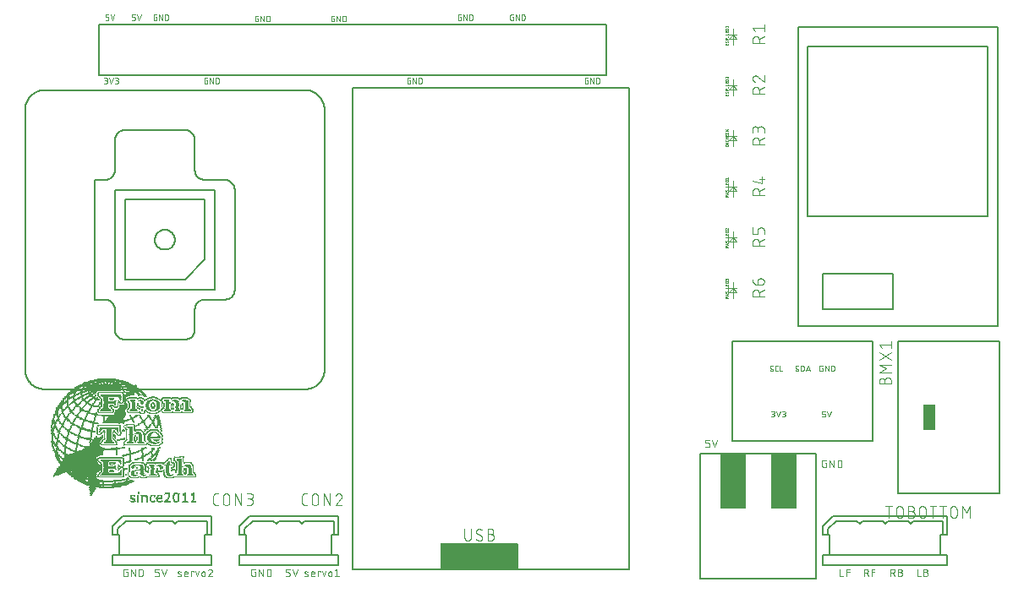
<source format=gbr>
G04 EAGLE Gerber RS-274X export*
G75*
%MOMM*%
%FSLAX34Y34*%
%LPD*%
%INSilkscreen Top*%
%IPPOS*%
%AMOC8*
5,1,8,0,0,1.08239X$1,22.5*%
G01*
%ADD10C,0.076200*%
%ADD11C,0.050800*%
%ADD12C,0.127000*%
%ADD13C,0.101600*%
%ADD14C,0.025400*%
%ADD15R,2.540000X5.588000*%
%ADD16R,1.270000X2.540000*%
%ADD17R,0.300000X0.060000*%
%ADD18R,0.120000X0.060000*%
%ADD19R,0.240000X0.060000*%
%ADD20R,0.180000X0.060000*%
%ADD21R,0.360000X0.060000*%
%ADD22R,0.660000X0.060000*%
%ADD23R,0.600000X0.060000*%
%ADD24R,0.540000X0.060000*%
%ADD25R,0.480000X0.060000*%
%ADD26R,0.060000X0.060000*%
%ADD27R,0.420000X0.060000*%
%ADD28R,0.720000X0.060000*%
%ADD29R,1.440000X0.060000*%
%ADD30R,2.940000X0.060000*%
%ADD31R,3.180000X0.060000*%
%ADD32R,1.260000X0.060000*%
%ADD33R,1.080000X0.060000*%
%ADD34R,2.520000X0.060000*%
%ADD35R,4.080000X0.060000*%
%ADD36R,4.320000X0.060000*%
%ADD37R,1.620000X0.060000*%
%ADD38R,1.800000X0.060000*%
%ADD39R,1.320000X0.060000*%
%ADD40R,1.920000X0.060000*%
%ADD41R,3.360000X0.060000*%
%ADD42R,0.960000X0.060000*%
%ADD43R,0.840000X0.060000*%
%ADD44R,3.060000X0.060000*%
%ADD45R,3.420000X0.060000*%
%ADD46R,0.900000X0.060000*%
%ADD47R,1.380000X0.060000*%
%ADD48R,1.140000X0.060000*%
%ADD49R,2.340000X0.060000*%
%ADD50R,0.780000X0.060000*%
%ADD51R,2.580000X0.060000*%
%ADD52R,1.500000X0.060000*%
%ADD53R,2.640000X0.060000*%
%ADD54R,2.160000X0.060000*%
%ADD55R,2.760000X0.060000*%
%ADD56R,2.100000X0.060000*%
%ADD57R,2.820000X0.060000*%
%ADD58R,2.040000X0.060000*%
%ADD59R,2.880000X0.060000*%
%ADD60R,1.980000X0.060000*%
%ADD61R,3.000000X0.060000*%
%ADD62R,1.020000X0.060000*%
%ADD63R,3.120000X0.060000*%
%ADD64R,1.560000X0.060000*%
%ADD65R,2.700000X0.060000*%
%ADD66R,4.380000X0.060000*%
%ADD67R,4.260000X0.060000*%
%ADD68R,4.200000X0.060000*%
%ADD69R,4.140000X0.060000*%
%ADD70R,3.960000X0.060000*%
%ADD71R,3.900000X0.060000*%
%ADD72R,1.200000X0.060000*%
%ADD73R,3.540000X0.060000*%
%ADD74R,3.600000X0.060000*%
%ADD75R,3.660000X0.060000*%
%ADD76R,3.300000X0.060000*%
%ADD77R,3.240000X0.060000*%
%ADD78R,2.400000X0.060000*%
%ADD79R,3.780000X0.060000*%
%ADD80R,2.460000X0.060000*%
%ADD81R,2.280000X0.060000*%
%ADD82R,1.740000X0.060000*%
%ADD83R,1.680000X0.060000*%
%ADD84R,3.480000X0.060000*%
%ADD85R,3.840000X0.060000*%
%ADD86R,5.100000X0.060000*%
%ADD87R,3.720000X0.060000*%
%ADD88R,5.220000X0.060000*%
%ADD89R,1.860000X0.060000*%

G36*
X508065Y12077D02*
X508065Y12077D01*
X508131Y12079D01*
X508174Y12097D01*
X508221Y12105D01*
X508278Y12139D01*
X508338Y12164D01*
X508373Y12195D01*
X508414Y12220D01*
X508456Y12271D01*
X508504Y12315D01*
X508526Y12357D01*
X508555Y12394D01*
X508576Y12456D01*
X508607Y12515D01*
X508615Y12569D01*
X508627Y12606D01*
X508626Y12646D01*
X508634Y12700D01*
X508634Y38100D01*
X508623Y38165D01*
X508621Y38231D01*
X508603Y38274D01*
X508595Y38321D01*
X508561Y38378D01*
X508536Y38438D01*
X508505Y38473D01*
X508480Y38514D01*
X508429Y38556D01*
X508385Y38604D01*
X508343Y38626D01*
X508306Y38655D01*
X508244Y38676D01*
X508185Y38707D01*
X508131Y38715D01*
X508094Y38727D01*
X508054Y38726D01*
X508000Y38734D01*
X431800Y38734D01*
X431735Y38723D01*
X431669Y38721D01*
X431626Y38703D01*
X431579Y38695D01*
X431522Y38661D01*
X431462Y38636D01*
X431427Y38605D01*
X431386Y38580D01*
X431345Y38529D01*
X431296Y38485D01*
X431274Y38443D01*
X431245Y38406D01*
X431224Y38344D01*
X431193Y38285D01*
X431185Y38231D01*
X431173Y38194D01*
X431174Y38166D01*
X431173Y38164D01*
X431173Y38149D01*
X431166Y38100D01*
X431166Y12700D01*
X431177Y12635D01*
X431179Y12569D01*
X431197Y12526D01*
X431205Y12479D01*
X431239Y12422D01*
X431264Y12362D01*
X431295Y12327D01*
X431320Y12286D01*
X431371Y12245D01*
X431415Y12196D01*
X431457Y12174D01*
X431494Y12145D01*
X431556Y12124D01*
X431615Y12093D01*
X431669Y12085D01*
X431706Y12073D01*
X431746Y12074D01*
X431800Y12066D01*
X508000Y12066D01*
X508065Y12077D01*
G37*
D10*
X830961Y12827D02*
X830961Y5461D01*
X834235Y5461D01*
X837301Y5461D02*
X837301Y12827D01*
X840575Y12827D01*
X840575Y9553D02*
X837301Y9553D01*
X855091Y12827D02*
X855091Y5461D01*
X855091Y12827D02*
X857137Y12827D01*
X857226Y12825D01*
X857315Y12819D01*
X857404Y12809D01*
X857492Y12796D01*
X857580Y12779D01*
X857667Y12757D01*
X857752Y12732D01*
X857837Y12704D01*
X857920Y12671D01*
X858002Y12635D01*
X858082Y12596D01*
X858160Y12553D01*
X858236Y12507D01*
X858311Y12457D01*
X858383Y12404D01*
X858452Y12348D01*
X858519Y12289D01*
X858584Y12228D01*
X858645Y12163D01*
X858704Y12096D01*
X858760Y12027D01*
X858813Y11955D01*
X858863Y11880D01*
X858909Y11804D01*
X858952Y11726D01*
X858991Y11646D01*
X859027Y11564D01*
X859060Y11481D01*
X859088Y11396D01*
X859113Y11311D01*
X859135Y11224D01*
X859152Y11136D01*
X859165Y11048D01*
X859175Y10959D01*
X859181Y10870D01*
X859183Y10781D01*
X859181Y10692D01*
X859175Y10603D01*
X859165Y10514D01*
X859152Y10426D01*
X859135Y10338D01*
X859113Y10251D01*
X859088Y10166D01*
X859060Y10081D01*
X859027Y9998D01*
X858991Y9916D01*
X858952Y9836D01*
X858909Y9758D01*
X858863Y9682D01*
X858813Y9607D01*
X858760Y9535D01*
X858704Y9466D01*
X858645Y9399D01*
X858584Y9334D01*
X858519Y9273D01*
X858452Y9214D01*
X858383Y9158D01*
X858311Y9105D01*
X858236Y9055D01*
X858160Y9009D01*
X858082Y8966D01*
X858002Y8927D01*
X857920Y8891D01*
X857837Y8858D01*
X857752Y8830D01*
X857667Y8805D01*
X857580Y8783D01*
X857492Y8766D01*
X857404Y8753D01*
X857315Y8743D01*
X857226Y8737D01*
X857137Y8735D01*
X855091Y8735D01*
X857546Y8735D02*
X859183Y5461D01*
X862615Y5461D02*
X862615Y12827D01*
X865888Y12827D01*
X865888Y9553D02*
X862615Y9553D01*
X881761Y12827D02*
X881761Y5461D01*
X881761Y12827D02*
X883807Y12827D01*
X883896Y12825D01*
X883985Y12819D01*
X884074Y12809D01*
X884162Y12796D01*
X884250Y12779D01*
X884337Y12757D01*
X884422Y12732D01*
X884507Y12704D01*
X884590Y12671D01*
X884672Y12635D01*
X884752Y12596D01*
X884830Y12553D01*
X884906Y12507D01*
X884981Y12457D01*
X885053Y12404D01*
X885122Y12348D01*
X885189Y12289D01*
X885254Y12228D01*
X885315Y12163D01*
X885374Y12096D01*
X885430Y12027D01*
X885483Y11955D01*
X885533Y11880D01*
X885579Y11804D01*
X885622Y11726D01*
X885661Y11646D01*
X885697Y11564D01*
X885730Y11481D01*
X885758Y11396D01*
X885783Y11311D01*
X885805Y11224D01*
X885822Y11136D01*
X885835Y11048D01*
X885845Y10959D01*
X885851Y10870D01*
X885853Y10781D01*
X885851Y10692D01*
X885845Y10603D01*
X885835Y10514D01*
X885822Y10426D01*
X885805Y10338D01*
X885783Y10251D01*
X885758Y10166D01*
X885730Y10081D01*
X885697Y9998D01*
X885661Y9916D01*
X885622Y9836D01*
X885579Y9758D01*
X885533Y9682D01*
X885483Y9607D01*
X885430Y9535D01*
X885374Y9466D01*
X885315Y9399D01*
X885254Y9334D01*
X885189Y9273D01*
X885122Y9214D01*
X885053Y9158D01*
X884981Y9105D01*
X884906Y9055D01*
X884830Y9009D01*
X884752Y8966D01*
X884672Y8927D01*
X884590Y8891D01*
X884507Y8858D01*
X884422Y8830D01*
X884337Y8805D01*
X884250Y8783D01*
X884162Y8766D01*
X884074Y8753D01*
X883985Y8743D01*
X883896Y8737D01*
X883807Y8735D01*
X881761Y8735D01*
X884216Y8735D02*
X885853Y5461D01*
X889387Y9553D02*
X891433Y9553D01*
X891522Y9551D01*
X891611Y9545D01*
X891700Y9535D01*
X891788Y9522D01*
X891876Y9505D01*
X891963Y9483D01*
X892048Y9458D01*
X892133Y9430D01*
X892216Y9397D01*
X892298Y9361D01*
X892378Y9322D01*
X892456Y9279D01*
X892532Y9233D01*
X892607Y9183D01*
X892679Y9130D01*
X892748Y9074D01*
X892815Y9015D01*
X892880Y8954D01*
X892941Y8889D01*
X893000Y8822D01*
X893056Y8753D01*
X893109Y8681D01*
X893159Y8606D01*
X893205Y8530D01*
X893248Y8452D01*
X893287Y8372D01*
X893323Y8290D01*
X893356Y8207D01*
X893384Y8122D01*
X893409Y8037D01*
X893431Y7950D01*
X893448Y7862D01*
X893461Y7774D01*
X893471Y7685D01*
X893477Y7596D01*
X893479Y7507D01*
X893477Y7418D01*
X893471Y7329D01*
X893461Y7240D01*
X893448Y7152D01*
X893431Y7064D01*
X893409Y6977D01*
X893384Y6892D01*
X893356Y6807D01*
X893323Y6724D01*
X893287Y6642D01*
X893248Y6562D01*
X893205Y6484D01*
X893159Y6408D01*
X893109Y6333D01*
X893056Y6261D01*
X893000Y6192D01*
X892941Y6125D01*
X892880Y6060D01*
X892815Y5999D01*
X892748Y5940D01*
X892679Y5884D01*
X892607Y5831D01*
X892532Y5781D01*
X892456Y5735D01*
X892378Y5692D01*
X892298Y5653D01*
X892216Y5617D01*
X892133Y5584D01*
X892048Y5556D01*
X891963Y5531D01*
X891876Y5509D01*
X891788Y5492D01*
X891700Y5479D01*
X891611Y5469D01*
X891522Y5463D01*
X891433Y5461D01*
X889387Y5461D01*
X889387Y12827D01*
X891433Y12827D01*
X891512Y12825D01*
X891591Y12819D01*
X891670Y12810D01*
X891748Y12797D01*
X891825Y12779D01*
X891901Y12759D01*
X891976Y12734D01*
X892050Y12706D01*
X892123Y12675D01*
X892194Y12639D01*
X892263Y12601D01*
X892330Y12559D01*
X892395Y12514D01*
X892458Y12466D01*
X892519Y12415D01*
X892576Y12361D01*
X892632Y12305D01*
X892684Y12246D01*
X892734Y12184D01*
X892780Y12120D01*
X892824Y12054D01*
X892864Y11986D01*
X892900Y11916D01*
X892934Y11844D01*
X892964Y11770D01*
X892990Y11696D01*
X893013Y11620D01*
X893031Y11543D01*
X893047Y11466D01*
X893058Y11387D01*
X893066Y11309D01*
X893070Y11230D01*
X893070Y11150D01*
X893066Y11071D01*
X893058Y10993D01*
X893047Y10914D01*
X893031Y10837D01*
X893013Y10760D01*
X892990Y10684D01*
X892964Y10610D01*
X892934Y10536D01*
X892900Y10464D01*
X892864Y10394D01*
X892824Y10326D01*
X892780Y10260D01*
X892734Y10196D01*
X892684Y10134D01*
X892632Y10075D01*
X892576Y10019D01*
X892519Y9965D01*
X892458Y9914D01*
X892395Y9866D01*
X892330Y9821D01*
X892263Y9779D01*
X892194Y9741D01*
X892123Y9705D01*
X892050Y9674D01*
X891976Y9646D01*
X891901Y9621D01*
X891825Y9601D01*
X891748Y9583D01*
X891670Y9570D01*
X891591Y9561D01*
X891512Y9555D01*
X891433Y9553D01*
X908431Y12827D02*
X908431Y5461D01*
X911705Y5461D01*
X914873Y9553D02*
X916919Y9553D01*
X917008Y9551D01*
X917097Y9545D01*
X917186Y9535D01*
X917274Y9522D01*
X917362Y9505D01*
X917449Y9483D01*
X917534Y9458D01*
X917619Y9430D01*
X917702Y9397D01*
X917784Y9361D01*
X917864Y9322D01*
X917942Y9279D01*
X918018Y9233D01*
X918093Y9183D01*
X918165Y9130D01*
X918234Y9074D01*
X918301Y9015D01*
X918366Y8954D01*
X918427Y8889D01*
X918486Y8822D01*
X918542Y8753D01*
X918595Y8681D01*
X918645Y8606D01*
X918691Y8530D01*
X918734Y8452D01*
X918773Y8372D01*
X918809Y8290D01*
X918842Y8207D01*
X918870Y8122D01*
X918895Y8037D01*
X918917Y7950D01*
X918934Y7862D01*
X918947Y7774D01*
X918957Y7685D01*
X918963Y7596D01*
X918965Y7507D01*
X918963Y7418D01*
X918957Y7329D01*
X918947Y7240D01*
X918934Y7152D01*
X918917Y7064D01*
X918895Y6977D01*
X918870Y6892D01*
X918842Y6807D01*
X918809Y6724D01*
X918773Y6642D01*
X918734Y6562D01*
X918691Y6484D01*
X918645Y6408D01*
X918595Y6333D01*
X918542Y6261D01*
X918486Y6192D01*
X918427Y6125D01*
X918366Y6060D01*
X918301Y5999D01*
X918234Y5940D01*
X918165Y5884D01*
X918093Y5831D01*
X918018Y5781D01*
X917942Y5735D01*
X917864Y5692D01*
X917784Y5653D01*
X917702Y5617D01*
X917619Y5584D01*
X917534Y5556D01*
X917449Y5531D01*
X917362Y5509D01*
X917274Y5492D01*
X917186Y5479D01*
X917097Y5469D01*
X917008Y5463D01*
X916919Y5461D01*
X914873Y5461D01*
X914873Y12827D01*
X916919Y12827D01*
X916998Y12825D01*
X917077Y12819D01*
X917156Y12810D01*
X917234Y12797D01*
X917311Y12779D01*
X917387Y12759D01*
X917462Y12734D01*
X917536Y12706D01*
X917609Y12675D01*
X917680Y12639D01*
X917749Y12601D01*
X917816Y12559D01*
X917881Y12514D01*
X917944Y12466D01*
X918005Y12415D01*
X918062Y12361D01*
X918118Y12305D01*
X918170Y12246D01*
X918220Y12184D01*
X918266Y12120D01*
X918310Y12054D01*
X918350Y11986D01*
X918386Y11916D01*
X918420Y11844D01*
X918450Y11770D01*
X918476Y11696D01*
X918499Y11620D01*
X918517Y11543D01*
X918533Y11466D01*
X918544Y11387D01*
X918552Y11309D01*
X918556Y11230D01*
X918556Y11150D01*
X918552Y11071D01*
X918544Y10993D01*
X918533Y10914D01*
X918517Y10837D01*
X918499Y10760D01*
X918476Y10684D01*
X918450Y10610D01*
X918420Y10536D01*
X918386Y10464D01*
X918350Y10394D01*
X918310Y10326D01*
X918266Y10260D01*
X918220Y10196D01*
X918170Y10134D01*
X918118Y10075D01*
X918062Y10019D01*
X918005Y9965D01*
X917944Y9914D01*
X917881Y9866D01*
X917816Y9821D01*
X917749Y9779D01*
X917680Y9741D01*
X917609Y9705D01*
X917536Y9674D01*
X917462Y9646D01*
X917387Y9621D01*
X917311Y9601D01*
X917234Y9583D01*
X917156Y9570D01*
X917077Y9561D01*
X916998Y9555D01*
X916919Y9553D01*
X117503Y9553D02*
X116276Y9553D01*
X117503Y9553D02*
X117503Y5461D01*
X115048Y5461D01*
X114970Y5463D01*
X114892Y5468D01*
X114815Y5478D01*
X114738Y5491D01*
X114662Y5507D01*
X114587Y5527D01*
X114513Y5551D01*
X114440Y5578D01*
X114368Y5609D01*
X114298Y5643D01*
X114230Y5680D01*
X114163Y5721D01*
X114098Y5765D01*
X114036Y5811D01*
X113976Y5861D01*
X113918Y5913D01*
X113863Y5968D01*
X113811Y6026D01*
X113761Y6086D01*
X113715Y6148D01*
X113671Y6213D01*
X113630Y6280D01*
X113593Y6348D01*
X113559Y6418D01*
X113528Y6490D01*
X113501Y6563D01*
X113477Y6637D01*
X113457Y6712D01*
X113441Y6788D01*
X113428Y6865D01*
X113418Y6942D01*
X113413Y7020D01*
X113411Y7098D01*
X113411Y11190D01*
X113413Y11270D01*
X113419Y11350D01*
X113429Y11430D01*
X113442Y11509D01*
X113460Y11588D01*
X113481Y11665D01*
X113507Y11741D01*
X113536Y11816D01*
X113568Y11890D01*
X113604Y11962D01*
X113644Y12032D01*
X113687Y12099D01*
X113733Y12165D01*
X113783Y12228D01*
X113835Y12289D01*
X113890Y12348D01*
X113949Y12403D01*
X114009Y12455D01*
X114073Y12505D01*
X114139Y12551D01*
X114206Y12594D01*
X114276Y12634D01*
X114348Y12670D01*
X114422Y12702D01*
X114496Y12731D01*
X114573Y12757D01*
X114650Y12778D01*
X114729Y12796D01*
X114808Y12809D01*
X114888Y12819D01*
X114968Y12825D01*
X115048Y12827D01*
X117503Y12827D01*
X121214Y12827D02*
X121214Y5461D01*
X125306Y5461D02*
X121214Y12827D01*
X125306Y12827D02*
X125306Y5461D01*
X129017Y5461D02*
X129017Y12827D01*
X131063Y12827D01*
X131152Y12825D01*
X131241Y12819D01*
X131330Y12809D01*
X131418Y12796D01*
X131506Y12779D01*
X131593Y12757D01*
X131678Y12732D01*
X131763Y12704D01*
X131846Y12671D01*
X131928Y12635D01*
X132008Y12596D01*
X132086Y12553D01*
X132162Y12507D01*
X132237Y12457D01*
X132309Y12404D01*
X132378Y12348D01*
X132445Y12289D01*
X132510Y12228D01*
X132571Y12163D01*
X132630Y12096D01*
X132686Y12027D01*
X132739Y11955D01*
X132789Y11880D01*
X132835Y11804D01*
X132878Y11726D01*
X132917Y11646D01*
X132953Y11564D01*
X132986Y11481D01*
X133014Y11396D01*
X133039Y11311D01*
X133061Y11224D01*
X133078Y11136D01*
X133091Y11048D01*
X133101Y10959D01*
X133107Y10870D01*
X133109Y10781D01*
X133109Y7507D01*
X133107Y7418D01*
X133101Y7329D01*
X133091Y7240D01*
X133078Y7152D01*
X133061Y7064D01*
X133039Y6977D01*
X133014Y6892D01*
X132986Y6807D01*
X132953Y6724D01*
X132917Y6642D01*
X132878Y6562D01*
X132835Y6484D01*
X132789Y6408D01*
X132739Y6333D01*
X132686Y6261D01*
X132630Y6192D01*
X132571Y6125D01*
X132510Y6060D01*
X132445Y5999D01*
X132378Y5940D01*
X132309Y5884D01*
X132237Y5831D01*
X132162Y5781D01*
X132086Y5735D01*
X132008Y5692D01*
X131928Y5653D01*
X131846Y5617D01*
X131763Y5584D01*
X131678Y5556D01*
X131593Y5531D01*
X131506Y5509D01*
X131418Y5492D01*
X131330Y5479D01*
X131241Y5469D01*
X131152Y5463D01*
X131063Y5461D01*
X129017Y5461D01*
X244546Y9553D02*
X245773Y9553D01*
X245773Y5461D01*
X243318Y5461D01*
X243240Y5463D01*
X243162Y5468D01*
X243085Y5478D01*
X243008Y5491D01*
X242932Y5507D01*
X242857Y5527D01*
X242783Y5551D01*
X242710Y5578D01*
X242638Y5609D01*
X242568Y5643D01*
X242500Y5680D01*
X242433Y5721D01*
X242368Y5765D01*
X242306Y5811D01*
X242246Y5861D01*
X242188Y5913D01*
X242133Y5968D01*
X242081Y6026D01*
X242031Y6086D01*
X241985Y6148D01*
X241941Y6213D01*
X241900Y6280D01*
X241863Y6348D01*
X241829Y6418D01*
X241798Y6490D01*
X241771Y6563D01*
X241747Y6637D01*
X241727Y6712D01*
X241711Y6788D01*
X241698Y6865D01*
X241688Y6942D01*
X241683Y7020D01*
X241681Y7098D01*
X241681Y11190D01*
X241683Y11270D01*
X241689Y11350D01*
X241699Y11430D01*
X241712Y11509D01*
X241730Y11588D01*
X241751Y11665D01*
X241777Y11741D01*
X241806Y11816D01*
X241838Y11890D01*
X241874Y11962D01*
X241914Y12032D01*
X241957Y12099D01*
X242003Y12165D01*
X242053Y12228D01*
X242105Y12289D01*
X242160Y12348D01*
X242219Y12403D01*
X242279Y12455D01*
X242343Y12505D01*
X242409Y12551D01*
X242476Y12594D01*
X242546Y12634D01*
X242618Y12670D01*
X242692Y12702D01*
X242766Y12731D01*
X242843Y12757D01*
X242920Y12778D01*
X242999Y12796D01*
X243078Y12809D01*
X243158Y12819D01*
X243238Y12825D01*
X243318Y12827D01*
X245773Y12827D01*
X249484Y12827D02*
X249484Y5461D01*
X253576Y5461D02*
X249484Y12827D01*
X253576Y12827D02*
X253576Y5461D01*
X257287Y5461D02*
X257287Y12827D01*
X259333Y12827D01*
X259422Y12825D01*
X259511Y12819D01*
X259600Y12809D01*
X259688Y12796D01*
X259776Y12779D01*
X259863Y12757D01*
X259948Y12732D01*
X260033Y12704D01*
X260116Y12671D01*
X260198Y12635D01*
X260278Y12596D01*
X260356Y12553D01*
X260432Y12507D01*
X260507Y12457D01*
X260579Y12404D01*
X260648Y12348D01*
X260715Y12289D01*
X260780Y12228D01*
X260841Y12163D01*
X260900Y12096D01*
X260956Y12027D01*
X261009Y11955D01*
X261059Y11880D01*
X261105Y11804D01*
X261148Y11726D01*
X261187Y11646D01*
X261223Y11564D01*
X261256Y11481D01*
X261284Y11396D01*
X261309Y11311D01*
X261331Y11224D01*
X261348Y11136D01*
X261361Y11048D01*
X261371Y10959D01*
X261377Y10870D01*
X261379Y10781D01*
X261379Y7507D01*
X261377Y7418D01*
X261371Y7329D01*
X261361Y7240D01*
X261348Y7152D01*
X261331Y7064D01*
X261309Y6977D01*
X261284Y6892D01*
X261256Y6807D01*
X261223Y6724D01*
X261187Y6642D01*
X261148Y6562D01*
X261105Y6484D01*
X261059Y6408D01*
X261009Y6333D01*
X260956Y6261D01*
X260900Y6192D01*
X260841Y6125D01*
X260780Y6060D01*
X260715Y5999D01*
X260648Y5940D01*
X260579Y5884D01*
X260507Y5831D01*
X260432Y5781D01*
X260356Y5735D01*
X260278Y5692D01*
X260198Y5653D01*
X260116Y5617D01*
X260033Y5584D01*
X259948Y5556D01*
X259863Y5531D01*
X259776Y5509D01*
X259688Y5492D01*
X259600Y5479D01*
X259511Y5469D01*
X259422Y5463D01*
X259333Y5461D01*
X257287Y5461D01*
X147616Y5461D02*
X145161Y5461D01*
X147616Y5461D02*
X147694Y5463D01*
X147772Y5468D01*
X147849Y5478D01*
X147926Y5491D01*
X148002Y5507D01*
X148077Y5527D01*
X148151Y5551D01*
X148224Y5578D01*
X148296Y5609D01*
X148366Y5643D01*
X148435Y5680D01*
X148501Y5721D01*
X148566Y5765D01*
X148628Y5811D01*
X148688Y5861D01*
X148746Y5913D01*
X148801Y5968D01*
X148853Y6026D01*
X148903Y6086D01*
X148949Y6148D01*
X148993Y6213D01*
X149034Y6280D01*
X149071Y6348D01*
X149105Y6418D01*
X149136Y6490D01*
X149163Y6563D01*
X149187Y6637D01*
X149207Y6712D01*
X149223Y6788D01*
X149236Y6865D01*
X149246Y6942D01*
X149251Y7020D01*
X149253Y7098D01*
X149253Y7916D01*
X149251Y7994D01*
X149246Y8072D01*
X149236Y8149D01*
X149223Y8226D01*
X149207Y8302D01*
X149187Y8377D01*
X149163Y8451D01*
X149136Y8524D01*
X149105Y8596D01*
X149071Y8666D01*
X149034Y8735D01*
X148993Y8801D01*
X148949Y8866D01*
X148903Y8928D01*
X148853Y8988D01*
X148801Y9046D01*
X148746Y9101D01*
X148688Y9153D01*
X148628Y9203D01*
X148566Y9249D01*
X148501Y9293D01*
X148435Y9334D01*
X148366Y9371D01*
X148296Y9405D01*
X148224Y9436D01*
X148151Y9463D01*
X148077Y9487D01*
X148002Y9507D01*
X147926Y9523D01*
X147849Y9536D01*
X147772Y9546D01*
X147694Y9551D01*
X147616Y9553D01*
X145161Y9553D01*
X145161Y12827D01*
X149253Y12827D01*
X152067Y12827D02*
X154522Y5461D01*
X156978Y12827D01*
X275971Y5461D02*
X278426Y5461D01*
X278504Y5463D01*
X278582Y5468D01*
X278659Y5478D01*
X278736Y5491D01*
X278812Y5507D01*
X278887Y5527D01*
X278961Y5551D01*
X279034Y5578D01*
X279106Y5609D01*
X279176Y5643D01*
X279245Y5680D01*
X279311Y5721D01*
X279376Y5765D01*
X279438Y5811D01*
X279498Y5861D01*
X279556Y5913D01*
X279611Y5968D01*
X279663Y6026D01*
X279713Y6086D01*
X279759Y6148D01*
X279803Y6213D01*
X279844Y6280D01*
X279881Y6348D01*
X279915Y6418D01*
X279946Y6490D01*
X279973Y6563D01*
X279997Y6637D01*
X280017Y6712D01*
X280033Y6788D01*
X280046Y6865D01*
X280056Y6942D01*
X280061Y7020D01*
X280063Y7098D01*
X280063Y7916D01*
X280061Y7994D01*
X280056Y8072D01*
X280046Y8149D01*
X280033Y8226D01*
X280017Y8302D01*
X279997Y8377D01*
X279973Y8451D01*
X279946Y8524D01*
X279915Y8596D01*
X279881Y8666D01*
X279844Y8735D01*
X279803Y8801D01*
X279759Y8866D01*
X279713Y8928D01*
X279663Y8988D01*
X279611Y9046D01*
X279556Y9101D01*
X279498Y9153D01*
X279438Y9203D01*
X279376Y9249D01*
X279311Y9293D01*
X279245Y9334D01*
X279176Y9371D01*
X279106Y9405D01*
X279034Y9436D01*
X278961Y9463D01*
X278887Y9487D01*
X278812Y9507D01*
X278736Y9523D01*
X278659Y9536D01*
X278582Y9546D01*
X278504Y9551D01*
X278426Y9553D01*
X275971Y9553D01*
X275971Y12827D01*
X280063Y12827D01*
X282877Y12827D02*
X285332Y5461D01*
X287788Y12827D01*
X295839Y8326D02*
X297886Y7507D01*
X295840Y8326D02*
X295781Y8351D01*
X295724Y8380D01*
X295669Y8413D01*
X295616Y8449D01*
X295565Y8487D01*
X295517Y8529D01*
X295471Y8574D01*
X295428Y8621D01*
X295388Y8671D01*
X295351Y8723D01*
X295317Y8778D01*
X295286Y8834D01*
X295259Y8892D01*
X295236Y8952D01*
X295216Y9012D01*
X295200Y9074D01*
X295187Y9137D01*
X295179Y9201D01*
X295174Y9264D01*
X295173Y9328D01*
X295176Y9392D01*
X295183Y9456D01*
X295194Y9519D01*
X295208Y9581D01*
X295226Y9643D01*
X295248Y9703D01*
X295273Y9762D01*
X295302Y9819D01*
X295335Y9874D01*
X295370Y9927D01*
X295409Y9978D01*
X295451Y10027D01*
X295495Y10073D01*
X295543Y10116D01*
X295592Y10156D01*
X295645Y10193D01*
X295699Y10227D01*
X295755Y10258D01*
X295813Y10285D01*
X295872Y10309D01*
X295933Y10328D01*
X295995Y10345D01*
X296058Y10357D01*
X296121Y10366D01*
X296185Y10371D01*
X296249Y10372D01*
X296248Y10372D02*
X296384Y10368D01*
X296519Y10360D01*
X296655Y10348D01*
X296789Y10332D01*
X296924Y10312D01*
X297057Y10289D01*
X297190Y10261D01*
X297322Y10230D01*
X297453Y10195D01*
X297583Y10156D01*
X297712Y10113D01*
X297839Y10066D01*
X297965Y10016D01*
X298090Y9962D01*
X297885Y7507D02*
X297944Y7482D01*
X298001Y7453D01*
X298056Y7420D01*
X298109Y7384D01*
X298160Y7346D01*
X298208Y7304D01*
X298254Y7259D01*
X298297Y7212D01*
X298337Y7162D01*
X298374Y7110D01*
X298408Y7055D01*
X298439Y6999D01*
X298466Y6941D01*
X298489Y6881D01*
X298509Y6821D01*
X298525Y6759D01*
X298538Y6696D01*
X298546Y6632D01*
X298551Y6569D01*
X298552Y6505D01*
X298549Y6441D01*
X298542Y6377D01*
X298531Y6314D01*
X298517Y6252D01*
X298499Y6190D01*
X298477Y6130D01*
X298452Y6071D01*
X298423Y6014D01*
X298390Y5959D01*
X298355Y5906D01*
X298316Y5855D01*
X298274Y5806D01*
X298230Y5760D01*
X298182Y5717D01*
X298133Y5677D01*
X298080Y5640D01*
X298026Y5606D01*
X297970Y5575D01*
X297912Y5548D01*
X297853Y5524D01*
X297792Y5505D01*
X297730Y5488D01*
X297667Y5476D01*
X297604Y5467D01*
X297540Y5462D01*
X297476Y5461D01*
X297312Y5465D01*
X297148Y5473D01*
X296984Y5485D01*
X296821Y5501D01*
X296658Y5521D01*
X296495Y5544D01*
X296334Y5572D01*
X296172Y5603D01*
X296012Y5638D01*
X295853Y5677D01*
X295694Y5720D01*
X295537Y5766D01*
X295380Y5816D01*
X295225Y5870D01*
X302793Y5461D02*
X304839Y5461D01*
X302793Y5461D02*
X302724Y5463D01*
X302656Y5469D01*
X302587Y5478D01*
X302520Y5492D01*
X302453Y5509D01*
X302387Y5530D01*
X302323Y5554D01*
X302260Y5583D01*
X302199Y5614D01*
X302140Y5649D01*
X302082Y5687D01*
X302027Y5729D01*
X301975Y5773D01*
X301925Y5821D01*
X301877Y5871D01*
X301833Y5923D01*
X301791Y5978D01*
X301753Y6036D01*
X301718Y6095D01*
X301687Y6156D01*
X301658Y6219D01*
X301634Y6283D01*
X301613Y6349D01*
X301596Y6416D01*
X301582Y6483D01*
X301573Y6552D01*
X301567Y6620D01*
X301565Y6689D01*
X301565Y8735D01*
X301567Y8814D01*
X301573Y8893D01*
X301582Y8972D01*
X301595Y9050D01*
X301613Y9127D01*
X301633Y9203D01*
X301658Y9278D01*
X301686Y9352D01*
X301717Y9425D01*
X301753Y9496D01*
X301791Y9565D01*
X301833Y9632D01*
X301878Y9697D01*
X301926Y9760D01*
X301977Y9821D01*
X302031Y9878D01*
X302087Y9934D01*
X302146Y9986D01*
X302208Y10036D01*
X302272Y10082D01*
X302338Y10126D01*
X302406Y10166D01*
X302476Y10202D01*
X302548Y10236D01*
X302622Y10266D01*
X302696Y10292D01*
X302772Y10315D01*
X302849Y10333D01*
X302926Y10349D01*
X303005Y10360D01*
X303083Y10368D01*
X303162Y10372D01*
X303242Y10372D01*
X303321Y10368D01*
X303399Y10360D01*
X303478Y10349D01*
X303555Y10333D01*
X303632Y10315D01*
X303708Y10292D01*
X303782Y10266D01*
X303856Y10236D01*
X303928Y10202D01*
X303998Y10166D01*
X304066Y10126D01*
X304132Y10082D01*
X304196Y10036D01*
X304258Y9986D01*
X304317Y9934D01*
X304373Y9878D01*
X304427Y9821D01*
X304478Y9760D01*
X304526Y9697D01*
X304571Y9632D01*
X304613Y9565D01*
X304651Y9496D01*
X304687Y9425D01*
X304718Y9352D01*
X304746Y9278D01*
X304771Y9203D01*
X304791Y9127D01*
X304809Y9050D01*
X304822Y8972D01*
X304831Y8893D01*
X304837Y8814D01*
X304839Y8735D01*
X304839Y7916D01*
X301565Y7916D01*
X308195Y5461D02*
X308195Y10372D01*
X310651Y10372D01*
X310651Y9553D01*
X312782Y10372D02*
X314419Y5461D01*
X316056Y10372D01*
X318878Y8735D02*
X318878Y7098D01*
X318878Y8735D02*
X318880Y8814D01*
X318886Y8893D01*
X318895Y8972D01*
X318908Y9050D01*
X318926Y9127D01*
X318946Y9203D01*
X318971Y9278D01*
X318999Y9352D01*
X319030Y9425D01*
X319066Y9496D01*
X319104Y9565D01*
X319146Y9632D01*
X319191Y9697D01*
X319239Y9760D01*
X319290Y9821D01*
X319344Y9878D01*
X319400Y9934D01*
X319459Y9986D01*
X319521Y10036D01*
X319585Y10082D01*
X319651Y10126D01*
X319719Y10166D01*
X319789Y10202D01*
X319861Y10236D01*
X319935Y10266D01*
X320009Y10292D01*
X320085Y10315D01*
X320162Y10333D01*
X320239Y10349D01*
X320318Y10360D01*
X320396Y10368D01*
X320475Y10372D01*
X320555Y10372D01*
X320634Y10368D01*
X320712Y10360D01*
X320791Y10349D01*
X320868Y10333D01*
X320945Y10315D01*
X321021Y10292D01*
X321095Y10266D01*
X321169Y10236D01*
X321241Y10202D01*
X321311Y10166D01*
X321379Y10126D01*
X321445Y10082D01*
X321509Y10036D01*
X321571Y9986D01*
X321630Y9934D01*
X321686Y9878D01*
X321740Y9821D01*
X321791Y9760D01*
X321839Y9697D01*
X321884Y9632D01*
X321926Y9565D01*
X321964Y9496D01*
X322000Y9425D01*
X322031Y9352D01*
X322059Y9278D01*
X322084Y9203D01*
X322104Y9127D01*
X322122Y9050D01*
X322135Y8972D01*
X322144Y8893D01*
X322150Y8814D01*
X322152Y8735D01*
X322152Y7098D01*
X322150Y7019D01*
X322144Y6940D01*
X322135Y6861D01*
X322122Y6783D01*
X322104Y6706D01*
X322084Y6630D01*
X322059Y6555D01*
X322031Y6481D01*
X322000Y6408D01*
X321964Y6337D01*
X321926Y6268D01*
X321884Y6201D01*
X321839Y6136D01*
X321791Y6073D01*
X321740Y6012D01*
X321686Y5955D01*
X321630Y5899D01*
X321571Y5847D01*
X321509Y5797D01*
X321445Y5751D01*
X321379Y5707D01*
X321311Y5667D01*
X321241Y5631D01*
X321169Y5597D01*
X321095Y5567D01*
X321021Y5541D01*
X320945Y5518D01*
X320868Y5500D01*
X320791Y5484D01*
X320712Y5473D01*
X320634Y5465D01*
X320555Y5461D01*
X320475Y5461D01*
X320396Y5465D01*
X320318Y5473D01*
X320239Y5484D01*
X320162Y5500D01*
X320085Y5518D01*
X320009Y5541D01*
X319935Y5567D01*
X319861Y5597D01*
X319789Y5631D01*
X319719Y5667D01*
X319651Y5707D01*
X319585Y5751D01*
X319521Y5797D01*
X319459Y5847D01*
X319400Y5899D01*
X319344Y5955D01*
X319290Y6012D01*
X319239Y6073D01*
X319191Y6136D01*
X319146Y6201D01*
X319104Y6268D01*
X319066Y6337D01*
X319030Y6408D01*
X318999Y6481D01*
X318971Y6555D01*
X318946Y6630D01*
X318926Y6706D01*
X318908Y6783D01*
X318895Y6861D01*
X318886Y6940D01*
X318880Y7019D01*
X318878Y7098D01*
X325296Y11190D02*
X327342Y12827D01*
X327342Y5461D01*
X325296Y5461D02*
X329388Y5461D01*
X170886Y7507D02*
X168839Y8326D01*
X168840Y8326D02*
X168781Y8351D01*
X168724Y8380D01*
X168669Y8413D01*
X168616Y8449D01*
X168565Y8487D01*
X168517Y8529D01*
X168471Y8574D01*
X168428Y8621D01*
X168388Y8671D01*
X168351Y8723D01*
X168317Y8778D01*
X168286Y8834D01*
X168259Y8892D01*
X168236Y8952D01*
X168216Y9012D01*
X168200Y9074D01*
X168187Y9137D01*
X168179Y9201D01*
X168174Y9264D01*
X168173Y9328D01*
X168176Y9392D01*
X168183Y9456D01*
X168194Y9519D01*
X168208Y9581D01*
X168226Y9643D01*
X168248Y9703D01*
X168273Y9762D01*
X168302Y9819D01*
X168335Y9874D01*
X168370Y9927D01*
X168409Y9978D01*
X168451Y10027D01*
X168495Y10073D01*
X168543Y10116D01*
X168592Y10156D01*
X168645Y10193D01*
X168699Y10227D01*
X168755Y10258D01*
X168813Y10285D01*
X168872Y10309D01*
X168933Y10328D01*
X168995Y10345D01*
X169058Y10357D01*
X169121Y10366D01*
X169185Y10371D01*
X169249Y10372D01*
X169248Y10372D02*
X169384Y10368D01*
X169519Y10360D01*
X169655Y10348D01*
X169789Y10332D01*
X169924Y10312D01*
X170057Y10289D01*
X170190Y10261D01*
X170322Y10230D01*
X170453Y10195D01*
X170583Y10156D01*
X170712Y10113D01*
X170839Y10066D01*
X170965Y10016D01*
X171090Y9962D01*
X170885Y7507D02*
X170944Y7482D01*
X171001Y7453D01*
X171056Y7420D01*
X171109Y7384D01*
X171160Y7346D01*
X171208Y7304D01*
X171254Y7259D01*
X171297Y7212D01*
X171337Y7162D01*
X171374Y7110D01*
X171408Y7055D01*
X171439Y6999D01*
X171466Y6941D01*
X171489Y6881D01*
X171509Y6821D01*
X171525Y6759D01*
X171538Y6696D01*
X171546Y6632D01*
X171551Y6569D01*
X171552Y6505D01*
X171549Y6441D01*
X171542Y6377D01*
X171531Y6314D01*
X171517Y6252D01*
X171499Y6190D01*
X171477Y6130D01*
X171452Y6071D01*
X171423Y6014D01*
X171390Y5959D01*
X171355Y5906D01*
X171316Y5855D01*
X171274Y5806D01*
X171230Y5760D01*
X171182Y5717D01*
X171133Y5677D01*
X171080Y5640D01*
X171026Y5606D01*
X170970Y5575D01*
X170912Y5548D01*
X170853Y5524D01*
X170792Y5505D01*
X170730Y5488D01*
X170667Y5476D01*
X170604Y5467D01*
X170540Y5462D01*
X170476Y5461D01*
X170312Y5465D01*
X170148Y5473D01*
X169984Y5485D01*
X169821Y5501D01*
X169658Y5521D01*
X169495Y5544D01*
X169334Y5572D01*
X169172Y5603D01*
X169012Y5638D01*
X168853Y5677D01*
X168694Y5720D01*
X168537Y5766D01*
X168380Y5816D01*
X168225Y5870D01*
X175793Y5461D02*
X177839Y5461D01*
X175793Y5461D02*
X175724Y5463D01*
X175656Y5469D01*
X175587Y5478D01*
X175520Y5492D01*
X175453Y5509D01*
X175387Y5530D01*
X175323Y5554D01*
X175260Y5583D01*
X175199Y5614D01*
X175140Y5649D01*
X175082Y5687D01*
X175027Y5729D01*
X174975Y5773D01*
X174925Y5821D01*
X174877Y5871D01*
X174833Y5923D01*
X174791Y5978D01*
X174753Y6036D01*
X174718Y6095D01*
X174687Y6156D01*
X174658Y6219D01*
X174634Y6283D01*
X174613Y6349D01*
X174596Y6416D01*
X174582Y6483D01*
X174573Y6552D01*
X174567Y6620D01*
X174565Y6689D01*
X174565Y8735D01*
X174567Y8814D01*
X174573Y8893D01*
X174582Y8972D01*
X174595Y9050D01*
X174613Y9127D01*
X174633Y9203D01*
X174658Y9278D01*
X174686Y9352D01*
X174717Y9425D01*
X174753Y9496D01*
X174791Y9565D01*
X174833Y9632D01*
X174878Y9697D01*
X174926Y9760D01*
X174977Y9821D01*
X175031Y9878D01*
X175087Y9934D01*
X175146Y9986D01*
X175208Y10036D01*
X175272Y10082D01*
X175338Y10126D01*
X175406Y10166D01*
X175476Y10202D01*
X175548Y10236D01*
X175622Y10266D01*
X175696Y10292D01*
X175772Y10315D01*
X175849Y10333D01*
X175926Y10349D01*
X176005Y10360D01*
X176083Y10368D01*
X176162Y10372D01*
X176242Y10372D01*
X176321Y10368D01*
X176399Y10360D01*
X176478Y10349D01*
X176555Y10333D01*
X176632Y10315D01*
X176708Y10292D01*
X176782Y10266D01*
X176856Y10236D01*
X176928Y10202D01*
X176998Y10166D01*
X177066Y10126D01*
X177132Y10082D01*
X177196Y10036D01*
X177258Y9986D01*
X177317Y9934D01*
X177373Y9878D01*
X177427Y9821D01*
X177478Y9760D01*
X177526Y9697D01*
X177571Y9632D01*
X177613Y9565D01*
X177651Y9496D01*
X177687Y9425D01*
X177718Y9352D01*
X177746Y9278D01*
X177771Y9203D01*
X177791Y9127D01*
X177809Y9050D01*
X177822Y8972D01*
X177831Y8893D01*
X177837Y8814D01*
X177839Y8735D01*
X177839Y7916D01*
X174565Y7916D01*
X181195Y5461D02*
X181195Y10372D01*
X183651Y10372D01*
X183651Y9553D01*
X185782Y10372D02*
X187419Y5461D01*
X189056Y10372D01*
X191878Y8735D02*
X191878Y7098D01*
X191878Y8735D02*
X191880Y8814D01*
X191886Y8893D01*
X191895Y8972D01*
X191908Y9050D01*
X191926Y9127D01*
X191946Y9203D01*
X191971Y9278D01*
X191999Y9352D01*
X192030Y9425D01*
X192066Y9496D01*
X192104Y9565D01*
X192146Y9632D01*
X192191Y9697D01*
X192239Y9760D01*
X192290Y9821D01*
X192344Y9878D01*
X192400Y9934D01*
X192459Y9986D01*
X192521Y10036D01*
X192585Y10082D01*
X192651Y10126D01*
X192719Y10166D01*
X192789Y10202D01*
X192861Y10236D01*
X192935Y10266D01*
X193009Y10292D01*
X193085Y10315D01*
X193162Y10333D01*
X193239Y10349D01*
X193318Y10360D01*
X193396Y10368D01*
X193475Y10372D01*
X193555Y10372D01*
X193634Y10368D01*
X193712Y10360D01*
X193791Y10349D01*
X193868Y10333D01*
X193945Y10315D01*
X194021Y10292D01*
X194095Y10266D01*
X194169Y10236D01*
X194241Y10202D01*
X194311Y10166D01*
X194379Y10126D01*
X194445Y10082D01*
X194509Y10036D01*
X194571Y9986D01*
X194630Y9934D01*
X194686Y9878D01*
X194740Y9821D01*
X194791Y9760D01*
X194839Y9697D01*
X194884Y9632D01*
X194926Y9565D01*
X194964Y9496D01*
X195000Y9425D01*
X195031Y9352D01*
X195059Y9278D01*
X195084Y9203D01*
X195104Y9127D01*
X195122Y9050D01*
X195135Y8972D01*
X195144Y8893D01*
X195150Y8814D01*
X195152Y8735D01*
X195152Y7098D01*
X195150Y7019D01*
X195144Y6940D01*
X195135Y6861D01*
X195122Y6783D01*
X195104Y6706D01*
X195084Y6630D01*
X195059Y6555D01*
X195031Y6481D01*
X195000Y6408D01*
X194964Y6337D01*
X194926Y6268D01*
X194884Y6201D01*
X194839Y6136D01*
X194791Y6073D01*
X194740Y6012D01*
X194686Y5955D01*
X194630Y5899D01*
X194571Y5847D01*
X194509Y5797D01*
X194445Y5751D01*
X194379Y5707D01*
X194311Y5667D01*
X194241Y5631D01*
X194169Y5597D01*
X194095Y5567D01*
X194021Y5541D01*
X193945Y5518D01*
X193868Y5500D01*
X193791Y5484D01*
X193712Y5473D01*
X193634Y5465D01*
X193555Y5461D01*
X193475Y5461D01*
X193396Y5465D01*
X193318Y5473D01*
X193239Y5484D01*
X193162Y5500D01*
X193085Y5518D01*
X193009Y5541D01*
X192935Y5567D01*
X192861Y5597D01*
X192789Y5631D01*
X192719Y5667D01*
X192651Y5707D01*
X192585Y5751D01*
X192521Y5797D01*
X192459Y5847D01*
X192400Y5899D01*
X192344Y5955D01*
X192290Y6012D01*
X192239Y6073D01*
X192191Y6136D01*
X192146Y6201D01*
X192104Y6268D01*
X192066Y6337D01*
X192030Y6408D01*
X191999Y6481D01*
X191971Y6555D01*
X191946Y6630D01*
X191926Y6706D01*
X191908Y6783D01*
X191895Y6861D01*
X191886Y6940D01*
X191880Y7019D01*
X191878Y7098D01*
X200547Y12828D02*
X200632Y12826D01*
X200717Y12820D01*
X200801Y12810D01*
X200885Y12797D01*
X200969Y12779D01*
X201051Y12758D01*
X201132Y12733D01*
X201212Y12704D01*
X201291Y12671D01*
X201368Y12635D01*
X201443Y12595D01*
X201517Y12552D01*
X201588Y12506D01*
X201657Y12456D01*
X201724Y12403D01*
X201788Y12347D01*
X201849Y12288D01*
X201908Y12227D01*
X201964Y12163D01*
X202017Y12096D01*
X202067Y12027D01*
X202113Y11956D01*
X202156Y11882D01*
X202196Y11807D01*
X202232Y11730D01*
X202265Y11651D01*
X202294Y11571D01*
X202319Y11490D01*
X202340Y11408D01*
X202358Y11324D01*
X202371Y11240D01*
X202381Y11156D01*
X202387Y11071D01*
X202389Y10986D01*
X200547Y12827D02*
X200451Y12825D01*
X200355Y12819D01*
X200260Y12809D01*
X200165Y12796D01*
X200070Y12778D01*
X199977Y12757D01*
X199884Y12732D01*
X199793Y12703D01*
X199702Y12671D01*
X199613Y12635D01*
X199526Y12595D01*
X199440Y12552D01*
X199356Y12506D01*
X199274Y12456D01*
X199194Y12402D01*
X199117Y12346D01*
X199042Y12286D01*
X198969Y12224D01*
X198899Y12158D01*
X198831Y12090D01*
X198766Y12019D01*
X198705Y11946D01*
X198646Y11870D01*
X198590Y11791D01*
X198538Y11711D01*
X198489Y11628D01*
X198443Y11544D01*
X198401Y11458D01*
X198363Y11370D01*
X198328Y11281D01*
X198296Y11190D01*
X201775Y9554D02*
X201835Y9613D01*
X201892Y9675D01*
X201947Y9739D01*
X201998Y9806D01*
X202047Y9875D01*
X202093Y9945D01*
X202136Y10018D01*
X202176Y10092D01*
X202212Y10168D01*
X202245Y10246D01*
X202275Y10325D01*
X202302Y10405D01*
X202325Y10486D01*
X202344Y10568D01*
X202360Y10650D01*
X202373Y10734D01*
X202382Y10818D01*
X202387Y10902D01*
X202389Y10986D01*
X201775Y9553D02*
X198296Y5461D01*
X202388Y5461D01*
X696341Y135001D02*
X698796Y135001D01*
X698874Y135003D01*
X698952Y135008D01*
X699029Y135018D01*
X699106Y135031D01*
X699182Y135047D01*
X699257Y135067D01*
X699331Y135091D01*
X699404Y135118D01*
X699476Y135149D01*
X699546Y135183D01*
X699615Y135220D01*
X699681Y135261D01*
X699746Y135305D01*
X699808Y135351D01*
X699868Y135401D01*
X699926Y135453D01*
X699981Y135508D01*
X700033Y135566D01*
X700083Y135626D01*
X700129Y135688D01*
X700173Y135753D01*
X700214Y135820D01*
X700251Y135888D01*
X700285Y135958D01*
X700316Y136030D01*
X700343Y136103D01*
X700367Y136177D01*
X700387Y136252D01*
X700403Y136328D01*
X700416Y136405D01*
X700426Y136482D01*
X700431Y136560D01*
X700433Y136638D01*
X700433Y137456D01*
X700431Y137534D01*
X700426Y137612D01*
X700416Y137689D01*
X700403Y137766D01*
X700387Y137842D01*
X700367Y137917D01*
X700343Y137991D01*
X700316Y138064D01*
X700285Y138136D01*
X700251Y138206D01*
X700214Y138275D01*
X700173Y138341D01*
X700129Y138406D01*
X700083Y138468D01*
X700033Y138528D01*
X699981Y138586D01*
X699926Y138641D01*
X699868Y138693D01*
X699808Y138743D01*
X699746Y138789D01*
X699681Y138833D01*
X699615Y138874D01*
X699546Y138911D01*
X699476Y138945D01*
X699404Y138976D01*
X699331Y139003D01*
X699257Y139027D01*
X699182Y139047D01*
X699106Y139063D01*
X699029Y139076D01*
X698952Y139086D01*
X698874Y139091D01*
X698796Y139093D01*
X696341Y139093D01*
X696341Y142367D01*
X700433Y142367D01*
X703247Y142367D02*
X705702Y135001D01*
X708158Y142367D01*
X816046Y118773D02*
X817273Y118773D01*
X817273Y114681D01*
X814818Y114681D01*
X814740Y114683D01*
X814662Y114688D01*
X814585Y114698D01*
X814508Y114711D01*
X814432Y114727D01*
X814357Y114747D01*
X814283Y114771D01*
X814210Y114798D01*
X814138Y114829D01*
X814068Y114863D01*
X814000Y114900D01*
X813933Y114941D01*
X813868Y114985D01*
X813806Y115031D01*
X813746Y115081D01*
X813688Y115133D01*
X813633Y115188D01*
X813581Y115246D01*
X813531Y115306D01*
X813485Y115368D01*
X813441Y115433D01*
X813400Y115500D01*
X813363Y115568D01*
X813329Y115638D01*
X813298Y115710D01*
X813271Y115783D01*
X813247Y115857D01*
X813227Y115932D01*
X813211Y116008D01*
X813198Y116085D01*
X813188Y116162D01*
X813183Y116240D01*
X813181Y116318D01*
X813181Y120410D01*
X813183Y120490D01*
X813189Y120570D01*
X813199Y120650D01*
X813212Y120729D01*
X813230Y120808D01*
X813251Y120885D01*
X813277Y120961D01*
X813306Y121036D01*
X813338Y121110D01*
X813374Y121182D01*
X813414Y121252D01*
X813457Y121319D01*
X813503Y121385D01*
X813553Y121448D01*
X813605Y121509D01*
X813660Y121568D01*
X813719Y121623D01*
X813779Y121675D01*
X813843Y121725D01*
X813909Y121771D01*
X813976Y121814D01*
X814046Y121854D01*
X814118Y121890D01*
X814192Y121922D01*
X814266Y121951D01*
X814343Y121977D01*
X814420Y121998D01*
X814499Y122016D01*
X814578Y122029D01*
X814658Y122039D01*
X814738Y122045D01*
X814818Y122047D01*
X817273Y122047D01*
X820984Y122047D02*
X820984Y114681D01*
X825076Y114681D02*
X820984Y122047D01*
X825076Y122047D02*
X825076Y114681D01*
X828787Y114681D02*
X828787Y122047D01*
X830833Y122047D01*
X830922Y122045D01*
X831011Y122039D01*
X831100Y122029D01*
X831188Y122016D01*
X831276Y121999D01*
X831363Y121977D01*
X831448Y121952D01*
X831533Y121924D01*
X831616Y121891D01*
X831698Y121855D01*
X831778Y121816D01*
X831856Y121773D01*
X831932Y121727D01*
X832007Y121677D01*
X832079Y121624D01*
X832148Y121568D01*
X832215Y121509D01*
X832280Y121448D01*
X832341Y121383D01*
X832400Y121316D01*
X832456Y121247D01*
X832509Y121175D01*
X832559Y121100D01*
X832605Y121024D01*
X832648Y120946D01*
X832687Y120866D01*
X832723Y120784D01*
X832756Y120701D01*
X832784Y120616D01*
X832809Y120531D01*
X832831Y120444D01*
X832848Y120356D01*
X832861Y120268D01*
X832871Y120179D01*
X832877Y120090D01*
X832879Y120001D01*
X832879Y116727D01*
X832877Y116638D01*
X832871Y116549D01*
X832861Y116460D01*
X832848Y116372D01*
X832831Y116284D01*
X832809Y116197D01*
X832784Y116112D01*
X832756Y116027D01*
X832723Y115944D01*
X832687Y115862D01*
X832648Y115782D01*
X832605Y115704D01*
X832559Y115628D01*
X832509Y115553D01*
X832456Y115481D01*
X832400Y115412D01*
X832341Y115345D01*
X832280Y115280D01*
X832215Y115219D01*
X832148Y115160D01*
X832079Y115104D01*
X832007Y115051D01*
X831932Y115001D01*
X831856Y114955D01*
X831778Y114912D01*
X831698Y114873D01*
X831616Y114837D01*
X831533Y114804D01*
X831448Y114776D01*
X831363Y114751D01*
X831276Y114729D01*
X831188Y114712D01*
X831100Y114699D01*
X831011Y114689D01*
X830922Y114683D01*
X830833Y114681D01*
X828787Y114681D01*
D11*
X97367Y562864D02*
X95504Y562864D01*
X97367Y562864D02*
X97437Y562866D01*
X97506Y562872D01*
X97575Y562882D01*
X97643Y562895D01*
X97711Y562913D01*
X97777Y562934D01*
X97842Y562959D01*
X97906Y562987D01*
X97968Y563019D01*
X98028Y563054D01*
X98086Y563093D01*
X98141Y563135D01*
X98195Y563180D01*
X98245Y563228D01*
X98293Y563278D01*
X98338Y563332D01*
X98380Y563387D01*
X98419Y563445D01*
X98454Y563505D01*
X98486Y563567D01*
X98514Y563631D01*
X98539Y563696D01*
X98560Y563762D01*
X98578Y563830D01*
X98591Y563898D01*
X98601Y563967D01*
X98607Y564036D01*
X98609Y564106D01*
X98608Y564106D02*
X98608Y564727D01*
X98609Y564727D02*
X98607Y564797D01*
X98601Y564866D01*
X98591Y564935D01*
X98578Y565003D01*
X98560Y565071D01*
X98539Y565137D01*
X98514Y565202D01*
X98486Y565266D01*
X98454Y565328D01*
X98419Y565388D01*
X98380Y565446D01*
X98338Y565501D01*
X98293Y565555D01*
X98245Y565605D01*
X98195Y565653D01*
X98141Y565698D01*
X98086Y565740D01*
X98028Y565779D01*
X97968Y565814D01*
X97906Y565846D01*
X97842Y565874D01*
X97777Y565899D01*
X97711Y565920D01*
X97643Y565938D01*
X97575Y565951D01*
X97506Y565961D01*
X97437Y565967D01*
X97367Y565969D01*
X97367Y565968D02*
X95504Y565968D01*
X95504Y568452D01*
X98608Y568452D01*
X100680Y568452D02*
X102543Y562864D01*
X104405Y568452D01*
X122174Y562864D02*
X124037Y562864D01*
X124107Y562866D01*
X124176Y562872D01*
X124245Y562882D01*
X124313Y562895D01*
X124381Y562913D01*
X124447Y562934D01*
X124512Y562959D01*
X124576Y562987D01*
X124638Y563019D01*
X124698Y563054D01*
X124756Y563093D01*
X124811Y563135D01*
X124865Y563180D01*
X124915Y563228D01*
X124963Y563278D01*
X125008Y563332D01*
X125050Y563387D01*
X125089Y563445D01*
X125124Y563505D01*
X125156Y563567D01*
X125184Y563631D01*
X125209Y563696D01*
X125230Y563762D01*
X125248Y563830D01*
X125261Y563898D01*
X125271Y563967D01*
X125277Y564036D01*
X125279Y564106D01*
X125278Y564106D02*
X125278Y564727D01*
X125279Y564727D02*
X125277Y564797D01*
X125271Y564866D01*
X125261Y564935D01*
X125248Y565003D01*
X125230Y565071D01*
X125209Y565137D01*
X125184Y565202D01*
X125156Y565266D01*
X125124Y565328D01*
X125089Y565388D01*
X125050Y565446D01*
X125008Y565501D01*
X124963Y565555D01*
X124915Y565605D01*
X124865Y565653D01*
X124811Y565698D01*
X124756Y565740D01*
X124698Y565779D01*
X124638Y565814D01*
X124576Y565846D01*
X124512Y565874D01*
X124447Y565899D01*
X124381Y565920D01*
X124313Y565938D01*
X124245Y565951D01*
X124176Y565961D01*
X124107Y565967D01*
X124037Y565969D01*
X124037Y565968D02*
X122174Y565968D01*
X122174Y568452D01*
X125278Y568452D01*
X127350Y568452D02*
X129213Y562864D01*
X131075Y568452D01*
X145937Y565968D02*
X146868Y565968D01*
X146868Y562864D01*
X145006Y562864D01*
X144936Y562866D01*
X144867Y562872D01*
X144798Y562882D01*
X144730Y562895D01*
X144662Y562913D01*
X144596Y562934D01*
X144531Y562959D01*
X144467Y562987D01*
X144405Y563019D01*
X144345Y563054D01*
X144287Y563093D01*
X144232Y563135D01*
X144178Y563180D01*
X144128Y563228D01*
X144080Y563278D01*
X144035Y563332D01*
X143993Y563387D01*
X143954Y563445D01*
X143919Y563505D01*
X143887Y563567D01*
X143859Y563631D01*
X143834Y563696D01*
X143813Y563762D01*
X143795Y563830D01*
X143782Y563898D01*
X143772Y563967D01*
X143766Y564036D01*
X143764Y564106D01*
X143764Y567210D01*
X143766Y567280D01*
X143772Y567349D01*
X143782Y567418D01*
X143795Y567486D01*
X143813Y567554D01*
X143834Y567620D01*
X143859Y567685D01*
X143887Y567749D01*
X143919Y567811D01*
X143954Y567871D01*
X143993Y567929D01*
X144035Y567984D01*
X144080Y568038D01*
X144128Y568088D01*
X144178Y568136D01*
X144232Y568181D01*
X144287Y568223D01*
X144345Y568262D01*
X144405Y568297D01*
X144467Y568329D01*
X144531Y568357D01*
X144596Y568382D01*
X144662Y568403D01*
X144730Y568421D01*
X144798Y568434D01*
X144867Y568444D01*
X144936Y568450D01*
X145006Y568452D01*
X146868Y568452D01*
X149616Y568452D02*
X149616Y562864D01*
X152721Y562864D02*
X149616Y568452D01*
X152721Y568452D02*
X152721Y562864D01*
X155468Y562864D02*
X155468Y568452D01*
X157020Y568452D01*
X157096Y568450D01*
X157172Y568445D01*
X157248Y568435D01*
X157323Y568422D01*
X157397Y568405D01*
X157471Y568385D01*
X157543Y568361D01*
X157614Y568334D01*
X157684Y568303D01*
X157752Y568269D01*
X157818Y568231D01*
X157882Y568190D01*
X157945Y568147D01*
X158005Y568100D01*
X158062Y568050D01*
X158117Y567997D01*
X158170Y567942D01*
X158220Y567885D01*
X158267Y567825D01*
X158310Y567762D01*
X158351Y567698D01*
X158389Y567632D01*
X158423Y567564D01*
X158454Y567494D01*
X158481Y567423D01*
X158505Y567350D01*
X158525Y567277D01*
X158542Y567203D01*
X158555Y567128D01*
X158565Y567052D01*
X158570Y566976D01*
X158572Y566900D01*
X158573Y566900D02*
X158573Y564416D01*
X158572Y564416D02*
X158570Y564337D01*
X158564Y564259D01*
X158554Y564181D01*
X158540Y564104D01*
X158522Y564027D01*
X158501Y563951D01*
X158475Y563877D01*
X158446Y563804D01*
X158413Y563733D01*
X158377Y563663D01*
X158337Y563595D01*
X158294Y563529D01*
X158247Y563466D01*
X158198Y563405D01*
X158145Y563347D01*
X158089Y563291D01*
X158031Y563238D01*
X157970Y563189D01*
X157907Y563142D01*
X157841Y563099D01*
X157773Y563059D01*
X157704Y563023D01*
X157632Y562990D01*
X157559Y562961D01*
X157485Y562935D01*
X157409Y562914D01*
X157332Y562896D01*
X157255Y562882D01*
X157177Y562872D01*
X157099Y562866D01*
X157020Y562864D01*
X155468Y562864D01*
X577737Y502468D02*
X578668Y502468D01*
X578668Y499364D01*
X576806Y499364D01*
X576736Y499366D01*
X576667Y499372D01*
X576598Y499382D01*
X576530Y499395D01*
X576462Y499413D01*
X576396Y499434D01*
X576331Y499459D01*
X576267Y499487D01*
X576205Y499519D01*
X576145Y499554D01*
X576087Y499593D01*
X576032Y499635D01*
X575978Y499680D01*
X575928Y499728D01*
X575880Y499778D01*
X575835Y499832D01*
X575793Y499887D01*
X575754Y499945D01*
X575719Y500005D01*
X575687Y500067D01*
X575659Y500131D01*
X575634Y500196D01*
X575613Y500262D01*
X575595Y500330D01*
X575582Y500398D01*
X575572Y500467D01*
X575566Y500536D01*
X575564Y500606D01*
X575564Y503710D01*
X575566Y503780D01*
X575572Y503849D01*
X575582Y503918D01*
X575595Y503986D01*
X575613Y504054D01*
X575634Y504120D01*
X575659Y504185D01*
X575687Y504249D01*
X575719Y504311D01*
X575754Y504371D01*
X575793Y504429D01*
X575835Y504484D01*
X575880Y504538D01*
X575928Y504588D01*
X575978Y504636D01*
X576032Y504681D01*
X576087Y504723D01*
X576145Y504762D01*
X576205Y504797D01*
X576267Y504829D01*
X576331Y504857D01*
X576396Y504882D01*
X576462Y504903D01*
X576530Y504921D01*
X576598Y504934D01*
X576667Y504944D01*
X576736Y504950D01*
X576806Y504952D01*
X578668Y504952D01*
X581416Y504952D02*
X581416Y499364D01*
X584521Y499364D02*
X581416Y504952D01*
X584521Y504952D02*
X584521Y499364D01*
X587268Y499364D02*
X587268Y504952D01*
X588820Y504952D01*
X588896Y504950D01*
X588972Y504945D01*
X589048Y504935D01*
X589123Y504922D01*
X589197Y504905D01*
X589271Y504885D01*
X589343Y504861D01*
X589414Y504834D01*
X589484Y504803D01*
X589552Y504769D01*
X589618Y504731D01*
X589682Y504690D01*
X589745Y504647D01*
X589805Y504600D01*
X589862Y504550D01*
X589917Y504497D01*
X589970Y504442D01*
X590020Y504385D01*
X590067Y504325D01*
X590110Y504262D01*
X590151Y504198D01*
X590189Y504132D01*
X590223Y504064D01*
X590254Y503994D01*
X590281Y503923D01*
X590305Y503850D01*
X590325Y503777D01*
X590342Y503703D01*
X590355Y503628D01*
X590365Y503552D01*
X590370Y503476D01*
X590372Y503400D01*
X590373Y503400D02*
X590373Y500916D01*
X590372Y500916D02*
X590370Y500837D01*
X590364Y500759D01*
X590354Y500681D01*
X590340Y500604D01*
X590322Y500527D01*
X590301Y500451D01*
X590275Y500377D01*
X590246Y500304D01*
X590213Y500233D01*
X590177Y500163D01*
X590137Y500095D01*
X590094Y500029D01*
X590047Y499966D01*
X589998Y499905D01*
X589945Y499847D01*
X589889Y499791D01*
X589831Y499738D01*
X589770Y499689D01*
X589707Y499642D01*
X589641Y499599D01*
X589573Y499559D01*
X589504Y499523D01*
X589432Y499490D01*
X589359Y499461D01*
X589285Y499435D01*
X589209Y499414D01*
X589132Y499396D01*
X589055Y499382D01*
X588977Y499372D01*
X588899Y499366D01*
X588820Y499364D01*
X587268Y499364D01*
X197668Y502468D02*
X196737Y502468D01*
X197668Y502468D02*
X197668Y499364D01*
X195806Y499364D01*
X195736Y499366D01*
X195667Y499372D01*
X195598Y499382D01*
X195530Y499395D01*
X195462Y499413D01*
X195396Y499434D01*
X195331Y499459D01*
X195267Y499487D01*
X195205Y499519D01*
X195145Y499554D01*
X195087Y499593D01*
X195032Y499635D01*
X194978Y499680D01*
X194928Y499728D01*
X194880Y499778D01*
X194835Y499832D01*
X194793Y499887D01*
X194754Y499945D01*
X194719Y500005D01*
X194687Y500067D01*
X194659Y500131D01*
X194634Y500196D01*
X194613Y500262D01*
X194595Y500330D01*
X194582Y500398D01*
X194572Y500467D01*
X194566Y500536D01*
X194564Y500606D01*
X194564Y503710D01*
X194566Y503780D01*
X194572Y503849D01*
X194582Y503918D01*
X194595Y503986D01*
X194613Y504054D01*
X194634Y504120D01*
X194659Y504185D01*
X194687Y504249D01*
X194719Y504311D01*
X194754Y504371D01*
X194793Y504429D01*
X194835Y504484D01*
X194880Y504538D01*
X194928Y504588D01*
X194978Y504636D01*
X195032Y504681D01*
X195087Y504723D01*
X195145Y504762D01*
X195205Y504797D01*
X195267Y504829D01*
X195331Y504857D01*
X195396Y504882D01*
X195462Y504903D01*
X195530Y504921D01*
X195598Y504934D01*
X195667Y504944D01*
X195736Y504950D01*
X195806Y504952D01*
X197668Y504952D01*
X200416Y504952D02*
X200416Y499364D01*
X203521Y499364D02*
X200416Y504952D01*
X203521Y504952D02*
X203521Y499364D01*
X206268Y499364D02*
X206268Y504952D01*
X207820Y504952D01*
X207896Y504950D01*
X207972Y504945D01*
X208048Y504935D01*
X208123Y504922D01*
X208197Y504905D01*
X208271Y504885D01*
X208343Y504861D01*
X208414Y504834D01*
X208484Y504803D01*
X208552Y504769D01*
X208618Y504731D01*
X208682Y504690D01*
X208745Y504647D01*
X208805Y504600D01*
X208862Y504550D01*
X208917Y504497D01*
X208970Y504442D01*
X209020Y504385D01*
X209067Y504325D01*
X209110Y504262D01*
X209151Y504198D01*
X209189Y504132D01*
X209223Y504064D01*
X209254Y503994D01*
X209281Y503923D01*
X209305Y503850D01*
X209325Y503777D01*
X209342Y503703D01*
X209355Y503628D01*
X209365Y503552D01*
X209370Y503476D01*
X209372Y503400D01*
X209373Y503400D02*
X209373Y500916D01*
X209372Y500916D02*
X209370Y500837D01*
X209364Y500759D01*
X209354Y500681D01*
X209340Y500604D01*
X209322Y500527D01*
X209301Y500451D01*
X209275Y500377D01*
X209246Y500304D01*
X209213Y500233D01*
X209177Y500163D01*
X209137Y500095D01*
X209094Y500029D01*
X209047Y499966D01*
X208998Y499905D01*
X208945Y499847D01*
X208889Y499791D01*
X208831Y499738D01*
X208770Y499689D01*
X208707Y499642D01*
X208641Y499599D01*
X208573Y499559D01*
X208504Y499523D01*
X208432Y499490D01*
X208359Y499461D01*
X208285Y499435D01*
X208209Y499414D01*
X208132Y499396D01*
X208055Y499382D01*
X207977Y499372D01*
X207899Y499366D01*
X207820Y499364D01*
X206268Y499364D01*
X247537Y564698D02*
X248468Y564698D01*
X248468Y561594D01*
X246606Y561594D01*
X246536Y561596D01*
X246467Y561602D01*
X246398Y561612D01*
X246330Y561625D01*
X246262Y561643D01*
X246196Y561664D01*
X246131Y561689D01*
X246067Y561717D01*
X246005Y561749D01*
X245945Y561784D01*
X245887Y561823D01*
X245832Y561865D01*
X245778Y561910D01*
X245728Y561958D01*
X245680Y562008D01*
X245635Y562062D01*
X245593Y562117D01*
X245554Y562175D01*
X245519Y562235D01*
X245487Y562297D01*
X245459Y562361D01*
X245434Y562426D01*
X245413Y562492D01*
X245395Y562560D01*
X245382Y562628D01*
X245372Y562697D01*
X245366Y562766D01*
X245364Y562836D01*
X245364Y565940D01*
X245366Y566010D01*
X245372Y566079D01*
X245382Y566148D01*
X245395Y566216D01*
X245413Y566284D01*
X245434Y566350D01*
X245459Y566415D01*
X245487Y566479D01*
X245519Y566541D01*
X245554Y566601D01*
X245593Y566659D01*
X245635Y566714D01*
X245680Y566768D01*
X245728Y566818D01*
X245778Y566866D01*
X245832Y566911D01*
X245887Y566953D01*
X245945Y566992D01*
X246005Y567027D01*
X246067Y567059D01*
X246131Y567087D01*
X246196Y567112D01*
X246262Y567133D01*
X246330Y567151D01*
X246398Y567164D01*
X246467Y567174D01*
X246536Y567180D01*
X246606Y567182D01*
X248468Y567182D01*
X251216Y567182D02*
X251216Y561594D01*
X254321Y561594D02*
X251216Y567182D01*
X254321Y567182D02*
X254321Y561594D01*
X257068Y561594D02*
X257068Y567182D01*
X258620Y567182D01*
X258696Y567180D01*
X258772Y567175D01*
X258848Y567165D01*
X258923Y567152D01*
X258997Y567135D01*
X259071Y567115D01*
X259143Y567091D01*
X259214Y567064D01*
X259284Y567033D01*
X259352Y566999D01*
X259418Y566961D01*
X259482Y566920D01*
X259545Y566877D01*
X259605Y566830D01*
X259662Y566780D01*
X259717Y566727D01*
X259770Y566672D01*
X259820Y566615D01*
X259867Y566555D01*
X259910Y566492D01*
X259951Y566428D01*
X259989Y566362D01*
X260023Y566294D01*
X260054Y566224D01*
X260081Y566153D01*
X260105Y566080D01*
X260125Y566007D01*
X260142Y565933D01*
X260155Y565858D01*
X260165Y565782D01*
X260170Y565706D01*
X260172Y565630D01*
X260173Y565630D02*
X260173Y563146D01*
X260172Y563146D02*
X260170Y563067D01*
X260164Y562989D01*
X260154Y562911D01*
X260140Y562834D01*
X260122Y562757D01*
X260101Y562681D01*
X260075Y562607D01*
X260046Y562534D01*
X260013Y562463D01*
X259977Y562393D01*
X259937Y562325D01*
X259894Y562259D01*
X259847Y562196D01*
X259798Y562135D01*
X259745Y562077D01*
X259689Y562021D01*
X259631Y561968D01*
X259570Y561919D01*
X259507Y561872D01*
X259441Y561829D01*
X259373Y561789D01*
X259304Y561753D01*
X259232Y561720D01*
X259159Y561691D01*
X259085Y561665D01*
X259009Y561644D01*
X258932Y561626D01*
X258855Y561612D01*
X258777Y561602D01*
X258699Y561596D01*
X258620Y561594D01*
X257068Y561594D01*
X450737Y565968D02*
X451668Y565968D01*
X451668Y562864D01*
X449806Y562864D01*
X449736Y562866D01*
X449667Y562872D01*
X449598Y562882D01*
X449530Y562895D01*
X449462Y562913D01*
X449396Y562934D01*
X449331Y562959D01*
X449267Y562987D01*
X449205Y563019D01*
X449145Y563054D01*
X449087Y563093D01*
X449032Y563135D01*
X448978Y563180D01*
X448928Y563228D01*
X448880Y563278D01*
X448835Y563332D01*
X448793Y563387D01*
X448754Y563445D01*
X448719Y563505D01*
X448687Y563567D01*
X448659Y563631D01*
X448634Y563696D01*
X448613Y563762D01*
X448595Y563830D01*
X448582Y563898D01*
X448572Y563967D01*
X448566Y564036D01*
X448564Y564106D01*
X448564Y567210D01*
X448566Y567280D01*
X448572Y567349D01*
X448582Y567418D01*
X448595Y567486D01*
X448613Y567554D01*
X448634Y567620D01*
X448659Y567685D01*
X448687Y567749D01*
X448719Y567811D01*
X448754Y567871D01*
X448793Y567929D01*
X448835Y567984D01*
X448880Y568038D01*
X448928Y568088D01*
X448978Y568136D01*
X449032Y568181D01*
X449087Y568223D01*
X449145Y568262D01*
X449205Y568297D01*
X449267Y568329D01*
X449331Y568357D01*
X449396Y568382D01*
X449462Y568403D01*
X449530Y568421D01*
X449598Y568434D01*
X449667Y568444D01*
X449736Y568450D01*
X449806Y568452D01*
X451668Y568452D01*
X454416Y568452D02*
X454416Y562864D01*
X457521Y562864D02*
X454416Y568452D01*
X457521Y568452D02*
X457521Y562864D01*
X460268Y562864D02*
X460268Y568452D01*
X461820Y568452D01*
X461896Y568450D01*
X461972Y568445D01*
X462048Y568435D01*
X462123Y568422D01*
X462197Y568405D01*
X462271Y568385D01*
X462343Y568361D01*
X462414Y568334D01*
X462484Y568303D01*
X462552Y568269D01*
X462618Y568231D01*
X462682Y568190D01*
X462745Y568147D01*
X462805Y568100D01*
X462862Y568050D01*
X462917Y567997D01*
X462970Y567942D01*
X463020Y567885D01*
X463067Y567825D01*
X463110Y567762D01*
X463151Y567698D01*
X463189Y567632D01*
X463223Y567564D01*
X463254Y567494D01*
X463281Y567423D01*
X463305Y567350D01*
X463325Y567277D01*
X463342Y567203D01*
X463355Y567128D01*
X463365Y567052D01*
X463370Y566976D01*
X463372Y566900D01*
X463373Y566900D02*
X463373Y564416D01*
X463372Y564416D02*
X463370Y564337D01*
X463364Y564259D01*
X463354Y564181D01*
X463340Y564104D01*
X463322Y564027D01*
X463301Y563951D01*
X463275Y563877D01*
X463246Y563804D01*
X463213Y563733D01*
X463177Y563663D01*
X463137Y563595D01*
X463094Y563529D01*
X463047Y563466D01*
X462998Y563405D01*
X462945Y563347D01*
X462889Y563291D01*
X462831Y563238D01*
X462770Y563189D01*
X462707Y563142D01*
X462641Y563099D01*
X462573Y563059D01*
X462504Y563023D01*
X462432Y562990D01*
X462359Y562961D01*
X462285Y562935D01*
X462209Y562914D01*
X462132Y562896D01*
X462055Y562882D01*
X461977Y562872D01*
X461899Y562866D01*
X461820Y562864D01*
X460268Y562864D01*
X502807Y565968D02*
X503738Y565968D01*
X503738Y562864D01*
X501876Y562864D01*
X501806Y562866D01*
X501737Y562872D01*
X501668Y562882D01*
X501600Y562895D01*
X501532Y562913D01*
X501466Y562934D01*
X501401Y562959D01*
X501337Y562987D01*
X501275Y563019D01*
X501215Y563054D01*
X501157Y563093D01*
X501102Y563135D01*
X501048Y563180D01*
X500998Y563228D01*
X500950Y563278D01*
X500905Y563332D01*
X500863Y563387D01*
X500824Y563445D01*
X500789Y563505D01*
X500757Y563567D01*
X500729Y563631D01*
X500704Y563696D01*
X500683Y563762D01*
X500665Y563830D01*
X500652Y563898D01*
X500642Y563967D01*
X500636Y564036D01*
X500634Y564106D01*
X500634Y567210D01*
X500636Y567280D01*
X500642Y567349D01*
X500652Y567418D01*
X500665Y567486D01*
X500683Y567554D01*
X500704Y567620D01*
X500729Y567685D01*
X500757Y567749D01*
X500789Y567811D01*
X500824Y567871D01*
X500863Y567929D01*
X500905Y567984D01*
X500950Y568038D01*
X500998Y568088D01*
X501048Y568136D01*
X501102Y568181D01*
X501157Y568223D01*
X501215Y568262D01*
X501275Y568297D01*
X501337Y568329D01*
X501401Y568357D01*
X501466Y568382D01*
X501532Y568403D01*
X501600Y568421D01*
X501668Y568434D01*
X501737Y568444D01*
X501806Y568450D01*
X501876Y568452D01*
X503738Y568452D01*
X506486Y568452D02*
X506486Y562864D01*
X509591Y562864D02*
X506486Y568452D01*
X509591Y568452D02*
X509591Y562864D01*
X512338Y562864D02*
X512338Y568452D01*
X513890Y568452D01*
X513966Y568450D01*
X514042Y568445D01*
X514118Y568435D01*
X514193Y568422D01*
X514267Y568405D01*
X514341Y568385D01*
X514413Y568361D01*
X514484Y568334D01*
X514554Y568303D01*
X514622Y568269D01*
X514688Y568231D01*
X514752Y568190D01*
X514815Y568147D01*
X514875Y568100D01*
X514932Y568050D01*
X514987Y567997D01*
X515040Y567942D01*
X515090Y567885D01*
X515137Y567825D01*
X515180Y567762D01*
X515221Y567698D01*
X515259Y567632D01*
X515293Y567564D01*
X515324Y567494D01*
X515351Y567423D01*
X515375Y567350D01*
X515395Y567277D01*
X515412Y567203D01*
X515425Y567128D01*
X515435Y567052D01*
X515440Y566976D01*
X515442Y566900D01*
X515443Y566900D02*
X515443Y564416D01*
X515442Y564416D02*
X515440Y564337D01*
X515434Y564259D01*
X515424Y564181D01*
X515410Y564104D01*
X515392Y564027D01*
X515371Y563951D01*
X515345Y563877D01*
X515316Y563804D01*
X515283Y563733D01*
X515247Y563663D01*
X515207Y563595D01*
X515164Y563529D01*
X515117Y563466D01*
X515068Y563405D01*
X515015Y563347D01*
X514959Y563291D01*
X514901Y563238D01*
X514840Y563189D01*
X514777Y563142D01*
X514711Y563099D01*
X514643Y563059D01*
X514574Y563023D01*
X514502Y562990D01*
X514429Y562961D01*
X514355Y562935D01*
X514279Y562914D01*
X514202Y562896D01*
X514125Y562882D01*
X514047Y562872D01*
X513969Y562866D01*
X513890Y562864D01*
X512338Y562864D01*
X400868Y502468D02*
X399937Y502468D01*
X400868Y502468D02*
X400868Y499364D01*
X399006Y499364D01*
X398936Y499366D01*
X398867Y499372D01*
X398798Y499382D01*
X398730Y499395D01*
X398662Y499413D01*
X398596Y499434D01*
X398531Y499459D01*
X398467Y499487D01*
X398405Y499519D01*
X398345Y499554D01*
X398287Y499593D01*
X398232Y499635D01*
X398178Y499680D01*
X398128Y499728D01*
X398080Y499778D01*
X398035Y499832D01*
X397993Y499887D01*
X397954Y499945D01*
X397919Y500005D01*
X397887Y500067D01*
X397859Y500131D01*
X397834Y500196D01*
X397813Y500262D01*
X397795Y500330D01*
X397782Y500398D01*
X397772Y500467D01*
X397766Y500536D01*
X397764Y500606D01*
X397764Y503710D01*
X397766Y503780D01*
X397772Y503849D01*
X397782Y503918D01*
X397795Y503986D01*
X397813Y504054D01*
X397834Y504120D01*
X397859Y504185D01*
X397887Y504249D01*
X397919Y504311D01*
X397954Y504371D01*
X397993Y504429D01*
X398035Y504484D01*
X398080Y504538D01*
X398128Y504588D01*
X398178Y504636D01*
X398232Y504681D01*
X398287Y504723D01*
X398345Y504762D01*
X398405Y504797D01*
X398467Y504829D01*
X398531Y504857D01*
X398596Y504882D01*
X398662Y504903D01*
X398730Y504921D01*
X398798Y504934D01*
X398867Y504944D01*
X398936Y504950D01*
X399006Y504952D01*
X400868Y504952D01*
X403616Y504952D02*
X403616Y499364D01*
X406721Y499364D02*
X403616Y504952D01*
X406721Y504952D02*
X406721Y499364D01*
X409468Y499364D02*
X409468Y504952D01*
X411020Y504952D01*
X411096Y504950D01*
X411172Y504945D01*
X411248Y504935D01*
X411323Y504922D01*
X411397Y504905D01*
X411471Y504885D01*
X411543Y504861D01*
X411614Y504834D01*
X411684Y504803D01*
X411752Y504769D01*
X411818Y504731D01*
X411882Y504690D01*
X411945Y504647D01*
X412005Y504600D01*
X412062Y504550D01*
X412117Y504497D01*
X412170Y504442D01*
X412220Y504385D01*
X412267Y504325D01*
X412310Y504262D01*
X412351Y504198D01*
X412389Y504132D01*
X412423Y504064D01*
X412454Y503994D01*
X412481Y503923D01*
X412505Y503850D01*
X412525Y503777D01*
X412542Y503703D01*
X412555Y503628D01*
X412565Y503552D01*
X412570Y503476D01*
X412572Y503400D01*
X412573Y503400D02*
X412573Y500916D01*
X412572Y500916D02*
X412570Y500837D01*
X412564Y500759D01*
X412554Y500681D01*
X412540Y500604D01*
X412522Y500527D01*
X412501Y500451D01*
X412475Y500377D01*
X412446Y500304D01*
X412413Y500233D01*
X412377Y500163D01*
X412337Y500095D01*
X412294Y500029D01*
X412247Y499966D01*
X412198Y499905D01*
X412145Y499847D01*
X412089Y499791D01*
X412031Y499738D01*
X411970Y499689D01*
X411907Y499642D01*
X411841Y499599D01*
X411773Y499559D01*
X411704Y499523D01*
X411632Y499490D01*
X411559Y499461D01*
X411485Y499435D01*
X411409Y499414D01*
X411332Y499396D01*
X411255Y499382D01*
X411177Y499372D01*
X411099Y499366D01*
X411020Y499364D01*
X409468Y499364D01*
X324668Y564698D02*
X323737Y564698D01*
X324668Y564698D02*
X324668Y561594D01*
X322806Y561594D01*
X322736Y561596D01*
X322667Y561602D01*
X322598Y561612D01*
X322530Y561625D01*
X322462Y561643D01*
X322396Y561664D01*
X322331Y561689D01*
X322267Y561717D01*
X322205Y561749D01*
X322145Y561784D01*
X322087Y561823D01*
X322032Y561865D01*
X321978Y561910D01*
X321928Y561958D01*
X321880Y562008D01*
X321835Y562062D01*
X321793Y562117D01*
X321754Y562175D01*
X321719Y562235D01*
X321687Y562297D01*
X321659Y562361D01*
X321634Y562426D01*
X321613Y562492D01*
X321595Y562560D01*
X321582Y562628D01*
X321572Y562697D01*
X321566Y562766D01*
X321564Y562836D01*
X321564Y565940D01*
X321566Y566010D01*
X321572Y566079D01*
X321582Y566148D01*
X321595Y566216D01*
X321613Y566284D01*
X321634Y566350D01*
X321659Y566415D01*
X321687Y566479D01*
X321719Y566541D01*
X321754Y566601D01*
X321793Y566659D01*
X321835Y566714D01*
X321880Y566768D01*
X321928Y566818D01*
X321978Y566866D01*
X322032Y566911D01*
X322087Y566953D01*
X322145Y566992D01*
X322205Y567027D01*
X322267Y567059D01*
X322331Y567087D01*
X322396Y567112D01*
X322462Y567133D01*
X322530Y567151D01*
X322598Y567164D01*
X322667Y567174D01*
X322736Y567180D01*
X322806Y567182D01*
X324668Y567182D01*
X327416Y567182D02*
X327416Y561594D01*
X330521Y561594D02*
X327416Y567182D01*
X330521Y567182D02*
X330521Y561594D01*
X333268Y561594D02*
X333268Y567182D01*
X334820Y567182D01*
X334896Y567180D01*
X334972Y567175D01*
X335048Y567165D01*
X335123Y567152D01*
X335197Y567135D01*
X335271Y567115D01*
X335343Y567091D01*
X335414Y567064D01*
X335484Y567033D01*
X335552Y566999D01*
X335618Y566961D01*
X335682Y566920D01*
X335745Y566877D01*
X335805Y566830D01*
X335862Y566780D01*
X335917Y566727D01*
X335970Y566672D01*
X336020Y566615D01*
X336067Y566555D01*
X336110Y566492D01*
X336151Y566428D01*
X336189Y566362D01*
X336223Y566294D01*
X336254Y566224D01*
X336281Y566153D01*
X336305Y566080D01*
X336325Y566007D01*
X336342Y565933D01*
X336355Y565858D01*
X336365Y565782D01*
X336370Y565706D01*
X336372Y565630D01*
X336373Y565630D02*
X336373Y563146D01*
X336372Y563146D02*
X336370Y563067D01*
X336364Y562989D01*
X336354Y562911D01*
X336340Y562834D01*
X336322Y562757D01*
X336301Y562681D01*
X336275Y562607D01*
X336246Y562534D01*
X336213Y562463D01*
X336177Y562393D01*
X336137Y562325D01*
X336094Y562259D01*
X336047Y562196D01*
X335998Y562135D01*
X335945Y562077D01*
X335889Y562021D01*
X335831Y561968D01*
X335770Y561919D01*
X335707Y561872D01*
X335641Y561829D01*
X335573Y561789D01*
X335504Y561753D01*
X335432Y561720D01*
X335359Y561691D01*
X335285Y561665D01*
X335209Y561644D01*
X335132Y561626D01*
X335055Y561612D01*
X334977Y561602D01*
X334899Y561596D01*
X334820Y561594D01*
X333268Y561594D01*
X95786Y499364D02*
X94234Y499364D01*
X95786Y499364D02*
X95863Y499366D01*
X95941Y499372D01*
X96017Y499381D01*
X96094Y499395D01*
X96169Y499412D01*
X96243Y499433D01*
X96317Y499458D01*
X96389Y499486D01*
X96459Y499518D01*
X96528Y499553D01*
X96595Y499592D01*
X96660Y499634D01*
X96723Y499679D01*
X96784Y499727D01*
X96842Y499778D01*
X96897Y499832D01*
X96950Y499889D01*
X96999Y499948D01*
X97046Y500010D01*
X97090Y500074D01*
X97130Y500140D01*
X97167Y500208D01*
X97201Y500278D01*
X97231Y500349D01*
X97257Y500422D01*
X97280Y500496D01*
X97299Y500571D01*
X97314Y500646D01*
X97326Y500723D01*
X97334Y500800D01*
X97338Y500877D01*
X97338Y500955D01*
X97334Y501032D01*
X97326Y501109D01*
X97314Y501186D01*
X97299Y501261D01*
X97280Y501336D01*
X97257Y501410D01*
X97231Y501483D01*
X97201Y501554D01*
X97167Y501624D01*
X97130Y501692D01*
X97090Y501758D01*
X97046Y501822D01*
X96999Y501884D01*
X96950Y501943D01*
X96897Y502000D01*
X96842Y502054D01*
X96784Y502105D01*
X96723Y502153D01*
X96660Y502198D01*
X96595Y502240D01*
X96528Y502279D01*
X96459Y502314D01*
X96389Y502346D01*
X96317Y502374D01*
X96243Y502399D01*
X96169Y502420D01*
X96094Y502437D01*
X96017Y502451D01*
X95941Y502460D01*
X95863Y502466D01*
X95786Y502468D01*
X96097Y504952D02*
X94234Y504952D01*
X96097Y504952D02*
X96167Y504950D01*
X96236Y504944D01*
X96305Y504934D01*
X96373Y504921D01*
X96441Y504903D01*
X96507Y504882D01*
X96572Y504857D01*
X96636Y504829D01*
X96698Y504797D01*
X96758Y504762D01*
X96816Y504723D01*
X96871Y504681D01*
X96925Y504636D01*
X96975Y504588D01*
X97023Y504538D01*
X97068Y504484D01*
X97110Y504429D01*
X97149Y504371D01*
X97184Y504311D01*
X97216Y504249D01*
X97244Y504185D01*
X97269Y504120D01*
X97290Y504054D01*
X97308Y503986D01*
X97321Y503918D01*
X97331Y503849D01*
X97337Y503780D01*
X97339Y503710D01*
X97337Y503640D01*
X97331Y503571D01*
X97321Y503502D01*
X97308Y503434D01*
X97290Y503366D01*
X97269Y503300D01*
X97244Y503235D01*
X97216Y503171D01*
X97184Y503109D01*
X97149Y503049D01*
X97110Y502991D01*
X97068Y502936D01*
X97023Y502882D01*
X96975Y502832D01*
X96925Y502784D01*
X96871Y502739D01*
X96816Y502697D01*
X96758Y502658D01*
X96698Y502623D01*
X96636Y502591D01*
X96572Y502563D01*
X96507Y502538D01*
X96441Y502517D01*
X96373Y502499D01*
X96305Y502486D01*
X96236Y502476D01*
X96167Y502470D01*
X96097Y502468D01*
X94855Y502468D01*
X99410Y504952D02*
X101273Y499364D01*
X103135Y504952D01*
X105207Y499364D02*
X106759Y499364D01*
X106836Y499366D01*
X106914Y499372D01*
X106990Y499381D01*
X107067Y499395D01*
X107142Y499412D01*
X107216Y499433D01*
X107290Y499458D01*
X107362Y499486D01*
X107432Y499518D01*
X107501Y499553D01*
X107568Y499592D01*
X107633Y499634D01*
X107696Y499679D01*
X107757Y499727D01*
X107815Y499778D01*
X107870Y499832D01*
X107923Y499889D01*
X107972Y499948D01*
X108019Y500010D01*
X108063Y500074D01*
X108103Y500140D01*
X108140Y500208D01*
X108174Y500278D01*
X108204Y500349D01*
X108230Y500422D01*
X108253Y500496D01*
X108272Y500571D01*
X108287Y500646D01*
X108299Y500723D01*
X108307Y500800D01*
X108311Y500877D01*
X108311Y500955D01*
X108307Y501032D01*
X108299Y501109D01*
X108287Y501186D01*
X108272Y501261D01*
X108253Y501336D01*
X108230Y501410D01*
X108204Y501483D01*
X108174Y501554D01*
X108140Y501624D01*
X108103Y501692D01*
X108063Y501758D01*
X108019Y501822D01*
X107972Y501884D01*
X107923Y501943D01*
X107870Y502000D01*
X107815Y502054D01*
X107757Y502105D01*
X107696Y502153D01*
X107633Y502198D01*
X107568Y502240D01*
X107501Y502279D01*
X107432Y502314D01*
X107362Y502346D01*
X107290Y502374D01*
X107216Y502399D01*
X107142Y502420D01*
X107067Y502437D01*
X106990Y502451D01*
X106914Y502460D01*
X106836Y502466D01*
X106759Y502468D01*
X107069Y504952D02*
X105207Y504952D01*
X107069Y504952D02*
X107139Y504950D01*
X107208Y504944D01*
X107277Y504934D01*
X107345Y504921D01*
X107413Y504903D01*
X107479Y504882D01*
X107544Y504857D01*
X107608Y504829D01*
X107670Y504797D01*
X107730Y504762D01*
X107788Y504723D01*
X107843Y504681D01*
X107897Y504636D01*
X107947Y504588D01*
X107995Y504538D01*
X108040Y504484D01*
X108082Y504429D01*
X108121Y504371D01*
X108156Y504311D01*
X108188Y504249D01*
X108216Y504185D01*
X108241Y504120D01*
X108262Y504054D01*
X108280Y503986D01*
X108293Y503918D01*
X108303Y503849D01*
X108309Y503780D01*
X108311Y503710D01*
X108309Y503640D01*
X108303Y503571D01*
X108293Y503502D01*
X108280Y503434D01*
X108262Y503366D01*
X108241Y503300D01*
X108216Y503235D01*
X108188Y503171D01*
X108156Y503109D01*
X108121Y503049D01*
X108082Y502991D01*
X108040Y502936D01*
X107995Y502882D01*
X107947Y502832D01*
X107897Y502784D01*
X107843Y502739D01*
X107788Y502697D01*
X107730Y502658D01*
X107670Y502623D01*
X107608Y502591D01*
X107544Y502563D01*
X107479Y502538D01*
X107413Y502517D01*
X107345Y502499D01*
X107277Y502486D01*
X107208Y502476D01*
X107139Y502470D01*
X107069Y502468D01*
X105828Y502468D01*
X762254Y165354D02*
X763806Y165354D01*
X763883Y165356D01*
X763961Y165362D01*
X764037Y165371D01*
X764114Y165385D01*
X764189Y165402D01*
X764263Y165423D01*
X764337Y165448D01*
X764409Y165476D01*
X764479Y165508D01*
X764548Y165543D01*
X764615Y165582D01*
X764680Y165624D01*
X764743Y165669D01*
X764804Y165717D01*
X764862Y165768D01*
X764917Y165822D01*
X764970Y165879D01*
X765019Y165938D01*
X765066Y166000D01*
X765110Y166064D01*
X765150Y166130D01*
X765187Y166198D01*
X765221Y166268D01*
X765251Y166339D01*
X765277Y166412D01*
X765300Y166486D01*
X765319Y166561D01*
X765334Y166636D01*
X765346Y166713D01*
X765354Y166790D01*
X765358Y166867D01*
X765358Y166945D01*
X765354Y167022D01*
X765346Y167099D01*
X765334Y167176D01*
X765319Y167251D01*
X765300Y167326D01*
X765277Y167400D01*
X765251Y167473D01*
X765221Y167544D01*
X765187Y167614D01*
X765150Y167682D01*
X765110Y167748D01*
X765066Y167812D01*
X765019Y167874D01*
X764970Y167933D01*
X764917Y167990D01*
X764862Y168044D01*
X764804Y168095D01*
X764743Y168143D01*
X764680Y168188D01*
X764615Y168230D01*
X764548Y168269D01*
X764479Y168304D01*
X764409Y168336D01*
X764337Y168364D01*
X764263Y168389D01*
X764189Y168410D01*
X764114Y168427D01*
X764037Y168441D01*
X763961Y168450D01*
X763883Y168456D01*
X763806Y168458D01*
X764117Y170942D02*
X762254Y170942D01*
X764117Y170942D02*
X764187Y170940D01*
X764256Y170934D01*
X764325Y170924D01*
X764393Y170911D01*
X764461Y170893D01*
X764527Y170872D01*
X764592Y170847D01*
X764656Y170819D01*
X764718Y170787D01*
X764778Y170752D01*
X764836Y170713D01*
X764891Y170671D01*
X764945Y170626D01*
X764995Y170578D01*
X765043Y170528D01*
X765088Y170474D01*
X765130Y170419D01*
X765169Y170361D01*
X765204Y170301D01*
X765236Y170239D01*
X765264Y170175D01*
X765289Y170110D01*
X765310Y170044D01*
X765328Y169976D01*
X765341Y169908D01*
X765351Y169839D01*
X765357Y169770D01*
X765359Y169700D01*
X765357Y169630D01*
X765351Y169561D01*
X765341Y169492D01*
X765328Y169424D01*
X765310Y169356D01*
X765289Y169290D01*
X765264Y169225D01*
X765236Y169161D01*
X765204Y169099D01*
X765169Y169039D01*
X765130Y168981D01*
X765088Y168926D01*
X765043Y168872D01*
X764995Y168822D01*
X764945Y168774D01*
X764891Y168729D01*
X764836Y168687D01*
X764778Y168648D01*
X764718Y168613D01*
X764656Y168581D01*
X764592Y168553D01*
X764527Y168528D01*
X764461Y168507D01*
X764393Y168489D01*
X764325Y168476D01*
X764256Y168466D01*
X764187Y168460D01*
X764117Y168458D01*
X762875Y168458D01*
X767430Y170942D02*
X769293Y165354D01*
X771155Y170942D01*
X773227Y165354D02*
X774779Y165354D01*
X774856Y165356D01*
X774934Y165362D01*
X775010Y165371D01*
X775087Y165385D01*
X775162Y165402D01*
X775236Y165423D01*
X775310Y165448D01*
X775382Y165476D01*
X775452Y165508D01*
X775521Y165543D01*
X775588Y165582D01*
X775653Y165624D01*
X775716Y165669D01*
X775777Y165717D01*
X775835Y165768D01*
X775890Y165822D01*
X775943Y165879D01*
X775992Y165938D01*
X776039Y166000D01*
X776083Y166064D01*
X776123Y166130D01*
X776160Y166198D01*
X776194Y166268D01*
X776224Y166339D01*
X776250Y166412D01*
X776273Y166486D01*
X776292Y166561D01*
X776307Y166636D01*
X776319Y166713D01*
X776327Y166790D01*
X776331Y166867D01*
X776331Y166945D01*
X776327Y167022D01*
X776319Y167099D01*
X776307Y167176D01*
X776292Y167251D01*
X776273Y167326D01*
X776250Y167400D01*
X776224Y167473D01*
X776194Y167544D01*
X776160Y167614D01*
X776123Y167682D01*
X776083Y167748D01*
X776039Y167812D01*
X775992Y167874D01*
X775943Y167933D01*
X775890Y167990D01*
X775835Y168044D01*
X775777Y168095D01*
X775716Y168143D01*
X775653Y168188D01*
X775588Y168230D01*
X775521Y168269D01*
X775452Y168304D01*
X775382Y168336D01*
X775310Y168364D01*
X775236Y168389D01*
X775162Y168410D01*
X775087Y168427D01*
X775010Y168441D01*
X774934Y168450D01*
X774856Y168456D01*
X774779Y168458D01*
X775089Y170942D02*
X773227Y170942D01*
X775089Y170942D02*
X775159Y170940D01*
X775228Y170934D01*
X775297Y170924D01*
X775365Y170911D01*
X775433Y170893D01*
X775499Y170872D01*
X775564Y170847D01*
X775628Y170819D01*
X775690Y170787D01*
X775750Y170752D01*
X775808Y170713D01*
X775863Y170671D01*
X775917Y170626D01*
X775967Y170578D01*
X776015Y170528D01*
X776060Y170474D01*
X776102Y170419D01*
X776141Y170361D01*
X776176Y170301D01*
X776208Y170239D01*
X776236Y170175D01*
X776261Y170110D01*
X776282Y170044D01*
X776300Y169976D01*
X776313Y169908D01*
X776323Y169839D01*
X776329Y169770D01*
X776331Y169700D01*
X776329Y169630D01*
X776323Y169561D01*
X776313Y169492D01*
X776300Y169424D01*
X776282Y169356D01*
X776261Y169290D01*
X776236Y169225D01*
X776208Y169161D01*
X776176Y169099D01*
X776141Y169039D01*
X776102Y168981D01*
X776060Y168926D01*
X776015Y168872D01*
X775967Y168822D01*
X775917Y168774D01*
X775863Y168729D01*
X775808Y168687D01*
X775750Y168648D01*
X775690Y168613D01*
X775628Y168581D01*
X775564Y168553D01*
X775499Y168528D01*
X775433Y168507D01*
X775365Y168489D01*
X775297Y168476D01*
X775228Y168466D01*
X775159Y168460D01*
X775089Y168458D01*
X773848Y168458D01*
X813054Y165354D02*
X814917Y165354D01*
X814987Y165356D01*
X815056Y165362D01*
X815125Y165372D01*
X815193Y165385D01*
X815261Y165403D01*
X815327Y165424D01*
X815392Y165449D01*
X815456Y165477D01*
X815518Y165509D01*
X815578Y165544D01*
X815636Y165583D01*
X815691Y165625D01*
X815745Y165670D01*
X815795Y165718D01*
X815843Y165768D01*
X815888Y165822D01*
X815930Y165877D01*
X815969Y165935D01*
X816004Y165995D01*
X816036Y166057D01*
X816064Y166121D01*
X816089Y166186D01*
X816110Y166252D01*
X816128Y166320D01*
X816141Y166388D01*
X816151Y166457D01*
X816157Y166526D01*
X816159Y166596D01*
X816158Y166596D02*
X816158Y167217D01*
X816159Y167217D02*
X816157Y167287D01*
X816151Y167356D01*
X816141Y167425D01*
X816128Y167493D01*
X816110Y167561D01*
X816089Y167627D01*
X816064Y167692D01*
X816036Y167756D01*
X816004Y167818D01*
X815969Y167878D01*
X815930Y167936D01*
X815888Y167991D01*
X815843Y168045D01*
X815795Y168095D01*
X815745Y168143D01*
X815691Y168188D01*
X815636Y168230D01*
X815578Y168269D01*
X815518Y168304D01*
X815456Y168336D01*
X815392Y168364D01*
X815327Y168389D01*
X815261Y168410D01*
X815193Y168428D01*
X815125Y168441D01*
X815056Y168451D01*
X814987Y168457D01*
X814917Y168459D01*
X814917Y168458D02*
X813054Y168458D01*
X813054Y170942D01*
X816158Y170942D01*
X818230Y170942D02*
X820093Y165354D01*
X821955Y170942D01*
X813618Y214178D02*
X812687Y214178D01*
X813618Y214178D02*
X813618Y211074D01*
X811756Y211074D01*
X811686Y211076D01*
X811617Y211082D01*
X811548Y211092D01*
X811480Y211105D01*
X811412Y211123D01*
X811346Y211144D01*
X811281Y211169D01*
X811217Y211197D01*
X811155Y211229D01*
X811095Y211264D01*
X811037Y211303D01*
X810982Y211345D01*
X810928Y211390D01*
X810878Y211438D01*
X810830Y211488D01*
X810785Y211542D01*
X810743Y211597D01*
X810704Y211655D01*
X810669Y211715D01*
X810637Y211777D01*
X810609Y211841D01*
X810584Y211906D01*
X810563Y211972D01*
X810545Y212040D01*
X810532Y212108D01*
X810522Y212177D01*
X810516Y212246D01*
X810514Y212316D01*
X810514Y215420D01*
X810516Y215490D01*
X810522Y215559D01*
X810532Y215628D01*
X810545Y215696D01*
X810563Y215764D01*
X810584Y215830D01*
X810609Y215895D01*
X810637Y215959D01*
X810669Y216021D01*
X810704Y216081D01*
X810743Y216139D01*
X810785Y216194D01*
X810830Y216248D01*
X810878Y216298D01*
X810928Y216346D01*
X810982Y216391D01*
X811037Y216433D01*
X811095Y216472D01*
X811155Y216507D01*
X811217Y216539D01*
X811281Y216567D01*
X811346Y216592D01*
X811412Y216613D01*
X811480Y216631D01*
X811548Y216644D01*
X811617Y216654D01*
X811686Y216660D01*
X811756Y216662D01*
X813618Y216662D01*
X816366Y216662D02*
X816366Y211074D01*
X819471Y211074D02*
X816366Y216662D01*
X819471Y216662D02*
X819471Y211074D01*
X822218Y211074D02*
X822218Y216662D01*
X823770Y216662D01*
X823846Y216660D01*
X823922Y216655D01*
X823998Y216645D01*
X824073Y216632D01*
X824147Y216615D01*
X824221Y216595D01*
X824293Y216571D01*
X824364Y216544D01*
X824434Y216513D01*
X824502Y216479D01*
X824568Y216441D01*
X824632Y216400D01*
X824695Y216357D01*
X824755Y216310D01*
X824812Y216260D01*
X824867Y216207D01*
X824920Y216152D01*
X824970Y216095D01*
X825017Y216035D01*
X825060Y215972D01*
X825101Y215908D01*
X825139Y215842D01*
X825173Y215774D01*
X825204Y215704D01*
X825231Y215633D01*
X825255Y215560D01*
X825275Y215487D01*
X825292Y215413D01*
X825305Y215338D01*
X825315Y215262D01*
X825320Y215186D01*
X825322Y215110D01*
X825323Y215110D02*
X825323Y212626D01*
X825322Y212626D02*
X825320Y212547D01*
X825314Y212469D01*
X825304Y212391D01*
X825290Y212314D01*
X825272Y212237D01*
X825251Y212161D01*
X825225Y212087D01*
X825196Y212014D01*
X825163Y211943D01*
X825127Y211873D01*
X825087Y211805D01*
X825044Y211739D01*
X824997Y211676D01*
X824948Y211615D01*
X824895Y211557D01*
X824839Y211501D01*
X824781Y211448D01*
X824720Y211399D01*
X824657Y211352D01*
X824591Y211309D01*
X824523Y211269D01*
X824454Y211233D01*
X824382Y211200D01*
X824309Y211171D01*
X824235Y211145D01*
X824159Y211124D01*
X824082Y211106D01*
X824005Y211092D01*
X823927Y211082D01*
X823849Y211076D01*
X823770Y211074D01*
X822218Y211074D01*
X764089Y212316D02*
X764087Y212246D01*
X764081Y212177D01*
X764071Y212108D01*
X764058Y212040D01*
X764040Y211972D01*
X764019Y211906D01*
X763994Y211841D01*
X763966Y211777D01*
X763934Y211715D01*
X763899Y211655D01*
X763860Y211597D01*
X763818Y211542D01*
X763773Y211488D01*
X763725Y211438D01*
X763675Y211390D01*
X763621Y211345D01*
X763566Y211303D01*
X763508Y211264D01*
X763448Y211229D01*
X763386Y211197D01*
X763322Y211169D01*
X763257Y211144D01*
X763191Y211123D01*
X763123Y211105D01*
X763055Y211092D01*
X762986Y211082D01*
X762917Y211076D01*
X762847Y211074D01*
X762748Y211076D01*
X762650Y211081D01*
X762552Y211091D01*
X762454Y211104D01*
X762357Y211120D01*
X762260Y211140D01*
X762165Y211164D01*
X762070Y211192D01*
X761976Y211223D01*
X761884Y211257D01*
X761793Y211295D01*
X761703Y211336D01*
X761615Y211381D01*
X761529Y211429D01*
X761445Y211480D01*
X761363Y211534D01*
X761282Y211592D01*
X761204Y211652D01*
X761129Y211715D01*
X761055Y211781D01*
X760985Y211850D01*
X761139Y215420D02*
X761141Y215490D01*
X761147Y215559D01*
X761157Y215628D01*
X761170Y215696D01*
X761188Y215764D01*
X761209Y215830D01*
X761234Y215895D01*
X761262Y215959D01*
X761294Y216021D01*
X761329Y216081D01*
X761368Y216139D01*
X761410Y216194D01*
X761455Y216248D01*
X761503Y216298D01*
X761553Y216346D01*
X761607Y216391D01*
X761662Y216433D01*
X761720Y216472D01*
X761780Y216507D01*
X761842Y216539D01*
X761906Y216567D01*
X761971Y216592D01*
X762037Y216613D01*
X762105Y216631D01*
X762173Y216644D01*
X762242Y216654D01*
X762311Y216660D01*
X762381Y216662D01*
X762475Y216660D01*
X762568Y216654D01*
X762661Y216645D01*
X762754Y216632D01*
X762846Y216615D01*
X762937Y216595D01*
X763028Y216570D01*
X763117Y216543D01*
X763205Y216511D01*
X763292Y216476D01*
X763378Y216438D01*
X763461Y216396D01*
X763543Y216351D01*
X763624Y216303D01*
X763702Y216251D01*
X763778Y216196D01*
X761760Y214334D02*
X761701Y214370D01*
X761645Y214410D01*
X761591Y214453D01*
X761539Y214498D01*
X761490Y214547D01*
X761444Y214598D01*
X761401Y214651D01*
X761360Y214707D01*
X761323Y214765D01*
X761288Y214825D01*
X761258Y214886D01*
X761230Y214949D01*
X761206Y215014D01*
X761186Y215080D01*
X761169Y215147D01*
X761156Y215214D01*
X761147Y215282D01*
X761141Y215351D01*
X761139Y215420D01*
X763467Y213402D02*
X763526Y213366D01*
X763582Y213326D01*
X763636Y213283D01*
X763688Y213238D01*
X763737Y213189D01*
X763783Y213138D01*
X763826Y213085D01*
X763867Y213029D01*
X763904Y212971D01*
X763939Y212911D01*
X763969Y212850D01*
X763997Y212787D01*
X764021Y212722D01*
X764041Y212656D01*
X764058Y212589D01*
X764071Y212522D01*
X764080Y212454D01*
X764086Y212385D01*
X764088Y212316D01*
X763468Y213402D02*
X761760Y214334D01*
X767513Y211074D02*
X768755Y211074D01*
X767513Y211074D02*
X767443Y211076D01*
X767374Y211082D01*
X767305Y211092D01*
X767237Y211105D01*
X767169Y211123D01*
X767103Y211144D01*
X767038Y211169D01*
X766974Y211197D01*
X766912Y211229D01*
X766852Y211264D01*
X766794Y211303D01*
X766739Y211345D01*
X766685Y211390D01*
X766635Y211438D01*
X766587Y211488D01*
X766542Y211542D01*
X766500Y211597D01*
X766461Y211655D01*
X766426Y211715D01*
X766394Y211777D01*
X766366Y211841D01*
X766341Y211906D01*
X766320Y211972D01*
X766302Y212040D01*
X766289Y212108D01*
X766279Y212177D01*
X766273Y212246D01*
X766271Y212316D01*
X766271Y215420D01*
X766273Y215490D01*
X766279Y215559D01*
X766289Y215628D01*
X766302Y215696D01*
X766320Y215764D01*
X766341Y215830D01*
X766366Y215895D01*
X766394Y215959D01*
X766426Y216021D01*
X766461Y216081D01*
X766500Y216139D01*
X766542Y216194D01*
X766587Y216248D01*
X766635Y216298D01*
X766685Y216346D01*
X766739Y216391D01*
X766794Y216433D01*
X766852Y216472D01*
X766912Y216507D01*
X766974Y216539D01*
X767038Y216567D01*
X767103Y216592D01*
X767169Y216613D01*
X767237Y216631D01*
X767305Y216644D01*
X767374Y216654D01*
X767443Y216660D01*
X767513Y216662D01*
X768755Y216662D01*
X771053Y216662D02*
X771053Y211074D01*
X773537Y211074D01*
X788247Y211074D02*
X788317Y211076D01*
X788386Y211082D01*
X788455Y211092D01*
X788523Y211105D01*
X788591Y211123D01*
X788657Y211144D01*
X788722Y211169D01*
X788786Y211197D01*
X788848Y211229D01*
X788908Y211264D01*
X788966Y211303D01*
X789021Y211345D01*
X789075Y211390D01*
X789125Y211438D01*
X789173Y211488D01*
X789218Y211542D01*
X789260Y211597D01*
X789299Y211655D01*
X789334Y211715D01*
X789366Y211777D01*
X789394Y211841D01*
X789419Y211906D01*
X789440Y211972D01*
X789458Y212040D01*
X789471Y212108D01*
X789481Y212177D01*
X789487Y212246D01*
X789489Y212316D01*
X788247Y211074D02*
X788148Y211076D01*
X788050Y211081D01*
X787952Y211091D01*
X787854Y211104D01*
X787757Y211120D01*
X787660Y211140D01*
X787565Y211164D01*
X787470Y211192D01*
X787376Y211223D01*
X787284Y211257D01*
X787193Y211295D01*
X787103Y211336D01*
X787015Y211381D01*
X786929Y211429D01*
X786845Y211480D01*
X786763Y211534D01*
X786682Y211592D01*
X786604Y211652D01*
X786529Y211715D01*
X786455Y211781D01*
X786385Y211850D01*
X786539Y215420D02*
X786541Y215490D01*
X786547Y215559D01*
X786557Y215628D01*
X786570Y215696D01*
X786588Y215764D01*
X786609Y215830D01*
X786634Y215895D01*
X786662Y215959D01*
X786694Y216021D01*
X786729Y216081D01*
X786768Y216139D01*
X786810Y216194D01*
X786855Y216248D01*
X786903Y216298D01*
X786953Y216346D01*
X787007Y216391D01*
X787062Y216433D01*
X787120Y216472D01*
X787180Y216507D01*
X787242Y216539D01*
X787306Y216567D01*
X787371Y216592D01*
X787437Y216613D01*
X787505Y216631D01*
X787573Y216644D01*
X787642Y216654D01*
X787711Y216660D01*
X787781Y216662D01*
X787875Y216660D01*
X787968Y216654D01*
X788061Y216645D01*
X788154Y216632D01*
X788246Y216615D01*
X788337Y216595D01*
X788428Y216570D01*
X788517Y216543D01*
X788605Y216511D01*
X788692Y216476D01*
X788778Y216438D01*
X788861Y216396D01*
X788943Y216351D01*
X789024Y216303D01*
X789102Y216251D01*
X789178Y216196D01*
X787160Y214334D02*
X787101Y214370D01*
X787045Y214410D01*
X786991Y214453D01*
X786939Y214498D01*
X786890Y214547D01*
X786844Y214598D01*
X786801Y214651D01*
X786760Y214707D01*
X786723Y214765D01*
X786688Y214825D01*
X786658Y214886D01*
X786630Y214949D01*
X786606Y215014D01*
X786586Y215080D01*
X786569Y215147D01*
X786556Y215214D01*
X786547Y215282D01*
X786541Y215351D01*
X786539Y215420D01*
X788867Y213402D02*
X788926Y213366D01*
X788982Y213326D01*
X789036Y213283D01*
X789088Y213238D01*
X789137Y213189D01*
X789183Y213138D01*
X789226Y213085D01*
X789267Y213029D01*
X789304Y212971D01*
X789339Y212911D01*
X789369Y212850D01*
X789397Y212787D01*
X789421Y212722D01*
X789441Y212656D01*
X789458Y212589D01*
X789471Y212522D01*
X789480Y212454D01*
X789486Y212385D01*
X789488Y212316D01*
X788868Y213402D02*
X787160Y214334D01*
X791870Y216662D02*
X791870Y211074D01*
X791870Y216662D02*
X793423Y216662D01*
X793499Y216660D01*
X793575Y216655D01*
X793651Y216645D01*
X793726Y216632D01*
X793800Y216615D01*
X793874Y216595D01*
X793946Y216571D01*
X794017Y216544D01*
X794087Y216513D01*
X794155Y216479D01*
X794221Y216441D01*
X794285Y216400D01*
X794348Y216357D01*
X794408Y216310D01*
X794465Y216260D01*
X794520Y216207D01*
X794573Y216152D01*
X794623Y216095D01*
X794670Y216035D01*
X794713Y215972D01*
X794754Y215908D01*
X794792Y215842D01*
X794826Y215774D01*
X794857Y215704D01*
X794884Y215633D01*
X794908Y215560D01*
X794928Y215487D01*
X794945Y215413D01*
X794958Y215338D01*
X794968Y215262D01*
X794973Y215186D01*
X794975Y215110D01*
X794975Y212626D01*
X794973Y212547D01*
X794967Y212469D01*
X794957Y212391D01*
X794943Y212314D01*
X794925Y212237D01*
X794904Y212161D01*
X794878Y212087D01*
X794849Y212014D01*
X794816Y211943D01*
X794780Y211873D01*
X794740Y211805D01*
X794697Y211739D01*
X794650Y211676D01*
X794601Y211615D01*
X794548Y211557D01*
X794492Y211501D01*
X794434Y211448D01*
X794373Y211399D01*
X794310Y211352D01*
X794244Y211309D01*
X794176Y211269D01*
X794107Y211233D01*
X794035Y211200D01*
X793962Y211171D01*
X793888Y211145D01*
X793812Y211124D01*
X793735Y211106D01*
X793658Y211092D01*
X793580Y211082D01*
X793502Y211076D01*
X793423Y211074D01*
X791870Y211074D01*
X797229Y211074D02*
X799092Y216662D01*
X800955Y211074D01*
X800489Y212471D02*
X797695Y212471D01*
D12*
X863600Y241300D02*
X723600Y241300D01*
X863600Y241300D02*
X863600Y141300D01*
X723600Y141300D01*
X723600Y241300D01*
D13*
X875651Y201521D02*
X875651Y198275D01*
X875650Y201521D02*
X875652Y201634D01*
X875658Y201747D01*
X875668Y201860D01*
X875682Y201973D01*
X875699Y202085D01*
X875721Y202196D01*
X875746Y202306D01*
X875776Y202416D01*
X875809Y202524D01*
X875846Y202631D01*
X875886Y202737D01*
X875931Y202841D01*
X875979Y202944D01*
X876030Y203045D01*
X876085Y203144D01*
X876143Y203241D01*
X876205Y203336D01*
X876270Y203429D01*
X876338Y203519D01*
X876409Y203607D01*
X876484Y203693D01*
X876561Y203776D01*
X876641Y203856D01*
X876724Y203933D01*
X876810Y204008D01*
X876898Y204079D01*
X876988Y204147D01*
X877081Y204212D01*
X877176Y204274D01*
X877273Y204332D01*
X877372Y204387D01*
X877473Y204438D01*
X877576Y204486D01*
X877680Y204531D01*
X877786Y204571D01*
X877893Y204608D01*
X878001Y204641D01*
X878111Y204671D01*
X878221Y204696D01*
X878332Y204718D01*
X878444Y204735D01*
X878557Y204749D01*
X878670Y204759D01*
X878783Y204765D01*
X878896Y204767D01*
X879009Y204765D01*
X879122Y204759D01*
X879235Y204749D01*
X879348Y204735D01*
X879460Y204718D01*
X879571Y204696D01*
X879681Y204671D01*
X879791Y204641D01*
X879899Y204608D01*
X880006Y204571D01*
X880112Y204531D01*
X880216Y204486D01*
X880319Y204438D01*
X880420Y204387D01*
X880519Y204332D01*
X880616Y204274D01*
X880711Y204212D01*
X880804Y204147D01*
X880894Y204079D01*
X880982Y204008D01*
X881068Y203933D01*
X881151Y203856D01*
X881231Y203776D01*
X881308Y203693D01*
X881383Y203607D01*
X881454Y203519D01*
X881522Y203429D01*
X881587Y203336D01*
X881649Y203241D01*
X881707Y203144D01*
X881762Y203045D01*
X881813Y202944D01*
X881861Y202841D01*
X881906Y202737D01*
X881946Y202631D01*
X881983Y202524D01*
X882016Y202416D01*
X882046Y202306D01*
X882071Y202196D01*
X882093Y202085D01*
X882110Y201973D01*
X882124Y201860D01*
X882134Y201747D01*
X882140Y201634D01*
X882142Y201521D01*
X882142Y198275D01*
X870458Y198275D01*
X870458Y201521D01*
X870460Y201622D01*
X870466Y201722D01*
X870476Y201822D01*
X870489Y201922D01*
X870507Y202021D01*
X870528Y202120D01*
X870553Y202217D01*
X870582Y202314D01*
X870615Y202409D01*
X870651Y202503D01*
X870691Y202595D01*
X870734Y202686D01*
X870781Y202775D01*
X870831Y202862D01*
X870885Y202948D01*
X870942Y203031D01*
X871002Y203111D01*
X871065Y203190D01*
X871132Y203266D01*
X871201Y203339D01*
X871273Y203409D01*
X871347Y203477D01*
X871424Y203542D01*
X871504Y203603D01*
X871586Y203662D01*
X871670Y203717D01*
X871756Y203769D01*
X871844Y203818D01*
X871934Y203863D01*
X872026Y203905D01*
X872119Y203943D01*
X872214Y203977D01*
X872309Y204008D01*
X872406Y204035D01*
X872504Y204058D01*
X872603Y204078D01*
X872703Y204093D01*
X872803Y204105D01*
X872903Y204113D01*
X873004Y204117D01*
X873104Y204117D01*
X873205Y204113D01*
X873305Y204105D01*
X873405Y204093D01*
X873505Y204078D01*
X873604Y204058D01*
X873702Y204035D01*
X873799Y204008D01*
X873894Y203977D01*
X873989Y203943D01*
X874082Y203905D01*
X874174Y203863D01*
X874264Y203818D01*
X874352Y203769D01*
X874438Y203717D01*
X874522Y203662D01*
X874604Y203603D01*
X874684Y203542D01*
X874761Y203477D01*
X874835Y203409D01*
X874907Y203339D01*
X874976Y203266D01*
X875043Y203190D01*
X875106Y203111D01*
X875166Y203031D01*
X875223Y202948D01*
X875277Y202862D01*
X875327Y202775D01*
X875374Y202686D01*
X875417Y202595D01*
X875457Y202503D01*
X875493Y202409D01*
X875526Y202314D01*
X875555Y202217D01*
X875580Y202120D01*
X875601Y202021D01*
X875619Y201922D01*
X875632Y201822D01*
X875642Y201722D01*
X875648Y201622D01*
X875650Y201521D01*
X870458Y209649D02*
X882142Y209649D01*
X876949Y213543D02*
X870458Y209649D01*
X876949Y213543D02*
X870458Y217438D01*
X882142Y217438D01*
X882142Y222222D02*
X870458Y230011D01*
X870458Y222222D02*
X882142Y230011D01*
X873054Y234301D02*
X870458Y237546D01*
X882142Y237546D01*
X882142Y234301D02*
X882142Y240792D01*
D12*
X329100Y66000D02*
X329100Y47000D01*
X329100Y66000D02*
X239700Y66000D01*
X229700Y56000D01*
X229700Y47000D01*
X236700Y27000D02*
X322100Y27000D01*
X234700Y47000D02*
X229700Y47000D01*
X234700Y47000D02*
X236700Y47000D01*
X236700Y27000D01*
X324100Y47000D02*
X329100Y47000D01*
X324100Y47000D02*
X322100Y47000D01*
X322100Y27000D01*
X229700Y27000D02*
X229700Y17000D01*
X329100Y17000D01*
X329100Y27000D01*
X229700Y27000D01*
X234700Y47000D02*
X234700Y52800D01*
X242900Y61000D01*
X263700Y61000D01*
X266700Y58000D01*
X269700Y61000D01*
X289400Y61000D01*
X295600Y61000D02*
X324100Y61000D01*
X324100Y47000D01*
X292100Y58300D02*
X289400Y61000D01*
X292100Y58300D02*
X294800Y61000D01*
X295600Y61000D01*
D13*
X295204Y76708D02*
X297801Y76708D01*
X295204Y76708D02*
X295105Y76710D01*
X295005Y76716D01*
X294906Y76725D01*
X294808Y76738D01*
X294710Y76755D01*
X294612Y76776D01*
X294516Y76801D01*
X294421Y76829D01*
X294327Y76861D01*
X294234Y76896D01*
X294142Y76935D01*
X294052Y76978D01*
X293964Y77023D01*
X293877Y77073D01*
X293793Y77125D01*
X293710Y77181D01*
X293630Y77239D01*
X293552Y77301D01*
X293477Y77366D01*
X293404Y77434D01*
X293334Y77504D01*
X293266Y77577D01*
X293201Y77652D01*
X293139Y77730D01*
X293081Y77810D01*
X293025Y77893D01*
X292973Y77977D01*
X292923Y78064D01*
X292878Y78152D01*
X292835Y78242D01*
X292796Y78334D01*
X292761Y78427D01*
X292729Y78521D01*
X292701Y78616D01*
X292676Y78712D01*
X292655Y78810D01*
X292638Y78908D01*
X292625Y79006D01*
X292616Y79105D01*
X292610Y79205D01*
X292608Y79304D01*
X292608Y85796D01*
X292610Y85895D01*
X292616Y85995D01*
X292625Y86094D01*
X292638Y86192D01*
X292655Y86290D01*
X292676Y86388D01*
X292701Y86484D01*
X292729Y86579D01*
X292761Y86673D01*
X292796Y86766D01*
X292835Y86858D01*
X292878Y86948D01*
X292923Y87036D01*
X292973Y87123D01*
X293025Y87207D01*
X293081Y87290D01*
X293139Y87370D01*
X293201Y87448D01*
X293266Y87523D01*
X293334Y87596D01*
X293404Y87666D01*
X293477Y87734D01*
X293552Y87799D01*
X293630Y87861D01*
X293710Y87919D01*
X293793Y87975D01*
X293877Y88027D01*
X293964Y88077D01*
X294052Y88122D01*
X294142Y88165D01*
X294234Y88204D01*
X294326Y88239D01*
X294421Y88271D01*
X294516Y88299D01*
X294612Y88324D01*
X294710Y88345D01*
X294808Y88362D01*
X294906Y88375D01*
X295005Y88384D01*
X295105Y88390D01*
X295204Y88392D01*
X297801Y88392D01*
X302166Y85146D02*
X302166Y79954D01*
X302166Y85146D02*
X302168Y85259D01*
X302174Y85372D01*
X302184Y85485D01*
X302198Y85598D01*
X302215Y85710D01*
X302237Y85821D01*
X302262Y85931D01*
X302292Y86041D01*
X302325Y86149D01*
X302362Y86256D01*
X302402Y86362D01*
X302447Y86466D01*
X302495Y86569D01*
X302546Y86670D01*
X302601Y86769D01*
X302659Y86866D01*
X302721Y86961D01*
X302786Y87054D01*
X302854Y87144D01*
X302925Y87232D01*
X303000Y87318D01*
X303077Y87401D01*
X303157Y87481D01*
X303240Y87558D01*
X303326Y87633D01*
X303414Y87704D01*
X303504Y87772D01*
X303597Y87837D01*
X303692Y87899D01*
X303789Y87957D01*
X303888Y88012D01*
X303989Y88063D01*
X304092Y88111D01*
X304196Y88156D01*
X304302Y88196D01*
X304409Y88233D01*
X304517Y88266D01*
X304627Y88296D01*
X304737Y88321D01*
X304848Y88343D01*
X304960Y88360D01*
X305073Y88374D01*
X305186Y88384D01*
X305299Y88390D01*
X305412Y88392D01*
X305525Y88390D01*
X305638Y88384D01*
X305751Y88374D01*
X305864Y88360D01*
X305976Y88343D01*
X306087Y88321D01*
X306197Y88296D01*
X306307Y88266D01*
X306415Y88233D01*
X306522Y88196D01*
X306628Y88156D01*
X306732Y88111D01*
X306835Y88063D01*
X306936Y88012D01*
X307035Y87957D01*
X307132Y87899D01*
X307227Y87837D01*
X307320Y87772D01*
X307410Y87704D01*
X307498Y87633D01*
X307584Y87558D01*
X307667Y87481D01*
X307747Y87401D01*
X307824Y87318D01*
X307899Y87232D01*
X307970Y87144D01*
X308038Y87054D01*
X308103Y86961D01*
X308165Y86866D01*
X308223Y86769D01*
X308278Y86670D01*
X308329Y86569D01*
X308377Y86466D01*
X308422Y86362D01*
X308462Y86256D01*
X308499Y86149D01*
X308532Y86041D01*
X308562Y85931D01*
X308587Y85821D01*
X308609Y85710D01*
X308626Y85598D01*
X308640Y85485D01*
X308650Y85372D01*
X308656Y85259D01*
X308658Y85146D01*
X308657Y85146D02*
X308657Y79954D01*
X308658Y79954D02*
X308656Y79841D01*
X308650Y79728D01*
X308640Y79615D01*
X308626Y79502D01*
X308609Y79390D01*
X308587Y79279D01*
X308562Y79169D01*
X308532Y79059D01*
X308499Y78951D01*
X308462Y78844D01*
X308422Y78738D01*
X308377Y78634D01*
X308329Y78531D01*
X308278Y78430D01*
X308223Y78331D01*
X308165Y78234D01*
X308103Y78139D01*
X308038Y78046D01*
X307970Y77956D01*
X307899Y77868D01*
X307824Y77782D01*
X307747Y77699D01*
X307667Y77619D01*
X307584Y77542D01*
X307498Y77467D01*
X307410Y77396D01*
X307320Y77328D01*
X307227Y77263D01*
X307132Y77201D01*
X307035Y77143D01*
X306936Y77088D01*
X306835Y77037D01*
X306732Y76989D01*
X306628Y76944D01*
X306522Y76904D01*
X306415Y76867D01*
X306307Y76834D01*
X306197Y76804D01*
X306087Y76779D01*
X305976Y76757D01*
X305864Y76740D01*
X305751Y76726D01*
X305638Y76716D01*
X305525Y76710D01*
X305412Y76708D01*
X305299Y76710D01*
X305186Y76716D01*
X305073Y76726D01*
X304960Y76740D01*
X304848Y76757D01*
X304737Y76779D01*
X304627Y76804D01*
X304517Y76834D01*
X304409Y76867D01*
X304302Y76904D01*
X304196Y76944D01*
X304092Y76989D01*
X303989Y77037D01*
X303888Y77088D01*
X303789Y77143D01*
X303692Y77201D01*
X303597Y77263D01*
X303504Y77328D01*
X303414Y77396D01*
X303326Y77467D01*
X303240Y77542D01*
X303157Y77619D01*
X303077Y77699D01*
X303000Y77782D01*
X302925Y77868D01*
X302854Y77956D01*
X302786Y78046D01*
X302721Y78139D01*
X302659Y78234D01*
X302601Y78331D01*
X302546Y78430D01*
X302495Y78531D01*
X302447Y78634D01*
X302402Y78738D01*
X302362Y78844D01*
X302325Y78951D01*
X302292Y79059D01*
X302262Y79169D01*
X302237Y79279D01*
X302215Y79390D01*
X302198Y79502D01*
X302184Y79615D01*
X302174Y79728D01*
X302168Y79841D01*
X302166Y79954D01*
X313977Y76708D02*
X313977Y88392D01*
X320468Y76708D01*
X320468Y88392D01*
X329358Y88392D02*
X329465Y88390D01*
X329571Y88384D01*
X329677Y88374D01*
X329783Y88361D01*
X329889Y88343D01*
X329993Y88322D01*
X330097Y88297D01*
X330200Y88268D01*
X330301Y88236D01*
X330401Y88199D01*
X330500Y88159D01*
X330598Y88116D01*
X330694Y88069D01*
X330788Y88018D01*
X330880Y87964D01*
X330970Y87907D01*
X331058Y87847D01*
X331143Y87783D01*
X331226Y87716D01*
X331307Y87646D01*
X331385Y87574D01*
X331461Y87498D01*
X331533Y87420D01*
X331603Y87339D01*
X331670Y87256D01*
X331734Y87171D01*
X331794Y87083D01*
X331851Y86993D01*
X331905Y86901D01*
X331956Y86807D01*
X332003Y86711D01*
X332046Y86613D01*
X332086Y86514D01*
X332123Y86414D01*
X332155Y86313D01*
X332184Y86210D01*
X332209Y86106D01*
X332230Y86002D01*
X332248Y85896D01*
X332261Y85790D01*
X332271Y85684D01*
X332277Y85578D01*
X332279Y85471D01*
X329358Y88392D02*
X329237Y88390D01*
X329116Y88384D01*
X328996Y88374D01*
X328875Y88361D01*
X328756Y88343D01*
X328636Y88322D01*
X328518Y88297D01*
X328401Y88268D01*
X328284Y88235D01*
X328169Y88199D01*
X328055Y88158D01*
X327942Y88115D01*
X327830Y88067D01*
X327721Y88016D01*
X327613Y87961D01*
X327506Y87903D01*
X327402Y87842D01*
X327300Y87777D01*
X327200Y87709D01*
X327102Y87638D01*
X327006Y87564D01*
X326913Y87487D01*
X326823Y87406D01*
X326735Y87323D01*
X326650Y87237D01*
X326567Y87148D01*
X326488Y87057D01*
X326411Y86963D01*
X326338Y86867D01*
X326268Y86769D01*
X326201Y86668D01*
X326137Y86565D01*
X326077Y86460D01*
X326020Y86353D01*
X325966Y86245D01*
X325916Y86135D01*
X325870Y86023D01*
X325827Y85910D01*
X325788Y85795D01*
X331306Y83199D02*
X331385Y83276D01*
X331461Y83357D01*
X331534Y83440D01*
X331604Y83525D01*
X331671Y83613D01*
X331735Y83703D01*
X331795Y83795D01*
X331852Y83890D01*
X331906Y83986D01*
X331957Y84084D01*
X332004Y84184D01*
X332048Y84286D01*
X332088Y84389D01*
X332124Y84493D01*
X332156Y84599D01*
X332185Y84705D01*
X332210Y84813D01*
X332232Y84921D01*
X332249Y85031D01*
X332263Y85140D01*
X332272Y85250D01*
X332278Y85361D01*
X332280Y85471D01*
X331306Y83199D02*
X325788Y76708D01*
X332279Y76708D01*
D12*
X202100Y66000D02*
X202100Y47000D01*
X202100Y66000D02*
X112700Y66000D01*
X102700Y56000D01*
X102700Y47000D01*
X109700Y27000D02*
X195100Y27000D01*
X107700Y47000D02*
X102700Y47000D01*
X107700Y47000D02*
X109700Y47000D01*
X109700Y27000D01*
X197100Y47000D02*
X202100Y47000D01*
X197100Y47000D02*
X195100Y47000D01*
X195100Y27000D01*
X102700Y27000D02*
X102700Y17000D01*
X202100Y17000D01*
X202100Y27000D01*
X102700Y27000D01*
X107700Y47000D02*
X107700Y52800D01*
X115900Y61000D01*
X136700Y61000D01*
X139700Y58000D01*
X142700Y61000D01*
X162400Y61000D01*
X168600Y61000D02*
X197100Y61000D01*
X197100Y47000D01*
X165100Y58300D02*
X162400Y61000D01*
X165100Y58300D02*
X167800Y61000D01*
X168600Y61000D01*
D13*
X206304Y76708D02*
X208901Y76708D01*
X206304Y76708D02*
X206205Y76710D01*
X206105Y76716D01*
X206006Y76725D01*
X205908Y76738D01*
X205810Y76755D01*
X205712Y76776D01*
X205616Y76801D01*
X205521Y76829D01*
X205427Y76861D01*
X205334Y76896D01*
X205242Y76935D01*
X205152Y76978D01*
X205064Y77023D01*
X204977Y77073D01*
X204893Y77125D01*
X204810Y77181D01*
X204730Y77239D01*
X204652Y77301D01*
X204577Y77366D01*
X204504Y77434D01*
X204434Y77504D01*
X204366Y77577D01*
X204301Y77652D01*
X204239Y77730D01*
X204181Y77810D01*
X204125Y77893D01*
X204073Y77977D01*
X204023Y78064D01*
X203978Y78152D01*
X203935Y78242D01*
X203896Y78334D01*
X203861Y78427D01*
X203829Y78521D01*
X203801Y78616D01*
X203776Y78712D01*
X203755Y78810D01*
X203738Y78908D01*
X203725Y79006D01*
X203716Y79105D01*
X203710Y79205D01*
X203708Y79304D01*
X203708Y85796D01*
X203710Y85895D01*
X203716Y85995D01*
X203725Y86094D01*
X203738Y86192D01*
X203755Y86290D01*
X203776Y86388D01*
X203801Y86484D01*
X203829Y86579D01*
X203861Y86673D01*
X203896Y86766D01*
X203935Y86858D01*
X203978Y86948D01*
X204023Y87036D01*
X204073Y87123D01*
X204125Y87207D01*
X204181Y87290D01*
X204239Y87370D01*
X204301Y87448D01*
X204366Y87523D01*
X204434Y87596D01*
X204504Y87666D01*
X204577Y87734D01*
X204652Y87799D01*
X204730Y87861D01*
X204810Y87919D01*
X204893Y87975D01*
X204977Y88027D01*
X205064Y88077D01*
X205152Y88122D01*
X205242Y88165D01*
X205334Y88204D01*
X205426Y88239D01*
X205521Y88271D01*
X205616Y88299D01*
X205712Y88324D01*
X205810Y88345D01*
X205908Y88362D01*
X206006Y88375D01*
X206105Y88384D01*
X206205Y88390D01*
X206304Y88392D01*
X208901Y88392D01*
X213266Y85146D02*
X213266Y79954D01*
X213266Y85146D02*
X213268Y85259D01*
X213274Y85372D01*
X213284Y85485D01*
X213298Y85598D01*
X213315Y85710D01*
X213337Y85821D01*
X213362Y85931D01*
X213392Y86041D01*
X213425Y86149D01*
X213462Y86256D01*
X213502Y86362D01*
X213547Y86466D01*
X213595Y86569D01*
X213646Y86670D01*
X213701Y86769D01*
X213759Y86866D01*
X213821Y86961D01*
X213886Y87054D01*
X213954Y87144D01*
X214025Y87232D01*
X214100Y87318D01*
X214177Y87401D01*
X214257Y87481D01*
X214340Y87558D01*
X214426Y87633D01*
X214514Y87704D01*
X214604Y87772D01*
X214697Y87837D01*
X214792Y87899D01*
X214889Y87957D01*
X214988Y88012D01*
X215089Y88063D01*
X215192Y88111D01*
X215296Y88156D01*
X215402Y88196D01*
X215509Y88233D01*
X215617Y88266D01*
X215727Y88296D01*
X215837Y88321D01*
X215948Y88343D01*
X216060Y88360D01*
X216173Y88374D01*
X216286Y88384D01*
X216399Y88390D01*
X216512Y88392D01*
X216625Y88390D01*
X216738Y88384D01*
X216851Y88374D01*
X216964Y88360D01*
X217076Y88343D01*
X217187Y88321D01*
X217297Y88296D01*
X217407Y88266D01*
X217515Y88233D01*
X217622Y88196D01*
X217728Y88156D01*
X217832Y88111D01*
X217935Y88063D01*
X218036Y88012D01*
X218135Y87957D01*
X218232Y87899D01*
X218327Y87837D01*
X218420Y87772D01*
X218510Y87704D01*
X218598Y87633D01*
X218684Y87558D01*
X218767Y87481D01*
X218847Y87401D01*
X218924Y87318D01*
X218999Y87232D01*
X219070Y87144D01*
X219138Y87054D01*
X219203Y86961D01*
X219265Y86866D01*
X219323Y86769D01*
X219378Y86670D01*
X219429Y86569D01*
X219477Y86466D01*
X219522Y86362D01*
X219562Y86256D01*
X219599Y86149D01*
X219632Y86041D01*
X219662Y85931D01*
X219687Y85821D01*
X219709Y85710D01*
X219726Y85598D01*
X219740Y85485D01*
X219750Y85372D01*
X219756Y85259D01*
X219758Y85146D01*
X219757Y85146D02*
X219757Y79954D01*
X219758Y79954D02*
X219756Y79841D01*
X219750Y79728D01*
X219740Y79615D01*
X219726Y79502D01*
X219709Y79390D01*
X219687Y79279D01*
X219662Y79169D01*
X219632Y79059D01*
X219599Y78951D01*
X219562Y78844D01*
X219522Y78738D01*
X219477Y78634D01*
X219429Y78531D01*
X219378Y78430D01*
X219323Y78331D01*
X219265Y78234D01*
X219203Y78139D01*
X219138Y78046D01*
X219070Y77956D01*
X218999Y77868D01*
X218924Y77782D01*
X218847Y77699D01*
X218767Y77619D01*
X218684Y77542D01*
X218598Y77467D01*
X218510Y77396D01*
X218420Y77328D01*
X218327Y77263D01*
X218232Y77201D01*
X218135Y77143D01*
X218036Y77088D01*
X217935Y77037D01*
X217832Y76989D01*
X217728Y76944D01*
X217622Y76904D01*
X217515Y76867D01*
X217407Y76834D01*
X217297Y76804D01*
X217187Y76779D01*
X217076Y76757D01*
X216964Y76740D01*
X216851Y76726D01*
X216738Y76716D01*
X216625Y76710D01*
X216512Y76708D01*
X216399Y76710D01*
X216286Y76716D01*
X216173Y76726D01*
X216060Y76740D01*
X215948Y76757D01*
X215837Y76779D01*
X215727Y76804D01*
X215617Y76834D01*
X215509Y76867D01*
X215402Y76904D01*
X215296Y76944D01*
X215192Y76989D01*
X215089Y77037D01*
X214988Y77088D01*
X214889Y77143D01*
X214792Y77201D01*
X214697Y77263D01*
X214604Y77328D01*
X214514Y77396D01*
X214426Y77467D01*
X214340Y77542D01*
X214257Y77619D01*
X214177Y77699D01*
X214100Y77782D01*
X214025Y77868D01*
X213954Y77956D01*
X213886Y78046D01*
X213821Y78139D01*
X213759Y78234D01*
X213701Y78331D01*
X213646Y78430D01*
X213595Y78531D01*
X213547Y78634D01*
X213502Y78738D01*
X213462Y78844D01*
X213425Y78951D01*
X213392Y79059D01*
X213362Y79169D01*
X213337Y79279D01*
X213315Y79390D01*
X213298Y79502D01*
X213284Y79615D01*
X213274Y79728D01*
X213268Y79841D01*
X213266Y79954D01*
X225077Y76708D02*
X225077Y88392D01*
X231568Y76708D01*
X231568Y88392D01*
X236888Y76708D02*
X240134Y76708D01*
X240247Y76710D01*
X240360Y76716D01*
X240473Y76726D01*
X240586Y76740D01*
X240698Y76757D01*
X240809Y76779D01*
X240919Y76804D01*
X241029Y76834D01*
X241137Y76867D01*
X241244Y76904D01*
X241350Y76944D01*
X241454Y76989D01*
X241557Y77037D01*
X241658Y77088D01*
X241757Y77143D01*
X241854Y77201D01*
X241949Y77263D01*
X242042Y77328D01*
X242132Y77396D01*
X242220Y77467D01*
X242306Y77542D01*
X242389Y77619D01*
X242469Y77699D01*
X242546Y77782D01*
X242621Y77868D01*
X242692Y77956D01*
X242760Y78046D01*
X242825Y78139D01*
X242887Y78234D01*
X242945Y78331D01*
X243000Y78430D01*
X243051Y78531D01*
X243099Y78634D01*
X243144Y78738D01*
X243184Y78844D01*
X243221Y78951D01*
X243254Y79059D01*
X243284Y79169D01*
X243309Y79279D01*
X243331Y79390D01*
X243348Y79502D01*
X243362Y79615D01*
X243372Y79728D01*
X243378Y79841D01*
X243380Y79954D01*
X243378Y80067D01*
X243372Y80180D01*
X243362Y80293D01*
X243348Y80406D01*
X243331Y80518D01*
X243309Y80629D01*
X243284Y80739D01*
X243254Y80849D01*
X243221Y80957D01*
X243184Y81064D01*
X243144Y81170D01*
X243099Y81274D01*
X243051Y81377D01*
X243000Y81478D01*
X242945Y81577D01*
X242887Y81674D01*
X242825Y81769D01*
X242760Y81862D01*
X242692Y81952D01*
X242621Y82040D01*
X242546Y82126D01*
X242469Y82209D01*
X242389Y82289D01*
X242306Y82366D01*
X242220Y82441D01*
X242132Y82512D01*
X242042Y82580D01*
X241949Y82645D01*
X241854Y82707D01*
X241757Y82765D01*
X241658Y82820D01*
X241557Y82871D01*
X241454Y82919D01*
X241350Y82964D01*
X241244Y83004D01*
X241137Y83041D01*
X241029Y83074D01*
X240919Y83104D01*
X240809Y83129D01*
X240698Y83151D01*
X240586Y83168D01*
X240473Y83182D01*
X240360Y83192D01*
X240247Y83198D01*
X240134Y83200D01*
X240783Y88392D02*
X236888Y88392D01*
X240783Y88392D02*
X240884Y88390D01*
X240984Y88384D01*
X241084Y88374D01*
X241184Y88361D01*
X241283Y88343D01*
X241382Y88322D01*
X241479Y88297D01*
X241576Y88268D01*
X241671Y88235D01*
X241765Y88199D01*
X241857Y88159D01*
X241948Y88116D01*
X242037Y88069D01*
X242124Y88019D01*
X242210Y87965D01*
X242293Y87908D01*
X242373Y87848D01*
X242452Y87785D01*
X242528Y87718D01*
X242601Y87649D01*
X242671Y87577D01*
X242739Y87503D01*
X242804Y87426D01*
X242865Y87346D01*
X242924Y87264D01*
X242979Y87180D01*
X243031Y87094D01*
X243080Y87006D01*
X243125Y86916D01*
X243167Y86824D01*
X243205Y86731D01*
X243239Y86636D01*
X243270Y86541D01*
X243297Y86444D01*
X243320Y86346D01*
X243340Y86247D01*
X243355Y86147D01*
X243367Y86047D01*
X243375Y85947D01*
X243379Y85846D01*
X243379Y85746D01*
X243375Y85645D01*
X243367Y85545D01*
X243355Y85445D01*
X243340Y85345D01*
X243320Y85246D01*
X243297Y85148D01*
X243270Y85051D01*
X243239Y84956D01*
X243205Y84861D01*
X243167Y84768D01*
X243125Y84676D01*
X243080Y84586D01*
X243031Y84498D01*
X242979Y84412D01*
X242924Y84328D01*
X242865Y84246D01*
X242804Y84166D01*
X242739Y84089D01*
X242671Y84015D01*
X242601Y83943D01*
X242528Y83874D01*
X242452Y83807D01*
X242373Y83744D01*
X242293Y83684D01*
X242210Y83627D01*
X242124Y83573D01*
X242037Y83523D01*
X241948Y83476D01*
X241857Y83433D01*
X241765Y83393D01*
X241671Y83357D01*
X241576Y83324D01*
X241479Y83295D01*
X241382Y83270D01*
X241283Y83249D01*
X241184Y83231D01*
X241084Y83218D01*
X240984Y83208D01*
X240884Y83202D01*
X240783Y83200D01*
X240783Y83199D02*
X238186Y83199D01*
D10*
X719900Y544100D02*
X727900Y544100D01*
X723900Y548100D01*
X719900Y544100D01*
X719900Y548100D02*
X727900Y548100D01*
X723900Y554100D02*
X723900Y538100D01*
D14*
X719073Y538227D02*
X719073Y539469D01*
X719073Y538227D02*
X716279Y538227D01*
X716279Y539469D01*
X717521Y539158D02*
X717521Y538227D01*
X719073Y541347D02*
X719071Y541396D01*
X719065Y541444D01*
X719056Y541492D01*
X719043Y541539D01*
X719026Y541585D01*
X719005Y541629D01*
X718981Y541671D01*
X718954Y541712D01*
X718924Y541750D01*
X718891Y541786D01*
X718855Y541819D01*
X718817Y541849D01*
X718776Y541876D01*
X718734Y541900D01*
X718690Y541921D01*
X718644Y541938D01*
X718597Y541951D01*
X718549Y541960D01*
X718501Y541966D01*
X718452Y541968D01*
X719073Y541347D02*
X719071Y541278D01*
X719066Y541209D01*
X719057Y541141D01*
X719044Y541073D01*
X719028Y541006D01*
X719008Y540940D01*
X718985Y540874D01*
X718958Y540811D01*
X718929Y540748D01*
X718895Y540688D01*
X718859Y540629D01*
X718820Y540572D01*
X718778Y540518D01*
X718733Y540465D01*
X718685Y540415D01*
X716900Y540493D02*
X716851Y540495D01*
X716803Y540501D01*
X716755Y540510D01*
X716708Y540523D01*
X716662Y540540D01*
X716618Y540561D01*
X716576Y540585D01*
X716535Y540612D01*
X716497Y540642D01*
X716461Y540675D01*
X716428Y540711D01*
X716398Y540749D01*
X716371Y540790D01*
X716347Y540832D01*
X716326Y540876D01*
X716309Y540922D01*
X716296Y540969D01*
X716287Y541017D01*
X716281Y541065D01*
X716279Y541114D01*
X716281Y541176D01*
X716286Y541239D01*
X716294Y541300D01*
X716306Y541362D01*
X716321Y541422D01*
X716339Y541482D01*
X716360Y541541D01*
X716384Y541598D01*
X716412Y541654D01*
X716442Y541709D01*
X716476Y541762D01*
X716512Y541812D01*
X717444Y540804D02*
X717418Y540764D01*
X717390Y540727D01*
X717360Y540692D01*
X717326Y540659D01*
X717291Y540628D01*
X717253Y540601D01*
X717213Y540576D01*
X717172Y540554D01*
X717129Y540536D01*
X717084Y540521D01*
X717039Y540509D01*
X716993Y540500D01*
X716947Y540495D01*
X716900Y540493D01*
X717908Y541658D02*
X717934Y541698D01*
X717962Y541735D01*
X717992Y541770D01*
X718026Y541803D01*
X718061Y541834D01*
X718099Y541861D01*
X718139Y541886D01*
X718180Y541908D01*
X718223Y541926D01*
X718268Y541941D01*
X718313Y541953D01*
X718359Y541962D01*
X718405Y541967D01*
X718452Y541969D01*
X717909Y541658D02*
X717443Y540804D01*
X716279Y543201D02*
X719073Y543201D01*
X716279Y543201D02*
X716279Y543977D01*
X716281Y544032D01*
X716287Y544087D01*
X716297Y544142D01*
X716310Y544196D01*
X716328Y544248D01*
X716349Y544299D01*
X716374Y544349D01*
X716402Y544397D01*
X716434Y544442D01*
X716469Y544485D01*
X716506Y544526D01*
X716547Y544563D01*
X716590Y544598D01*
X716635Y544630D01*
X716683Y544658D01*
X716733Y544683D01*
X716784Y544704D01*
X716836Y544722D01*
X716890Y544735D01*
X716945Y544745D01*
X717000Y544751D01*
X717055Y544753D01*
X717110Y544751D01*
X717165Y544745D01*
X717220Y544735D01*
X717274Y544722D01*
X717326Y544704D01*
X717377Y544683D01*
X717427Y544658D01*
X717475Y544630D01*
X717520Y544598D01*
X717563Y544563D01*
X717604Y544526D01*
X717641Y544485D01*
X717676Y544442D01*
X717708Y544397D01*
X717736Y544349D01*
X717761Y544299D01*
X717782Y544248D01*
X717800Y544196D01*
X717813Y544142D01*
X717823Y544087D01*
X717829Y544032D01*
X717831Y543977D01*
X717831Y543201D01*
X719383Y545692D02*
X719383Y546934D01*
X719073Y548102D02*
X716279Y548102D01*
X719073Y548102D02*
X719073Y549344D01*
X719073Y550480D02*
X719073Y551722D01*
X719073Y550480D02*
X716279Y550480D01*
X716279Y551722D01*
X717521Y551411D02*
X717521Y550480D01*
X716279Y552852D02*
X719073Y552852D01*
X716279Y552852D02*
X716279Y553628D01*
X716281Y553683D01*
X716287Y553738D01*
X716297Y553793D01*
X716310Y553847D01*
X716328Y553899D01*
X716349Y553950D01*
X716374Y554000D01*
X716402Y554048D01*
X716434Y554093D01*
X716469Y554136D01*
X716506Y554177D01*
X716547Y554214D01*
X716590Y554249D01*
X716635Y554281D01*
X716683Y554309D01*
X716733Y554334D01*
X716784Y554355D01*
X716836Y554373D01*
X716890Y554386D01*
X716945Y554396D01*
X717000Y554402D01*
X717055Y554404D01*
X718297Y554404D01*
X718350Y554402D01*
X718403Y554397D01*
X718455Y554388D01*
X718506Y554375D01*
X718557Y554359D01*
X718606Y554340D01*
X718654Y554317D01*
X718700Y554291D01*
X718745Y554262D01*
X718787Y554230D01*
X718827Y554195D01*
X718864Y554158D01*
X718899Y554118D01*
X718931Y554075D01*
X718960Y554031D01*
X718986Y553985D01*
X719009Y553937D01*
X719028Y553888D01*
X719044Y553837D01*
X719057Y553786D01*
X719066Y553734D01*
X719071Y553681D01*
X719073Y553628D01*
X719073Y552852D01*
X716900Y555686D02*
X716279Y556462D01*
X719073Y556462D01*
X719073Y555686D02*
X719073Y557239D01*
D10*
X719900Y493300D02*
X727900Y493300D01*
X723900Y497300D01*
X719900Y493300D01*
X719900Y497300D02*
X727900Y497300D01*
X723900Y503300D02*
X723900Y487300D01*
D14*
X719073Y487427D02*
X719073Y488669D01*
X719073Y487427D02*
X716279Y487427D01*
X716279Y488669D01*
X717521Y488358D02*
X717521Y487427D01*
X719073Y490547D02*
X719071Y490596D01*
X719065Y490644D01*
X719056Y490692D01*
X719043Y490739D01*
X719026Y490785D01*
X719005Y490829D01*
X718981Y490871D01*
X718954Y490912D01*
X718924Y490950D01*
X718891Y490986D01*
X718855Y491019D01*
X718817Y491049D01*
X718776Y491076D01*
X718734Y491100D01*
X718690Y491121D01*
X718644Y491138D01*
X718597Y491151D01*
X718549Y491160D01*
X718501Y491166D01*
X718452Y491168D01*
X719073Y490547D02*
X719071Y490478D01*
X719066Y490409D01*
X719057Y490341D01*
X719044Y490273D01*
X719028Y490206D01*
X719008Y490140D01*
X718985Y490074D01*
X718958Y490011D01*
X718929Y489948D01*
X718895Y489888D01*
X718859Y489829D01*
X718820Y489772D01*
X718778Y489718D01*
X718733Y489665D01*
X718685Y489615D01*
X716900Y489693D02*
X716851Y489695D01*
X716803Y489701D01*
X716755Y489710D01*
X716708Y489723D01*
X716662Y489740D01*
X716618Y489761D01*
X716576Y489785D01*
X716535Y489812D01*
X716497Y489842D01*
X716461Y489875D01*
X716428Y489911D01*
X716398Y489949D01*
X716371Y489990D01*
X716347Y490032D01*
X716326Y490076D01*
X716309Y490122D01*
X716296Y490169D01*
X716287Y490217D01*
X716281Y490265D01*
X716279Y490314D01*
X716281Y490376D01*
X716286Y490439D01*
X716294Y490500D01*
X716306Y490562D01*
X716321Y490622D01*
X716339Y490682D01*
X716360Y490741D01*
X716384Y490798D01*
X716412Y490854D01*
X716442Y490909D01*
X716476Y490962D01*
X716512Y491012D01*
X717444Y490004D02*
X717418Y489964D01*
X717390Y489927D01*
X717360Y489892D01*
X717326Y489859D01*
X717291Y489828D01*
X717253Y489801D01*
X717213Y489776D01*
X717172Y489754D01*
X717129Y489736D01*
X717084Y489721D01*
X717039Y489709D01*
X716993Y489700D01*
X716947Y489695D01*
X716900Y489693D01*
X717908Y490858D02*
X717934Y490898D01*
X717962Y490935D01*
X717992Y490970D01*
X718026Y491003D01*
X718061Y491034D01*
X718099Y491061D01*
X718139Y491086D01*
X718180Y491108D01*
X718223Y491126D01*
X718268Y491141D01*
X718313Y491153D01*
X718359Y491162D01*
X718405Y491167D01*
X718452Y491169D01*
X717909Y490858D02*
X717443Y490004D01*
X716279Y492401D02*
X719073Y492401D01*
X716279Y492401D02*
X716279Y493177D01*
X716281Y493232D01*
X716287Y493287D01*
X716297Y493342D01*
X716310Y493396D01*
X716328Y493448D01*
X716349Y493499D01*
X716374Y493549D01*
X716402Y493597D01*
X716434Y493642D01*
X716469Y493685D01*
X716506Y493726D01*
X716547Y493763D01*
X716590Y493798D01*
X716635Y493830D01*
X716683Y493858D01*
X716733Y493883D01*
X716784Y493904D01*
X716836Y493922D01*
X716890Y493935D01*
X716945Y493945D01*
X717000Y493951D01*
X717055Y493953D01*
X717110Y493951D01*
X717165Y493945D01*
X717220Y493935D01*
X717274Y493922D01*
X717326Y493904D01*
X717377Y493883D01*
X717427Y493858D01*
X717475Y493830D01*
X717520Y493798D01*
X717563Y493763D01*
X717604Y493726D01*
X717641Y493685D01*
X717676Y493642D01*
X717708Y493597D01*
X717736Y493549D01*
X717761Y493499D01*
X717782Y493448D01*
X717800Y493396D01*
X717813Y493342D01*
X717823Y493287D01*
X717829Y493232D01*
X717831Y493177D01*
X717831Y492401D01*
X719383Y494892D02*
X719383Y496134D01*
X719073Y497302D02*
X716279Y497302D01*
X719073Y497302D02*
X719073Y498544D01*
X719073Y499680D02*
X719073Y500922D01*
X719073Y499680D02*
X716279Y499680D01*
X716279Y500922D01*
X717521Y500611D02*
X717521Y499680D01*
X716279Y502052D02*
X719073Y502052D01*
X716279Y502052D02*
X716279Y502828D01*
X716281Y502883D01*
X716287Y502938D01*
X716297Y502993D01*
X716310Y503047D01*
X716328Y503099D01*
X716349Y503150D01*
X716374Y503200D01*
X716402Y503248D01*
X716434Y503293D01*
X716469Y503336D01*
X716506Y503377D01*
X716547Y503414D01*
X716590Y503449D01*
X716635Y503481D01*
X716683Y503509D01*
X716733Y503534D01*
X716784Y503555D01*
X716836Y503573D01*
X716890Y503586D01*
X716945Y503596D01*
X717000Y503602D01*
X717055Y503604D01*
X718297Y503604D01*
X718350Y503602D01*
X718403Y503597D01*
X718455Y503588D01*
X718506Y503575D01*
X718557Y503559D01*
X718606Y503540D01*
X718654Y503517D01*
X718700Y503491D01*
X718745Y503462D01*
X718787Y503430D01*
X718827Y503395D01*
X718864Y503358D01*
X718899Y503318D01*
X718931Y503275D01*
X718960Y503231D01*
X718986Y503185D01*
X719009Y503137D01*
X719028Y503088D01*
X719044Y503037D01*
X719057Y502986D01*
X719066Y502934D01*
X719071Y502881D01*
X719073Y502828D01*
X719073Y502052D01*
X716279Y505740D02*
X716281Y505790D01*
X716286Y505839D01*
X716295Y505889D01*
X716307Y505937D01*
X716323Y505984D01*
X716342Y506030D01*
X716365Y506075D01*
X716390Y506118D01*
X716418Y506159D01*
X716450Y506198D01*
X716484Y506234D01*
X716520Y506268D01*
X716559Y506300D01*
X716600Y506328D01*
X716643Y506353D01*
X716688Y506376D01*
X716734Y506395D01*
X716781Y506411D01*
X716829Y506423D01*
X716879Y506432D01*
X716928Y506437D01*
X716978Y506439D01*
X716279Y505740D02*
X716281Y505684D01*
X716286Y505627D01*
X716295Y505572D01*
X716307Y505517D01*
X716323Y505463D01*
X716342Y505410D01*
X716365Y505358D01*
X716390Y505308D01*
X716419Y505259D01*
X716451Y505212D01*
X716485Y505168D01*
X716522Y505126D01*
X716562Y505086D01*
X716605Y505048D01*
X716649Y505014D01*
X716696Y504982D01*
X716745Y504954D01*
X716795Y504928D01*
X716847Y504906D01*
X716900Y504887D01*
X717521Y506205D02*
X717485Y506241D01*
X717447Y506274D01*
X717406Y506304D01*
X717364Y506331D01*
X717319Y506356D01*
X717273Y506377D01*
X717226Y506396D01*
X717178Y506411D01*
X717129Y506423D01*
X717079Y506431D01*
X717029Y506436D01*
X716978Y506438D01*
X717521Y506206D02*
X719073Y504886D01*
X719073Y506439D01*
D12*
X295100Y492900D02*
X35100Y492900D01*
X315100Y472900D02*
X315100Y212900D01*
X295100Y192900D02*
X35100Y192900D01*
X15100Y212900D02*
X15100Y472900D01*
X15106Y473383D01*
X15123Y473866D01*
X15153Y474349D01*
X15193Y474830D01*
X15246Y475311D01*
X15310Y475790D01*
X15385Y476267D01*
X15473Y476743D01*
X15571Y477216D01*
X15681Y477686D01*
X15802Y478154D01*
X15935Y478619D01*
X16079Y479080D01*
X16234Y479538D01*
X16400Y479992D01*
X16577Y480442D01*
X16764Y480887D01*
X16963Y481328D01*
X17171Y481764D01*
X17391Y482194D01*
X17621Y482620D01*
X17861Y483039D01*
X18111Y483453D01*
X18371Y483860D01*
X18640Y484261D01*
X18920Y484656D01*
X19208Y485043D01*
X19507Y485424D01*
X19814Y485797D01*
X20130Y486162D01*
X20455Y486520D01*
X20788Y486870D01*
X21130Y487212D01*
X21480Y487545D01*
X21838Y487870D01*
X22203Y488186D01*
X22576Y488493D01*
X22957Y488792D01*
X23344Y489080D01*
X23739Y489360D01*
X24140Y489629D01*
X24547Y489889D01*
X24961Y490139D01*
X25380Y490379D01*
X25806Y490609D01*
X26236Y490829D01*
X26672Y491037D01*
X27113Y491236D01*
X27558Y491423D01*
X28008Y491600D01*
X28462Y491766D01*
X28920Y491921D01*
X29381Y492065D01*
X29846Y492198D01*
X30314Y492319D01*
X30784Y492429D01*
X31257Y492527D01*
X31733Y492615D01*
X32210Y492690D01*
X32689Y492754D01*
X33170Y492807D01*
X33651Y492847D01*
X34134Y492877D01*
X34617Y492894D01*
X35100Y492900D01*
X295100Y492900D02*
X295583Y492894D01*
X296066Y492877D01*
X296549Y492847D01*
X297030Y492807D01*
X297511Y492754D01*
X297990Y492690D01*
X298467Y492615D01*
X298943Y492527D01*
X299416Y492429D01*
X299886Y492319D01*
X300354Y492198D01*
X300819Y492065D01*
X301280Y491921D01*
X301738Y491766D01*
X302192Y491600D01*
X302642Y491423D01*
X303087Y491236D01*
X303528Y491037D01*
X303964Y490829D01*
X304394Y490609D01*
X304820Y490379D01*
X305239Y490139D01*
X305653Y489889D01*
X306060Y489629D01*
X306461Y489360D01*
X306856Y489080D01*
X307243Y488792D01*
X307624Y488493D01*
X307997Y488186D01*
X308362Y487870D01*
X308720Y487545D01*
X309070Y487212D01*
X309412Y486870D01*
X309745Y486520D01*
X310070Y486162D01*
X310386Y485797D01*
X310693Y485424D01*
X310992Y485043D01*
X311280Y484656D01*
X311560Y484261D01*
X311829Y483860D01*
X312089Y483453D01*
X312339Y483039D01*
X312579Y482620D01*
X312809Y482194D01*
X313029Y481764D01*
X313237Y481328D01*
X313436Y480887D01*
X313623Y480442D01*
X313800Y479992D01*
X313966Y479538D01*
X314121Y479080D01*
X314265Y478619D01*
X314398Y478154D01*
X314519Y477686D01*
X314629Y477216D01*
X314727Y476743D01*
X314815Y476267D01*
X314890Y475790D01*
X314954Y475311D01*
X315007Y474830D01*
X315047Y474349D01*
X315077Y473866D01*
X315094Y473383D01*
X315100Y472900D01*
X315100Y212900D02*
X315094Y212417D01*
X315077Y211934D01*
X315047Y211451D01*
X315007Y210970D01*
X314954Y210489D01*
X314890Y210010D01*
X314815Y209533D01*
X314727Y209057D01*
X314629Y208584D01*
X314519Y208114D01*
X314398Y207646D01*
X314265Y207181D01*
X314121Y206720D01*
X313966Y206262D01*
X313800Y205808D01*
X313623Y205358D01*
X313436Y204913D01*
X313237Y204472D01*
X313029Y204036D01*
X312809Y203606D01*
X312579Y203180D01*
X312339Y202761D01*
X312089Y202347D01*
X311829Y201940D01*
X311560Y201539D01*
X311280Y201144D01*
X310992Y200757D01*
X310693Y200376D01*
X310386Y200003D01*
X310070Y199638D01*
X309745Y199280D01*
X309412Y198930D01*
X309070Y198588D01*
X308720Y198255D01*
X308362Y197930D01*
X307997Y197614D01*
X307624Y197307D01*
X307243Y197008D01*
X306856Y196720D01*
X306461Y196440D01*
X306060Y196171D01*
X305653Y195911D01*
X305239Y195661D01*
X304820Y195421D01*
X304394Y195191D01*
X303964Y194971D01*
X303528Y194763D01*
X303087Y194564D01*
X302642Y194377D01*
X302192Y194200D01*
X301738Y194034D01*
X301280Y193879D01*
X300819Y193735D01*
X300354Y193602D01*
X299886Y193481D01*
X299416Y193371D01*
X298943Y193273D01*
X298467Y193185D01*
X297990Y193110D01*
X297511Y193046D01*
X297030Y192993D01*
X296549Y192953D01*
X296066Y192923D01*
X295583Y192906D01*
X295100Y192900D01*
X35100Y192900D02*
X34617Y192906D01*
X34134Y192923D01*
X33651Y192953D01*
X33170Y192993D01*
X32689Y193046D01*
X32210Y193110D01*
X31733Y193185D01*
X31257Y193273D01*
X30784Y193371D01*
X30314Y193481D01*
X29846Y193602D01*
X29381Y193735D01*
X28920Y193879D01*
X28462Y194034D01*
X28008Y194200D01*
X27558Y194377D01*
X27113Y194564D01*
X26672Y194763D01*
X26236Y194971D01*
X25806Y195191D01*
X25380Y195421D01*
X24961Y195661D01*
X24547Y195911D01*
X24140Y196171D01*
X23739Y196440D01*
X23344Y196720D01*
X22957Y197008D01*
X22576Y197307D01*
X22203Y197614D01*
X21838Y197930D01*
X21480Y198255D01*
X21130Y198588D01*
X20788Y198930D01*
X20455Y199280D01*
X20130Y199638D01*
X19814Y200003D01*
X19507Y200376D01*
X19208Y200757D01*
X18920Y201144D01*
X18640Y201539D01*
X18371Y201940D01*
X18111Y202347D01*
X17861Y202761D01*
X17621Y203180D01*
X17391Y203606D01*
X17171Y204036D01*
X16963Y204472D01*
X16764Y204913D01*
X16577Y205358D01*
X16400Y205808D01*
X16234Y206262D01*
X16079Y206720D01*
X15935Y207181D01*
X15802Y207646D01*
X15681Y208114D01*
X15571Y208584D01*
X15473Y209057D01*
X15385Y209533D01*
X15310Y210010D01*
X15246Y210489D01*
X15193Y210970D01*
X15153Y211451D01*
X15123Y211934D01*
X15106Y212417D01*
X15100Y212900D01*
X105100Y392900D02*
X205100Y392900D01*
X205100Y292900D01*
X105100Y292900D01*
X105100Y392900D01*
X85100Y402900D02*
X85100Y282900D01*
X95100Y282900D01*
X95342Y282897D01*
X95583Y282888D01*
X95824Y282874D01*
X96065Y282853D01*
X96305Y282827D01*
X96545Y282795D01*
X96784Y282757D01*
X97021Y282714D01*
X97258Y282664D01*
X97493Y282609D01*
X97727Y282549D01*
X97959Y282482D01*
X98190Y282411D01*
X98419Y282333D01*
X98646Y282250D01*
X98871Y282162D01*
X99094Y282068D01*
X99314Y281969D01*
X99532Y281864D01*
X99747Y281755D01*
X99960Y281640D01*
X100170Y281520D01*
X100376Y281395D01*
X100580Y281265D01*
X100781Y281130D01*
X100978Y280990D01*
X101172Y280846D01*
X101362Y280697D01*
X101548Y280543D01*
X101731Y280385D01*
X101910Y280223D01*
X102085Y280056D01*
X102256Y279885D01*
X102423Y279710D01*
X102585Y279531D01*
X102743Y279348D01*
X102897Y279162D01*
X103046Y278972D01*
X103190Y278778D01*
X103330Y278581D01*
X103465Y278380D01*
X103595Y278176D01*
X103720Y277970D01*
X103840Y277760D01*
X103955Y277547D01*
X104064Y277332D01*
X104169Y277114D01*
X104268Y276894D01*
X104362Y276671D01*
X104450Y276446D01*
X104533Y276219D01*
X104611Y275990D01*
X104682Y275759D01*
X104749Y275527D01*
X104809Y275293D01*
X104864Y275058D01*
X104914Y274821D01*
X104957Y274584D01*
X104995Y274345D01*
X105027Y274105D01*
X105053Y273865D01*
X105074Y273624D01*
X105088Y273383D01*
X105097Y273142D01*
X105100Y272900D01*
X105100Y252900D01*
X105103Y252658D01*
X105112Y252417D01*
X105126Y252176D01*
X105147Y251935D01*
X105173Y251695D01*
X105205Y251455D01*
X105243Y251216D01*
X105286Y250979D01*
X105336Y250742D01*
X105391Y250507D01*
X105451Y250273D01*
X105518Y250041D01*
X105589Y249810D01*
X105667Y249581D01*
X105750Y249354D01*
X105838Y249129D01*
X105932Y248906D01*
X106031Y248686D01*
X106136Y248468D01*
X106245Y248253D01*
X106360Y248040D01*
X106480Y247830D01*
X106605Y247624D01*
X106735Y247420D01*
X106870Y247219D01*
X107010Y247022D01*
X107154Y246828D01*
X107303Y246638D01*
X107457Y246452D01*
X107615Y246269D01*
X107777Y246090D01*
X107944Y245915D01*
X108115Y245744D01*
X108290Y245577D01*
X108469Y245415D01*
X108652Y245257D01*
X108838Y245103D01*
X109028Y244954D01*
X109222Y244810D01*
X109419Y244670D01*
X109620Y244535D01*
X109824Y244405D01*
X110030Y244280D01*
X110240Y244160D01*
X110453Y244045D01*
X110668Y243936D01*
X110886Y243831D01*
X111106Y243732D01*
X111329Y243638D01*
X111554Y243550D01*
X111781Y243467D01*
X112010Y243389D01*
X112241Y243318D01*
X112473Y243251D01*
X112707Y243191D01*
X112942Y243136D01*
X113179Y243086D01*
X113416Y243043D01*
X113655Y243005D01*
X113895Y242973D01*
X114135Y242947D01*
X114376Y242926D01*
X114617Y242912D01*
X114858Y242903D01*
X115100Y242900D01*
X175100Y242900D01*
X175342Y242903D01*
X175583Y242912D01*
X175824Y242926D01*
X176065Y242947D01*
X176305Y242973D01*
X176545Y243005D01*
X176784Y243043D01*
X177021Y243086D01*
X177258Y243136D01*
X177493Y243191D01*
X177727Y243251D01*
X177959Y243318D01*
X178190Y243389D01*
X178419Y243467D01*
X178646Y243550D01*
X178871Y243638D01*
X179094Y243732D01*
X179314Y243831D01*
X179532Y243936D01*
X179747Y244045D01*
X179960Y244160D01*
X180170Y244280D01*
X180376Y244405D01*
X180580Y244535D01*
X180781Y244670D01*
X180978Y244810D01*
X181172Y244954D01*
X181362Y245103D01*
X181548Y245257D01*
X181731Y245415D01*
X181910Y245577D01*
X182085Y245744D01*
X182256Y245915D01*
X182423Y246090D01*
X182585Y246269D01*
X182743Y246452D01*
X182897Y246638D01*
X183046Y246828D01*
X183190Y247022D01*
X183330Y247219D01*
X183465Y247420D01*
X183595Y247624D01*
X183720Y247830D01*
X183840Y248040D01*
X183955Y248253D01*
X184064Y248468D01*
X184169Y248686D01*
X184268Y248906D01*
X184362Y249129D01*
X184450Y249354D01*
X184533Y249581D01*
X184611Y249810D01*
X184682Y250041D01*
X184749Y250273D01*
X184809Y250507D01*
X184864Y250742D01*
X184914Y250979D01*
X184957Y251216D01*
X184995Y251455D01*
X185027Y251695D01*
X185053Y251935D01*
X185074Y252176D01*
X185088Y252417D01*
X185097Y252658D01*
X185100Y252900D01*
X185100Y272900D01*
X185103Y273142D01*
X185112Y273383D01*
X185126Y273624D01*
X185147Y273865D01*
X185173Y274105D01*
X185205Y274345D01*
X185243Y274584D01*
X185286Y274821D01*
X185336Y275058D01*
X185391Y275293D01*
X185451Y275527D01*
X185518Y275759D01*
X185589Y275990D01*
X185667Y276219D01*
X185750Y276446D01*
X185838Y276671D01*
X185932Y276894D01*
X186031Y277114D01*
X186136Y277332D01*
X186245Y277547D01*
X186360Y277760D01*
X186480Y277970D01*
X186605Y278176D01*
X186735Y278380D01*
X186870Y278581D01*
X187010Y278778D01*
X187154Y278972D01*
X187303Y279162D01*
X187457Y279348D01*
X187615Y279531D01*
X187777Y279710D01*
X187944Y279885D01*
X188115Y280056D01*
X188290Y280223D01*
X188469Y280385D01*
X188652Y280543D01*
X188838Y280697D01*
X189028Y280846D01*
X189222Y280990D01*
X189419Y281130D01*
X189620Y281265D01*
X189824Y281395D01*
X190030Y281520D01*
X190240Y281640D01*
X190453Y281755D01*
X190668Y281864D01*
X190886Y281969D01*
X191106Y282068D01*
X191329Y282162D01*
X191554Y282250D01*
X191781Y282333D01*
X192010Y282411D01*
X192241Y282482D01*
X192473Y282549D01*
X192707Y282609D01*
X192942Y282664D01*
X193179Y282714D01*
X193416Y282757D01*
X193655Y282795D01*
X193895Y282827D01*
X194135Y282853D01*
X194376Y282874D01*
X194617Y282888D01*
X194858Y282897D01*
X195100Y282900D01*
X215100Y282900D01*
X215342Y282903D01*
X215583Y282912D01*
X215824Y282926D01*
X216065Y282947D01*
X216305Y282973D01*
X216545Y283005D01*
X216784Y283043D01*
X217021Y283086D01*
X217258Y283136D01*
X217493Y283191D01*
X217727Y283251D01*
X217959Y283318D01*
X218190Y283389D01*
X218419Y283467D01*
X218646Y283550D01*
X218871Y283638D01*
X219094Y283732D01*
X219314Y283831D01*
X219532Y283936D01*
X219747Y284045D01*
X219960Y284160D01*
X220170Y284280D01*
X220376Y284405D01*
X220580Y284535D01*
X220781Y284670D01*
X220978Y284810D01*
X221172Y284954D01*
X221362Y285103D01*
X221548Y285257D01*
X221731Y285415D01*
X221910Y285577D01*
X222085Y285744D01*
X222256Y285915D01*
X222423Y286090D01*
X222585Y286269D01*
X222743Y286452D01*
X222897Y286638D01*
X223046Y286828D01*
X223190Y287022D01*
X223330Y287219D01*
X223465Y287420D01*
X223595Y287624D01*
X223720Y287830D01*
X223840Y288040D01*
X223955Y288253D01*
X224064Y288468D01*
X224169Y288686D01*
X224268Y288906D01*
X224362Y289129D01*
X224450Y289354D01*
X224533Y289581D01*
X224611Y289810D01*
X224682Y290041D01*
X224749Y290273D01*
X224809Y290507D01*
X224864Y290742D01*
X224914Y290979D01*
X224957Y291216D01*
X224995Y291455D01*
X225027Y291695D01*
X225053Y291935D01*
X225074Y292176D01*
X225088Y292417D01*
X225097Y292658D01*
X225100Y292900D01*
X225100Y392900D01*
X225097Y393142D01*
X225088Y393383D01*
X225074Y393624D01*
X225053Y393865D01*
X225027Y394105D01*
X224995Y394345D01*
X224957Y394584D01*
X224914Y394821D01*
X224864Y395058D01*
X224809Y395293D01*
X224749Y395527D01*
X224682Y395759D01*
X224611Y395990D01*
X224533Y396219D01*
X224450Y396446D01*
X224362Y396671D01*
X224268Y396894D01*
X224169Y397114D01*
X224064Y397332D01*
X223955Y397547D01*
X223840Y397760D01*
X223720Y397970D01*
X223595Y398176D01*
X223465Y398380D01*
X223330Y398581D01*
X223190Y398778D01*
X223046Y398972D01*
X222897Y399162D01*
X222743Y399348D01*
X222585Y399531D01*
X222423Y399710D01*
X222256Y399885D01*
X222085Y400056D01*
X221910Y400223D01*
X221731Y400385D01*
X221548Y400543D01*
X221362Y400697D01*
X221172Y400846D01*
X220978Y400990D01*
X220781Y401130D01*
X220580Y401265D01*
X220376Y401395D01*
X220170Y401520D01*
X219960Y401640D01*
X219747Y401755D01*
X219532Y401864D01*
X219314Y401969D01*
X219094Y402068D01*
X218871Y402162D01*
X218646Y402250D01*
X218419Y402333D01*
X218190Y402411D01*
X217959Y402482D01*
X217727Y402549D01*
X217493Y402609D01*
X217258Y402664D01*
X217021Y402714D01*
X216784Y402757D01*
X216545Y402795D01*
X216305Y402827D01*
X216065Y402853D01*
X215824Y402874D01*
X215583Y402888D01*
X215342Y402897D01*
X215100Y402900D01*
X195100Y402900D01*
X194858Y402903D01*
X194617Y402912D01*
X194376Y402926D01*
X194135Y402947D01*
X193895Y402973D01*
X193655Y403005D01*
X193416Y403043D01*
X193179Y403086D01*
X192942Y403136D01*
X192707Y403191D01*
X192473Y403251D01*
X192241Y403318D01*
X192010Y403389D01*
X191781Y403467D01*
X191554Y403550D01*
X191329Y403638D01*
X191106Y403732D01*
X190886Y403831D01*
X190668Y403936D01*
X190453Y404045D01*
X190240Y404160D01*
X190030Y404280D01*
X189824Y404405D01*
X189620Y404535D01*
X189419Y404670D01*
X189222Y404810D01*
X189028Y404954D01*
X188838Y405103D01*
X188652Y405257D01*
X188469Y405415D01*
X188290Y405577D01*
X188115Y405744D01*
X187944Y405915D01*
X187777Y406090D01*
X187615Y406269D01*
X187457Y406452D01*
X187303Y406638D01*
X187154Y406828D01*
X187010Y407022D01*
X186870Y407219D01*
X186735Y407420D01*
X186605Y407624D01*
X186480Y407830D01*
X186360Y408040D01*
X186245Y408253D01*
X186136Y408468D01*
X186031Y408686D01*
X185932Y408906D01*
X185838Y409129D01*
X185750Y409354D01*
X185667Y409581D01*
X185589Y409810D01*
X185518Y410041D01*
X185451Y410273D01*
X185391Y410507D01*
X185336Y410742D01*
X185286Y410979D01*
X185243Y411216D01*
X185205Y411455D01*
X185173Y411695D01*
X185147Y411935D01*
X185126Y412176D01*
X185112Y412417D01*
X185103Y412658D01*
X185100Y412900D01*
X185100Y442900D01*
X185097Y443142D01*
X185088Y443383D01*
X185074Y443624D01*
X185053Y443865D01*
X185027Y444105D01*
X184995Y444345D01*
X184957Y444584D01*
X184914Y444821D01*
X184864Y445058D01*
X184809Y445293D01*
X184749Y445527D01*
X184682Y445759D01*
X184611Y445990D01*
X184533Y446219D01*
X184450Y446446D01*
X184362Y446671D01*
X184268Y446894D01*
X184169Y447114D01*
X184064Y447332D01*
X183955Y447547D01*
X183840Y447760D01*
X183720Y447970D01*
X183595Y448176D01*
X183465Y448380D01*
X183330Y448581D01*
X183190Y448778D01*
X183046Y448972D01*
X182897Y449162D01*
X182743Y449348D01*
X182585Y449531D01*
X182423Y449710D01*
X182256Y449885D01*
X182085Y450056D01*
X181910Y450223D01*
X181731Y450385D01*
X181548Y450543D01*
X181362Y450697D01*
X181172Y450846D01*
X180978Y450990D01*
X180781Y451130D01*
X180580Y451265D01*
X180376Y451395D01*
X180170Y451520D01*
X179960Y451640D01*
X179747Y451755D01*
X179532Y451864D01*
X179314Y451969D01*
X179094Y452068D01*
X178871Y452162D01*
X178646Y452250D01*
X178419Y452333D01*
X178190Y452411D01*
X177959Y452482D01*
X177727Y452549D01*
X177493Y452609D01*
X177258Y452664D01*
X177021Y452714D01*
X176784Y452757D01*
X176545Y452795D01*
X176305Y452827D01*
X176065Y452853D01*
X175824Y452874D01*
X175583Y452888D01*
X175342Y452897D01*
X175100Y452900D01*
X115100Y452900D01*
X114858Y452897D01*
X114617Y452888D01*
X114376Y452874D01*
X114135Y452853D01*
X113895Y452827D01*
X113655Y452795D01*
X113416Y452757D01*
X113179Y452714D01*
X112942Y452664D01*
X112707Y452609D01*
X112473Y452549D01*
X112241Y452482D01*
X112010Y452411D01*
X111781Y452333D01*
X111554Y452250D01*
X111329Y452162D01*
X111106Y452068D01*
X110886Y451969D01*
X110668Y451864D01*
X110453Y451755D01*
X110240Y451640D01*
X110030Y451520D01*
X109824Y451395D01*
X109620Y451265D01*
X109419Y451130D01*
X109222Y450990D01*
X109028Y450846D01*
X108838Y450697D01*
X108652Y450543D01*
X108469Y450385D01*
X108290Y450223D01*
X108115Y450056D01*
X107944Y449885D01*
X107777Y449710D01*
X107615Y449531D01*
X107457Y449348D01*
X107303Y449162D01*
X107154Y448972D01*
X107010Y448778D01*
X106870Y448581D01*
X106735Y448380D01*
X106605Y448176D01*
X106480Y447970D01*
X106360Y447760D01*
X106245Y447547D01*
X106136Y447332D01*
X106031Y447114D01*
X105932Y446894D01*
X105838Y446671D01*
X105750Y446446D01*
X105667Y446219D01*
X105589Y445990D01*
X105518Y445759D01*
X105451Y445527D01*
X105391Y445293D01*
X105336Y445058D01*
X105286Y444821D01*
X105243Y444584D01*
X105205Y444345D01*
X105173Y444105D01*
X105147Y443865D01*
X105126Y443624D01*
X105112Y443383D01*
X105103Y443142D01*
X105100Y442900D01*
X105100Y412900D01*
X105097Y412658D01*
X105088Y412417D01*
X105074Y412176D01*
X105053Y411935D01*
X105027Y411695D01*
X104995Y411455D01*
X104957Y411216D01*
X104914Y410979D01*
X104864Y410742D01*
X104809Y410507D01*
X104749Y410273D01*
X104682Y410041D01*
X104611Y409810D01*
X104533Y409581D01*
X104450Y409354D01*
X104362Y409129D01*
X104268Y408906D01*
X104169Y408686D01*
X104064Y408468D01*
X103955Y408253D01*
X103840Y408040D01*
X103720Y407830D01*
X103595Y407624D01*
X103465Y407420D01*
X103330Y407219D01*
X103190Y407022D01*
X103046Y406828D01*
X102897Y406638D01*
X102743Y406452D01*
X102585Y406269D01*
X102423Y406090D01*
X102256Y405915D01*
X102085Y405744D01*
X101910Y405577D01*
X101731Y405415D01*
X101548Y405257D01*
X101362Y405103D01*
X101172Y404954D01*
X100978Y404810D01*
X100781Y404670D01*
X100580Y404535D01*
X100376Y404405D01*
X100170Y404280D01*
X99960Y404160D01*
X99747Y404045D01*
X99532Y403936D01*
X99314Y403831D01*
X99094Y403732D01*
X98871Y403638D01*
X98646Y403550D01*
X98419Y403467D01*
X98190Y403389D01*
X97959Y403318D01*
X97727Y403251D01*
X97493Y403191D01*
X97258Y403136D01*
X97021Y403086D01*
X96784Y403043D01*
X96545Y403005D01*
X96305Y402973D01*
X96065Y402947D01*
X95824Y402926D01*
X95583Y402912D01*
X95342Y402903D01*
X95100Y402900D01*
X85100Y402900D01*
X115100Y382900D02*
X115100Y302900D01*
X175100Y302900D01*
X195100Y322900D01*
X195100Y382900D01*
X115100Y382900D01*
X145100Y342900D02*
X145103Y343145D01*
X145112Y343391D01*
X145127Y343636D01*
X145148Y343880D01*
X145175Y344124D01*
X145208Y344367D01*
X145247Y344610D01*
X145292Y344851D01*
X145343Y345091D01*
X145400Y345330D01*
X145462Y345567D01*
X145531Y345803D01*
X145605Y346037D01*
X145685Y346269D01*
X145770Y346499D01*
X145861Y346727D01*
X145958Y346952D01*
X146060Y347176D01*
X146168Y347396D01*
X146281Y347614D01*
X146399Y347829D01*
X146523Y348041D01*
X146651Y348250D01*
X146785Y348456D01*
X146924Y348658D01*
X147068Y348857D01*
X147217Y349052D01*
X147370Y349244D01*
X147528Y349432D01*
X147690Y349616D01*
X147858Y349795D01*
X148029Y349971D01*
X148205Y350142D01*
X148384Y350310D01*
X148568Y350472D01*
X148756Y350630D01*
X148948Y350783D01*
X149143Y350932D01*
X149342Y351076D01*
X149544Y351215D01*
X149750Y351349D01*
X149959Y351477D01*
X150171Y351601D01*
X150386Y351719D01*
X150604Y351832D01*
X150824Y351940D01*
X151048Y352042D01*
X151273Y352139D01*
X151501Y352230D01*
X151731Y352315D01*
X151963Y352395D01*
X152197Y352469D01*
X152433Y352538D01*
X152670Y352600D01*
X152909Y352657D01*
X153149Y352708D01*
X153390Y352753D01*
X153633Y352792D01*
X153876Y352825D01*
X154120Y352852D01*
X154364Y352873D01*
X154609Y352888D01*
X154855Y352897D01*
X155100Y352900D01*
X155345Y352897D01*
X155591Y352888D01*
X155836Y352873D01*
X156080Y352852D01*
X156324Y352825D01*
X156567Y352792D01*
X156810Y352753D01*
X157051Y352708D01*
X157291Y352657D01*
X157530Y352600D01*
X157767Y352538D01*
X158003Y352469D01*
X158237Y352395D01*
X158469Y352315D01*
X158699Y352230D01*
X158927Y352139D01*
X159152Y352042D01*
X159376Y351940D01*
X159596Y351832D01*
X159814Y351719D01*
X160029Y351601D01*
X160241Y351477D01*
X160450Y351349D01*
X160656Y351215D01*
X160858Y351076D01*
X161057Y350932D01*
X161252Y350783D01*
X161444Y350630D01*
X161632Y350472D01*
X161816Y350310D01*
X161995Y350142D01*
X162171Y349971D01*
X162342Y349795D01*
X162510Y349616D01*
X162672Y349432D01*
X162830Y349244D01*
X162983Y349052D01*
X163132Y348857D01*
X163276Y348658D01*
X163415Y348456D01*
X163549Y348250D01*
X163677Y348041D01*
X163801Y347829D01*
X163919Y347614D01*
X164032Y347396D01*
X164140Y347176D01*
X164242Y346952D01*
X164339Y346727D01*
X164430Y346499D01*
X164515Y346269D01*
X164595Y346037D01*
X164669Y345803D01*
X164738Y345567D01*
X164800Y345330D01*
X164857Y345091D01*
X164908Y344851D01*
X164953Y344610D01*
X164992Y344367D01*
X165025Y344124D01*
X165052Y343880D01*
X165073Y343636D01*
X165088Y343391D01*
X165097Y343145D01*
X165100Y342900D01*
X165097Y342655D01*
X165088Y342409D01*
X165073Y342164D01*
X165052Y341920D01*
X165025Y341676D01*
X164992Y341433D01*
X164953Y341190D01*
X164908Y340949D01*
X164857Y340709D01*
X164800Y340470D01*
X164738Y340233D01*
X164669Y339997D01*
X164595Y339763D01*
X164515Y339531D01*
X164430Y339301D01*
X164339Y339073D01*
X164242Y338848D01*
X164140Y338624D01*
X164032Y338404D01*
X163919Y338186D01*
X163801Y337971D01*
X163677Y337759D01*
X163549Y337550D01*
X163415Y337344D01*
X163276Y337142D01*
X163132Y336943D01*
X162983Y336748D01*
X162830Y336556D01*
X162672Y336368D01*
X162510Y336184D01*
X162342Y336005D01*
X162171Y335829D01*
X161995Y335658D01*
X161816Y335490D01*
X161632Y335328D01*
X161444Y335170D01*
X161252Y335017D01*
X161057Y334868D01*
X160858Y334724D01*
X160656Y334585D01*
X160450Y334451D01*
X160241Y334323D01*
X160029Y334199D01*
X159814Y334081D01*
X159596Y333968D01*
X159376Y333860D01*
X159152Y333758D01*
X158927Y333661D01*
X158699Y333570D01*
X158469Y333485D01*
X158237Y333405D01*
X158003Y333331D01*
X157767Y333262D01*
X157530Y333200D01*
X157291Y333143D01*
X157051Y333092D01*
X156810Y333047D01*
X156567Y333008D01*
X156324Y332975D01*
X156080Y332948D01*
X155836Y332927D01*
X155591Y332912D01*
X155345Y332903D01*
X155100Y332900D01*
X154855Y332903D01*
X154609Y332912D01*
X154364Y332927D01*
X154120Y332948D01*
X153876Y332975D01*
X153633Y333008D01*
X153390Y333047D01*
X153149Y333092D01*
X152909Y333143D01*
X152670Y333200D01*
X152433Y333262D01*
X152197Y333331D01*
X151963Y333405D01*
X151731Y333485D01*
X151501Y333570D01*
X151273Y333661D01*
X151048Y333758D01*
X150824Y333860D01*
X150604Y333968D01*
X150386Y334081D01*
X150171Y334199D01*
X149959Y334323D01*
X149750Y334451D01*
X149544Y334585D01*
X149342Y334724D01*
X149143Y334868D01*
X148948Y335017D01*
X148756Y335170D01*
X148568Y335328D01*
X148384Y335490D01*
X148205Y335658D01*
X148029Y335829D01*
X147858Y336005D01*
X147690Y336184D01*
X147528Y336368D01*
X147370Y336556D01*
X147217Y336748D01*
X147068Y336943D01*
X146924Y337142D01*
X146785Y337344D01*
X146651Y337550D01*
X146523Y337759D01*
X146399Y337971D01*
X146281Y338186D01*
X146168Y338404D01*
X146060Y338624D01*
X145958Y338848D01*
X145861Y339073D01*
X145770Y339301D01*
X145685Y339531D01*
X145605Y339763D01*
X145531Y339997D01*
X145462Y340233D01*
X145400Y340470D01*
X145343Y340709D01*
X145292Y340949D01*
X145247Y341190D01*
X145208Y341433D01*
X145175Y341676D01*
X145148Y341920D01*
X145127Y342164D01*
X145112Y342409D01*
X145103Y342655D01*
X145100Y342900D01*
X789000Y256400D02*
X989000Y256400D01*
X989000Y556400D01*
X789000Y556400D01*
X789000Y256400D01*
X814000Y308400D02*
X884000Y308400D01*
X814000Y308400D02*
X814000Y273400D01*
X884000Y273400D01*
X884000Y308400D01*
X799000Y536400D02*
X979000Y536400D01*
X979000Y366400D01*
X799000Y366400D01*
X799000Y536400D01*
D10*
X727900Y442500D02*
X719900Y442500D01*
X723900Y446500D02*
X727900Y442500D01*
X723900Y446500D02*
X719900Y442500D01*
X719900Y446500D02*
X727900Y446500D01*
X723900Y452500D02*
X723900Y436500D01*
D14*
X719073Y436937D02*
X716279Y436937D01*
X719073Y436627D02*
X719073Y437248D01*
X716279Y437248D02*
X716279Y436627D01*
X716279Y438475D02*
X719073Y438475D01*
X717831Y439406D02*
X716279Y438475D01*
X717831Y439406D02*
X716279Y440338D01*
X719073Y440338D01*
X719073Y442260D02*
X719073Y442881D01*
X719073Y442260D02*
X719071Y442211D01*
X719065Y442163D01*
X719056Y442115D01*
X719043Y442068D01*
X719026Y442022D01*
X719005Y441978D01*
X718981Y441936D01*
X718954Y441895D01*
X718924Y441857D01*
X718891Y441821D01*
X718855Y441788D01*
X718817Y441758D01*
X718776Y441731D01*
X718734Y441707D01*
X718690Y441686D01*
X718644Y441669D01*
X718597Y441656D01*
X718549Y441647D01*
X718501Y441641D01*
X718452Y441639D01*
X718452Y441640D02*
X716900Y441640D01*
X716851Y441642D01*
X716803Y441648D01*
X716755Y441657D01*
X716708Y441670D01*
X716662Y441687D01*
X716618Y441708D01*
X716576Y441731D01*
X716535Y441759D01*
X716497Y441789D01*
X716461Y441822D01*
X716428Y441858D01*
X716398Y441896D01*
X716371Y441936D01*
X716347Y441979D01*
X716326Y442023D01*
X716309Y442069D01*
X716296Y442116D01*
X716287Y442164D01*
X716281Y442212D01*
X716279Y442261D01*
X716279Y442260D02*
X716279Y442881D01*
X716279Y444025D02*
X719073Y444025D01*
X717521Y444025D02*
X717521Y445577D01*
X716279Y445577D02*
X719073Y445577D01*
X719073Y446957D02*
X719073Y448199D01*
X719073Y446957D02*
X716279Y446957D01*
X716279Y448199D01*
X717521Y447888D02*
X717521Y446957D01*
X719073Y449850D02*
X719073Y450471D01*
X719073Y449850D02*
X719071Y449801D01*
X719065Y449753D01*
X719056Y449705D01*
X719043Y449658D01*
X719026Y449612D01*
X719005Y449568D01*
X718981Y449526D01*
X718954Y449485D01*
X718924Y449447D01*
X718891Y449411D01*
X718855Y449378D01*
X718817Y449348D01*
X718776Y449321D01*
X718734Y449297D01*
X718690Y449276D01*
X718644Y449259D01*
X718597Y449246D01*
X718549Y449237D01*
X718501Y449231D01*
X718452Y449229D01*
X716900Y449229D01*
X716851Y449231D01*
X716803Y449237D01*
X716755Y449246D01*
X716708Y449259D01*
X716662Y449276D01*
X716618Y449297D01*
X716576Y449320D01*
X716535Y449348D01*
X716497Y449378D01*
X716461Y449411D01*
X716428Y449447D01*
X716398Y449485D01*
X716371Y449525D01*
X716347Y449568D01*
X716326Y449612D01*
X716309Y449658D01*
X716296Y449705D01*
X716287Y449753D01*
X716281Y449801D01*
X716279Y449850D01*
X716279Y450471D01*
X716279Y451656D02*
X719073Y451656D01*
X717986Y451656D02*
X716279Y453208D01*
X717366Y452277D02*
X719073Y453208D01*
D13*
X743458Y540258D02*
X755142Y540258D01*
X743458Y540258D02*
X743458Y543504D01*
X743460Y543617D01*
X743466Y543730D01*
X743476Y543843D01*
X743490Y543956D01*
X743507Y544068D01*
X743529Y544179D01*
X743554Y544289D01*
X743584Y544399D01*
X743617Y544507D01*
X743654Y544614D01*
X743694Y544720D01*
X743739Y544824D01*
X743787Y544927D01*
X743838Y545028D01*
X743893Y545127D01*
X743951Y545224D01*
X744013Y545319D01*
X744078Y545412D01*
X744146Y545502D01*
X744217Y545590D01*
X744292Y545676D01*
X744369Y545759D01*
X744449Y545839D01*
X744532Y545916D01*
X744618Y545991D01*
X744706Y546062D01*
X744796Y546130D01*
X744889Y546195D01*
X744984Y546257D01*
X745081Y546315D01*
X745180Y546370D01*
X745281Y546421D01*
X745384Y546469D01*
X745488Y546514D01*
X745594Y546554D01*
X745701Y546591D01*
X745809Y546624D01*
X745919Y546654D01*
X746029Y546679D01*
X746140Y546701D01*
X746252Y546718D01*
X746365Y546732D01*
X746478Y546742D01*
X746591Y546748D01*
X746704Y546750D01*
X746817Y546748D01*
X746930Y546742D01*
X747043Y546732D01*
X747156Y546718D01*
X747268Y546701D01*
X747379Y546679D01*
X747489Y546654D01*
X747599Y546624D01*
X747707Y546591D01*
X747814Y546554D01*
X747920Y546514D01*
X748024Y546469D01*
X748127Y546421D01*
X748228Y546370D01*
X748327Y546315D01*
X748424Y546257D01*
X748519Y546195D01*
X748612Y546130D01*
X748702Y546062D01*
X748790Y545991D01*
X748876Y545916D01*
X748959Y545839D01*
X749039Y545759D01*
X749116Y545676D01*
X749191Y545590D01*
X749262Y545502D01*
X749330Y545412D01*
X749395Y545319D01*
X749457Y545224D01*
X749515Y545127D01*
X749570Y545028D01*
X749621Y544927D01*
X749669Y544824D01*
X749714Y544720D01*
X749754Y544614D01*
X749791Y544507D01*
X749824Y544399D01*
X749854Y544289D01*
X749879Y544179D01*
X749901Y544068D01*
X749918Y543956D01*
X749932Y543843D01*
X749942Y543730D01*
X749948Y543617D01*
X749950Y543504D01*
X749949Y543504D02*
X749949Y540258D01*
X749949Y544153D02*
X755142Y546749D01*
X746054Y551614D02*
X743458Y554860D01*
X755142Y554860D01*
X755142Y558105D02*
X755142Y551614D01*
X755142Y489458D02*
X743458Y489458D01*
X743458Y492704D01*
X743460Y492817D01*
X743466Y492930D01*
X743476Y493043D01*
X743490Y493156D01*
X743507Y493268D01*
X743529Y493379D01*
X743554Y493489D01*
X743584Y493599D01*
X743617Y493707D01*
X743654Y493814D01*
X743694Y493920D01*
X743739Y494024D01*
X743787Y494127D01*
X743838Y494228D01*
X743893Y494327D01*
X743951Y494424D01*
X744013Y494519D01*
X744078Y494612D01*
X744146Y494702D01*
X744217Y494790D01*
X744292Y494876D01*
X744369Y494959D01*
X744449Y495039D01*
X744532Y495116D01*
X744618Y495191D01*
X744706Y495262D01*
X744796Y495330D01*
X744889Y495395D01*
X744984Y495457D01*
X745081Y495515D01*
X745180Y495570D01*
X745281Y495621D01*
X745384Y495669D01*
X745488Y495714D01*
X745594Y495754D01*
X745701Y495791D01*
X745809Y495824D01*
X745919Y495854D01*
X746029Y495879D01*
X746140Y495901D01*
X746252Y495918D01*
X746365Y495932D01*
X746478Y495942D01*
X746591Y495948D01*
X746704Y495950D01*
X746817Y495948D01*
X746930Y495942D01*
X747043Y495932D01*
X747156Y495918D01*
X747268Y495901D01*
X747379Y495879D01*
X747489Y495854D01*
X747599Y495824D01*
X747707Y495791D01*
X747814Y495754D01*
X747920Y495714D01*
X748024Y495669D01*
X748127Y495621D01*
X748228Y495570D01*
X748327Y495515D01*
X748424Y495457D01*
X748519Y495395D01*
X748612Y495330D01*
X748702Y495262D01*
X748790Y495191D01*
X748876Y495116D01*
X748959Y495039D01*
X749039Y494959D01*
X749116Y494876D01*
X749191Y494790D01*
X749262Y494702D01*
X749330Y494612D01*
X749395Y494519D01*
X749457Y494424D01*
X749515Y494327D01*
X749570Y494228D01*
X749621Y494127D01*
X749669Y494024D01*
X749714Y493920D01*
X749754Y493814D01*
X749791Y493707D01*
X749824Y493599D01*
X749854Y493489D01*
X749879Y493379D01*
X749901Y493268D01*
X749918Y493156D01*
X749932Y493043D01*
X749942Y492930D01*
X749948Y492817D01*
X749950Y492704D01*
X749949Y492704D02*
X749949Y489458D01*
X749949Y493353D02*
X755142Y495949D01*
X746379Y507305D02*
X746272Y507303D01*
X746166Y507297D01*
X746060Y507287D01*
X745954Y507274D01*
X745848Y507256D01*
X745744Y507235D01*
X745640Y507210D01*
X745537Y507181D01*
X745436Y507149D01*
X745336Y507112D01*
X745237Y507072D01*
X745139Y507029D01*
X745043Y506982D01*
X744949Y506931D01*
X744857Y506877D01*
X744767Y506820D01*
X744679Y506760D01*
X744594Y506696D01*
X744511Y506629D01*
X744430Y506559D01*
X744352Y506487D01*
X744276Y506411D01*
X744204Y506333D01*
X744134Y506252D01*
X744067Y506169D01*
X744003Y506084D01*
X743943Y505996D01*
X743886Y505906D01*
X743832Y505814D01*
X743781Y505720D01*
X743734Y505624D01*
X743691Y505526D01*
X743651Y505427D01*
X743614Y505327D01*
X743582Y505226D01*
X743553Y505123D01*
X743528Y505019D01*
X743507Y504915D01*
X743489Y504809D01*
X743476Y504703D01*
X743466Y504597D01*
X743460Y504491D01*
X743458Y504384D01*
X743460Y504263D01*
X743466Y504142D01*
X743476Y504022D01*
X743489Y503901D01*
X743507Y503782D01*
X743528Y503662D01*
X743553Y503544D01*
X743582Y503427D01*
X743615Y503310D01*
X743651Y503195D01*
X743692Y503081D01*
X743735Y502968D01*
X743783Y502856D01*
X743834Y502747D01*
X743889Y502639D01*
X743947Y502532D01*
X744008Y502428D01*
X744073Y502326D01*
X744141Y502226D01*
X744212Y502128D01*
X744286Y502032D01*
X744363Y501939D01*
X744444Y501849D01*
X744527Y501761D01*
X744613Y501676D01*
X744702Y501593D01*
X744793Y501514D01*
X744887Y501437D01*
X744983Y501364D01*
X745081Y501294D01*
X745182Y501227D01*
X745285Y501163D01*
X745390Y501103D01*
X745497Y501045D01*
X745605Y500992D01*
X745715Y500942D01*
X745827Y500896D01*
X745940Y500853D01*
X746055Y500814D01*
X748651Y506331D02*
X748573Y506410D01*
X748493Y506486D01*
X748410Y506559D01*
X748324Y506629D01*
X748237Y506696D01*
X748146Y506760D01*
X748054Y506820D01*
X747960Y506878D01*
X747863Y506932D01*
X747765Y506982D01*
X747665Y507029D01*
X747564Y507073D01*
X747461Y507113D01*
X747356Y507149D01*
X747251Y507181D01*
X747144Y507210D01*
X747037Y507235D01*
X746928Y507257D01*
X746819Y507274D01*
X746710Y507288D01*
X746600Y507297D01*
X746489Y507303D01*
X746379Y507305D01*
X748651Y506332D02*
X755142Y500814D01*
X755142Y507305D01*
X755142Y438658D02*
X743458Y438658D01*
X743458Y441904D01*
X743460Y442017D01*
X743466Y442130D01*
X743476Y442243D01*
X743490Y442356D01*
X743507Y442468D01*
X743529Y442579D01*
X743554Y442689D01*
X743584Y442799D01*
X743617Y442907D01*
X743654Y443014D01*
X743694Y443120D01*
X743739Y443224D01*
X743787Y443327D01*
X743838Y443428D01*
X743893Y443527D01*
X743951Y443624D01*
X744013Y443719D01*
X744078Y443812D01*
X744146Y443902D01*
X744217Y443990D01*
X744292Y444076D01*
X744369Y444159D01*
X744449Y444239D01*
X744532Y444316D01*
X744618Y444391D01*
X744706Y444462D01*
X744796Y444530D01*
X744889Y444595D01*
X744984Y444657D01*
X745081Y444715D01*
X745180Y444770D01*
X745281Y444821D01*
X745384Y444869D01*
X745488Y444914D01*
X745594Y444954D01*
X745701Y444991D01*
X745809Y445024D01*
X745919Y445054D01*
X746029Y445079D01*
X746140Y445101D01*
X746252Y445118D01*
X746365Y445132D01*
X746478Y445142D01*
X746591Y445148D01*
X746704Y445150D01*
X746817Y445148D01*
X746930Y445142D01*
X747043Y445132D01*
X747156Y445118D01*
X747268Y445101D01*
X747379Y445079D01*
X747489Y445054D01*
X747599Y445024D01*
X747707Y444991D01*
X747814Y444954D01*
X747920Y444914D01*
X748024Y444869D01*
X748127Y444821D01*
X748228Y444770D01*
X748327Y444715D01*
X748424Y444657D01*
X748519Y444595D01*
X748612Y444530D01*
X748702Y444462D01*
X748790Y444391D01*
X748876Y444316D01*
X748959Y444239D01*
X749039Y444159D01*
X749116Y444076D01*
X749191Y443990D01*
X749262Y443902D01*
X749330Y443812D01*
X749395Y443719D01*
X749457Y443624D01*
X749515Y443527D01*
X749570Y443428D01*
X749621Y443327D01*
X749669Y443224D01*
X749714Y443120D01*
X749754Y443014D01*
X749791Y442907D01*
X749824Y442799D01*
X749854Y442689D01*
X749879Y442579D01*
X749901Y442468D01*
X749918Y442356D01*
X749932Y442243D01*
X749942Y442130D01*
X749948Y442017D01*
X749950Y441904D01*
X749949Y441904D02*
X749949Y438658D01*
X749949Y442553D02*
X755142Y445149D01*
X755142Y450014D02*
X755142Y453260D01*
X755140Y453373D01*
X755134Y453486D01*
X755124Y453599D01*
X755110Y453712D01*
X755093Y453824D01*
X755071Y453935D01*
X755046Y454045D01*
X755016Y454155D01*
X754983Y454263D01*
X754946Y454370D01*
X754906Y454476D01*
X754861Y454580D01*
X754813Y454683D01*
X754762Y454784D01*
X754707Y454883D01*
X754649Y454980D01*
X754587Y455075D01*
X754522Y455168D01*
X754454Y455258D01*
X754383Y455346D01*
X754308Y455432D01*
X754231Y455515D01*
X754151Y455595D01*
X754068Y455672D01*
X753982Y455747D01*
X753894Y455818D01*
X753804Y455886D01*
X753711Y455951D01*
X753616Y456013D01*
X753519Y456071D01*
X753420Y456126D01*
X753319Y456177D01*
X753216Y456225D01*
X753112Y456270D01*
X753006Y456310D01*
X752899Y456347D01*
X752791Y456380D01*
X752681Y456410D01*
X752571Y456435D01*
X752460Y456457D01*
X752348Y456474D01*
X752235Y456488D01*
X752122Y456498D01*
X752009Y456504D01*
X751896Y456506D01*
X751783Y456504D01*
X751670Y456498D01*
X751557Y456488D01*
X751444Y456474D01*
X751332Y456457D01*
X751221Y456435D01*
X751111Y456410D01*
X751001Y456380D01*
X750893Y456347D01*
X750786Y456310D01*
X750680Y456270D01*
X750576Y456225D01*
X750473Y456177D01*
X750372Y456126D01*
X750273Y456071D01*
X750176Y456013D01*
X750081Y455951D01*
X749988Y455886D01*
X749898Y455818D01*
X749810Y455747D01*
X749724Y455672D01*
X749641Y455595D01*
X749561Y455515D01*
X749484Y455432D01*
X749409Y455346D01*
X749338Y455258D01*
X749270Y455168D01*
X749205Y455075D01*
X749143Y454980D01*
X749085Y454883D01*
X749030Y454784D01*
X748979Y454683D01*
X748931Y454580D01*
X748886Y454476D01*
X748846Y454370D01*
X748809Y454263D01*
X748776Y454155D01*
X748746Y454045D01*
X748721Y453935D01*
X748699Y453824D01*
X748682Y453712D01*
X748668Y453599D01*
X748658Y453486D01*
X748652Y453373D01*
X748650Y453260D01*
X743458Y453909D02*
X743458Y450014D01*
X743458Y453909D02*
X743460Y454010D01*
X743466Y454110D01*
X743476Y454210D01*
X743489Y454310D01*
X743507Y454409D01*
X743528Y454508D01*
X743553Y454605D01*
X743582Y454702D01*
X743615Y454797D01*
X743651Y454891D01*
X743691Y454983D01*
X743734Y455074D01*
X743781Y455163D01*
X743831Y455250D01*
X743885Y455336D01*
X743942Y455419D01*
X744002Y455499D01*
X744065Y455578D01*
X744132Y455654D01*
X744201Y455727D01*
X744273Y455797D01*
X744347Y455865D01*
X744424Y455930D01*
X744504Y455991D01*
X744586Y456050D01*
X744670Y456105D01*
X744756Y456157D01*
X744844Y456206D01*
X744934Y456251D01*
X745026Y456293D01*
X745119Y456331D01*
X745214Y456365D01*
X745309Y456396D01*
X745406Y456423D01*
X745504Y456446D01*
X745603Y456466D01*
X745703Y456481D01*
X745803Y456493D01*
X745903Y456501D01*
X746004Y456505D01*
X746104Y456505D01*
X746205Y456501D01*
X746305Y456493D01*
X746405Y456481D01*
X746505Y456466D01*
X746604Y456446D01*
X746702Y456423D01*
X746799Y456396D01*
X746894Y456365D01*
X746989Y456331D01*
X747082Y456293D01*
X747174Y456251D01*
X747264Y456206D01*
X747352Y456157D01*
X747438Y456105D01*
X747522Y456050D01*
X747604Y455991D01*
X747684Y455930D01*
X747761Y455865D01*
X747835Y455797D01*
X747907Y455727D01*
X747976Y455654D01*
X748043Y455578D01*
X748106Y455499D01*
X748166Y455419D01*
X748223Y455336D01*
X748277Y455250D01*
X748327Y455163D01*
X748374Y455074D01*
X748417Y454983D01*
X748457Y454891D01*
X748493Y454797D01*
X748526Y454702D01*
X748555Y454605D01*
X748580Y454508D01*
X748601Y454409D01*
X748619Y454310D01*
X748632Y454210D01*
X748642Y454110D01*
X748648Y454010D01*
X748650Y453909D01*
X748651Y453909D02*
X748651Y451313D01*
X743458Y387858D02*
X755142Y387858D01*
X743458Y387858D02*
X743458Y391104D01*
X743460Y391217D01*
X743466Y391330D01*
X743476Y391443D01*
X743490Y391556D01*
X743507Y391668D01*
X743529Y391779D01*
X743554Y391889D01*
X743584Y391999D01*
X743617Y392107D01*
X743654Y392214D01*
X743694Y392320D01*
X743739Y392424D01*
X743787Y392527D01*
X743838Y392628D01*
X743893Y392727D01*
X743951Y392824D01*
X744013Y392919D01*
X744078Y393012D01*
X744146Y393102D01*
X744217Y393190D01*
X744292Y393276D01*
X744369Y393359D01*
X744449Y393439D01*
X744532Y393516D01*
X744618Y393591D01*
X744706Y393662D01*
X744796Y393730D01*
X744889Y393795D01*
X744984Y393857D01*
X745081Y393915D01*
X745180Y393970D01*
X745281Y394021D01*
X745384Y394069D01*
X745488Y394114D01*
X745594Y394154D01*
X745701Y394191D01*
X745809Y394224D01*
X745919Y394254D01*
X746029Y394279D01*
X746140Y394301D01*
X746252Y394318D01*
X746365Y394332D01*
X746478Y394342D01*
X746591Y394348D01*
X746704Y394350D01*
X746817Y394348D01*
X746930Y394342D01*
X747043Y394332D01*
X747156Y394318D01*
X747268Y394301D01*
X747379Y394279D01*
X747489Y394254D01*
X747599Y394224D01*
X747707Y394191D01*
X747814Y394154D01*
X747920Y394114D01*
X748024Y394069D01*
X748127Y394021D01*
X748228Y393970D01*
X748327Y393915D01*
X748424Y393857D01*
X748519Y393795D01*
X748612Y393730D01*
X748702Y393662D01*
X748790Y393591D01*
X748876Y393516D01*
X748959Y393439D01*
X749039Y393359D01*
X749116Y393276D01*
X749191Y393190D01*
X749262Y393102D01*
X749330Y393012D01*
X749395Y392919D01*
X749457Y392824D01*
X749515Y392727D01*
X749570Y392628D01*
X749621Y392527D01*
X749669Y392424D01*
X749714Y392320D01*
X749754Y392214D01*
X749791Y392107D01*
X749824Y391999D01*
X749854Y391889D01*
X749879Y391779D01*
X749901Y391668D01*
X749918Y391556D01*
X749932Y391443D01*
X749942Y391330D01*
X749948Y391217D01*
X749950Y391104D01*
X749949Y391104D02*
X749949Y387858D01*
X749949Y391753D02*
X755142Y394349D01*
X752546Y399214D02*
X743458Y401811D01*
X752546Y399214D02*
X752546Y405705D01*
X749949Y403758D02*
X755142Y403758D01*
X755142Y337058D02*
X743458Y337058D01*
X743458Y340304D01*
X743460Y340417D01*
X743466Y340530D01*
X743476Y340643D01*
X743490Y340756D01*
X743507Y340868D01*
X743529Y340979D01*
X743554Y341089D01*
X743584Y341199D01*
X743617Y341307D01*
X743654Y341414D01*
X743694Y341520D01*
X743739Y341624D01*
X743787Y341727D01*
X743838Y341828D01*
X743893Y341927D01*
X743951Y342024D01*
X744013Y342119D01*
X744078Y342212D01*
X744146Y342302D01*
X744217Y342390D01*
X744292Y342476D01*
X744369Y342559D01*
X744449Y342639D01*
X744532Y342716D01*
X744618Y342791D01*
X744706Y342862D01*
X744796Y342930D01*
X744889Y342995D01*
X744984Y343057D01*
X745081Y343115D01*
X745180Y343170D01*
X745281Y343221D01*
X745384Y343269D01*
X745488Y343314D01*
X745594Y343354D01*
X745701Y343391D01*
X745809Y343424D01*
X745919Y343454D01*
X746029Y343479D01*
X746140Y343501D01*
X746252Y343518D01*
X746365Y343532D01*
X746478Y343542D01*
X746591Y343548D01*
X746704Y343550D01*
X746817Y343548D01*
X746930Y343542D01*
X747043Y343532D01*
X747156Y343518D01*
X747268Y343501D01*
X747379Y343479D01*
X747489Y343454D01*
X747599Y343424D01*
X747707Y343391D01*
X747814Y343354D01*
X747920Y343314D01*
X748024Y343269D01*
X748127Y343221D01*
X748228Y343170D01*
X748327Y343115D01*
X748424Y343057D01*
X748519Y342995D01*
X748612Y342930D01*
X748702Y342862D01*
X748790Y342791D01*
X748876Y342716D01*
X748959Y342639D01*
X749039Y342559D01*
X749116Y342476D01*
X749191Y342390D01*
X749262Y342302D01*
X749330Y342212D01*
X749395Y342119D01*
X749457Y342024D01*
X749515Y341927D01*
X749570Y341828D01*
X749621Y341727D01*
X749669Y341624D01*
X749714Y341520D01*
X749754Y341414D01*
X749791Y341307D01*
X749824Y341199D01*
X749854Y341089D01*
X749879Y340979D01*
X749901Y340868D01*
X749918Y340756D01*
X749932Y340643D01*
X749942Y340530D01*
X749948Y340417D01*
X749950Y340304D01*
X749949Y340304D02*
X749949Y337058D01*
X749949Y340953D02*
X755142Y343549D01*
X755142Y348414D02*
X755142Y352309D01*
X755140Y352408D01*
X755134Y352508D01*
X755125Y352607D01*
X755112Y352705D01*
X755095Y352803D01*
X755074Y352901D01*
X755049Y352997D01*
X755021Y353092D01*
X754989Y353186D01*
X754954Y353279D01*
X754915Y353371D01*
X754872Y353461D01*
X754827Y353549D01*
X754777Y353636D01*
X754725Y353720D01*
X754669Y353803D01*
X754611Y353883D01*
X754549Y353961D01*
X754484Y354036D01*
X754416Y354109D01*
X754346Y354179D01*
X754273Y354247D01*
X754198Y354312D01*
X754120Y354374D01*
X754040Y354432D01*
X753957Y354488D01*
X753873Y354540D01*
X753786Y354590D01*
X753698Y354635D01*
X753608Y354678D01*
X753516Y354717D01*
X753423Y354752D01*
X753329Y354784D01*
X753234Y354812D01*
X753138Y354837D01*
X753040Y354858D01*
X752942Y354875D01*
X752844Y354888D01*
X752745Y354897D01*
X752645Y354903D01*
X752546Y354905D01*
X751247Y354905D01*
X751148Y354903D01*
X751048Y354897D01*
X750949Y354888D01*
X750851Y354875D01*
X750753Y354858D01*
X750655Y354837D01*
X750559Y354812D01*
X750464Y354784D01*
X750370Y354752D01*
X750277Y354717D01*
X750185Y354678D01*
X750095Y354635D01*
X750007Y354590D01*
X749920Y354540D01*
X749836Y354488D01*
X749753Y354432D01*
X749673Y354374D01*
X749595Y354312D01*
X749520Y354247D01*
X749447Y354179D01*
X749377Y354109D01*
X749309Y354036D01*
X749244Y353961D01*
X749182Y353883D01*
X749124Y353803D01*
X749068Y353720D01*
X749016Y353636D01*
X748966Y353549D01*
X748921Y353461D01*
X748878Y353371D01*
X748839Y353279D01*
X748804Y353186D01*
X748772Y353092D01*
X748744Y352997D01*
X748719Y352901D01*
X748698Y352803D01*
X748681Y352705D01*
X748668Y352607D01*
X748659Y352508D01*
X748653Y352408D01*
X748651Y352309D01*
X748651Y348414D01*
X743458Y348414D01*
X743458Y354905D01*
X743458Y286258D02*
X755142Y286258D01*
X743458Y286258D02*
X743458Y289504D01*
X743460Y289617D01*
X743466Y289730D01*
X743476Y289843D01*
X743490Y289956D01*
X743507Y290068D01*
X743529Y290179D01*
X743554Y290289D01*
X743584Y290399D01*
X743617Y290507D01*
X743654Y290614D01*
X743694Y290720D01*
X743739Y290824D01*
X743787Y290927D01*
X743838Y291028D01*
X743893Y291127D01*
X743951Y291224D01*
X744013Y291319D01*
X744078Y291412D01*
X744146Y291502D01*
X744217Y291590D01*
X744292Y291676D01*
X744369Y291759D01*
X744449Y291839D01*
X744532Y291916D01*
X744618Y291991D01*
X744706Y292062D01*
X744796Y292130D01*
X744889Y292195D01*
X744984Y292257D01*
X745081Y292315D01*
X745180Y292370D01*
X745281Y292421D01*
X745384Y292469D01*
X745488Y292514D01*
X745594Y292554D01*
X745701Y292591D01*
X745809Y292624D01*
X745919Y292654D01*
X746029Y292679D01*
X746140Y292701D01*
X746252Y292718D01*
X746365Y292732D01*
X746478Y292742D01*
X746591Y292748D01*
X746704Y292750D01*
X746817Y292748D01*
X746930Y292742D01*
X747043Y292732D01*
X747156Y292718D01*
X747268Y292701D01*
X747379Y292679D01*
X747489Y292654D01*
X747599Y292624D01*
X747707Y292591D01*
X747814Y292554D01*
X747920Y292514D01*
X748024Y292469D01*
X748127Y292421D01*
X748228Y292370D01*
X748327Y292315D01*
X748424Y292257D01*
X748519Y292195D01*
X748612Y292130D01*
X748702Y292062D01*
X748790Y291991D01*
X748876Y291916D01*
X748959Y291839D01*
X749039Y291759D01*
X749116Y291676D01*
X749191Y291590D01*
X749262Y291502D01*
X749330Y291412D01*
X749395Y291319D01*
X749457Y291224D01*
X749515Y291127D01*
X749570Y291028D01*
X749621Y290927D01*
X749669Y290824D01*
X749714Y290720D01*
X749754Y290614D01*
X749791Y290507D01*
X749824Y290399D01*
X749854Y290289D01*
X749879Y290179D01*
X749901Y290068D01*
X749918Y289956D01*
X749932Y289843D01*
X749942Y289730D01*
X749948Y289617D01*
X749950Y289504D01*
X749949Y289504D02*
X749949Y286258D01*
X749949Y290153D02*
X755142Y292749D01*
X748651Y297614D02*
X748651Y301509D01*
X748653Y301608D01*
X748659Y301708D01*
X748668Y301807D01*
X748681Y301905D01*
X748698Y302003D01*
X748719Y302101D01*
X748744Y302197D01*
X748772Y302292D01*
X748804Y302386D01*
X748839Y302479D01*
X748878Y302571D01*
X748921Y302661D01*
X748966Y302749D01*
X749016Y302836D01*
X749068Y302920D01*
X749124Y303003D01*
X749182Y303083D01*
X749244Y303161D01*
X749309Y303236D01*
X749377Y303309D01*
X749447Y303379D01*
X749520Y303447D01*
X749595Y303512D01*
X749673Y303574D01*
X749753Y303632D01*
X749836Y303688D01*
X749920Y303740D01*
X750007Y303790D01*
X750095Y303835D01*
X750185Y303878D01*
X750277Y303917D01*
X750370Y303952D01*
X750464Y303984D01*
X750559Y304012D01*
X750655Y304037D01*
X750753Y304058D01*
X750851Y304075D01*
X750949Y304088D01*
X751048Y304097D01*
X751148Y304103D01*
X751247Y304105D01*
X751896Y304105D01*
X751896Y304106D02*
X752009Y304104D01*
X752122Y304098D01*
X752235Y304088D01*
X752348Y304074D01*
X752460Y304057D01*
X752571Y304035D01*
X752681Y304010D01*
X752791Y303980D01*
X752899Y303947D01*
X753006Y303910D01*
X753112Y303870D01*
X753216Y303825D01*
X753319Y303777D01*
X753420Y303726D01*
X753519Y303671D01*
X753616Y303613D01*
X753711Y303551D01*
X753804Y303486D01*
X753894Y303418D01*
X753982Y303347D01*
X754068Y303272D01*
X754151Y303195D01*
X754231Y303115D01*
X754308Y303032D01*
X754383Y302946D01*
X754454Y302858D01*
X754522Y302768D01*
X754587Y302675D01*
X754649Y302580D01*
X754707Y302483D01*
X754762Y302384D01*
X754813Y302283D01*
X754861Y302180D01*
X754906Y302076D01*
X754946Y301970D01*
X754983Y301863D01*
X755016Y301755D01*
X755046Y301645D01*
X755071Y301535D01*
X755093Y301424D01*
X755110Y301312D01*
X755124Y301199D01*
X755134Y301086D01*
X755140Y300973D01*
X755142Y300860D01*
X755140Y300747D01*
X755134Y300634D01*
X755124Y300521D01*
X755110Y300408D01*
X755093Y300296D01*
X755071Y300185D01*
X755046Y300075D01*
X755016Y299965D01*
X754983Y299857D01*
X754946Y299750D01*
X754906Y299644D01*
X754861Y299540D01*
X754813Y299437D01*
X754762Y299336D01*
X754707Y299237D01*
X754649Y299140D01*
X754587Y299045D01*
X754522Y298952D01*
X754454Y298862D01*
X754383Y298774D01*
X754308Y298688D01*
X754231Y298605D01*
X754151Y298525D01*
X754068Y298448D01*
X753982Y298373D01*
X753894Y298302D01*
X753804Y298234D01*
X753711Y298169D01*
X753616Y298107D01*
X753519Y298049D01*
X753420Y297994D01*
X753319Y297943D01*
X753216Y297895D01*
X753112Y297850D01*
X753006Y297810D01*
X752899Y297773D01*
X752791Y297740D01*
X752681Y297710D01*
X752571Y297685D01*
X752460Y297663D01*
X752348Y297646D01*
X752235Y297632D01*
X752122Y297622D01*
X752009Y297616D01*
X751896Y297614D01*
X748651Y297614D01*
X748508Y297616D01*
X748365Y297622D01*
X748222Y297632D01*
X748080Y297646D01*
X747938Y297663D01*
X747796Y297685D01*
X747655Y297710D01*
X747515Y297740D01*
X747376Y297773D01*
X747238Y297810D01*
X747101Y297851D01*
X746965Y297895D01*
X746830Y297944D01*
X746697Y297996D01*
X746565Y298051D01*
X746435Y298111D01*
X746306Y298174D01*
X746179Y298240D01*
X746055Y298310D01*
X745932Y298383D01*
X745811Y298460D01*
X745692Y298539D01*
X745576Y298623D01*
X745461Y298709D01*
X745350Y298798D01*
X745241Y298891D01*
X745134Y298986D01*
X745030Y299085D01*
X744929Y299186D01*
X744830Y299290D01*
X744735Y299396D01*
X744642Y299506D01*
X744553Y299617D01*
X744467Y299731D01*
X744384Y299848D01*
X744304Y299967D01*
X744227Y300088D01*
X744154Y300210D01*
X744084Y300335D01*
X744018Y300462D01*
X743955Y300591D01*
X743895Y300721D01*
X743840Y300853D01*
X743788Y300986D01*
X743739Y301121D01*
X743695Y301257D01*
X743654Y301394D01*
X743617Y301532D01*
X743584Y301671D01*
X743554Y301811D01*
X743529Y301952D01*
X743507Y302094D01*
X743490Y302236D01*
X743476Y302378D01*
X743466Y302521D01*
X743460Y302664D01*
X743458Y302807D01*
D12*
X88900Y508000D02*
X88900Y558800D01*
X88900Y508000D02*
X596900Y508000D01*
X596900Y558800D01*
X88900Y558800D01*
D10*
X719900Y391700D02*
X727900Y391700D01*
X723900Y395700D01*
X719900Y391700D01*
X719900Y395700D02*
X727900Y395700D01*
X723900Y401700D02*
X723900Y385700D01*
D14*
X719073Y385827D02*
X716279Y385827D01*
X716279Y386603D01*
X716281Y386658D01*
X716287Y386713D01*
X716297Y386768D01*
X716310Y386822D01*
X716328Y386874D01*
X716349Y386925D01*
X716374Y386975D01*
X716402Y387023D01*
X716434Y387068D01*
X716469Y387111D01*
X716506Y387152D01*
X716547Y387189D01*
X716590Y387224D01*
X716635Y387256D01*
X716683Y387284D01*
X716733Y387309D01*
X716784Y387330D01*
X716836Y387348D01*
X716890Y387361D01*
X716945Y387371D01*
X717000Y387377D01*
X717055Y387379D01*
X717110Y387377D01*
X717165Y387371D01*
X717220Y387361D01*
X717274Y387348D01*
X717326Y387330D01*
X717377Y387309D01*
X717427Y387284D01*
X717475Y387256D01*
X717520Y387224D01*
X717563Y387189D01*
X717604Y387152D01*
X717641Y387111D01*
X717676Y387068D01*
X717708Y387023D01*
X717736Y386975D01*
X717761Y386925D01*
X717782Y386874D01*
X717800Y386822D01*
X717813Y386768D01*
X717823Y386713D01*
X717829Y386658D01*
X717831Y386603D01*
X717831Y385827D01*
X717831Y386758D02*
X719073Y387379D01*
X719073Y388397D02*
X716279Y389328D01*
X719073Y390260D01*
X718375Y390027D02*
X718375Y388630D01*
X719073Y392135D02*
X719071Y392184D01*
X719065Y392232D01*
X719056Y392280D01*
X719043Y392327D01*
X719026Y392373D01*
X719005Y392417D01*
X718981Y392459D01*
X718954Y392500D01*
X718924Y392538D01*
X718891Y392574D01*
X718855Y392607D01*
X718817Y392637D01*
X718776Y392664D01*
X718734Y392688D01*
X718690Y392709D01*
X718644Y392726D01*
X718597Y392739D01*
X718549Y392748D01*
X718501Y392754D01*
X718452Y392756D01*
X719073Y392135D02*
X719071Y392066D01*
X719066Y391997D01*
X719057Y391929D01*
X719044Y391861D01*
X719028Y391794D01*
X719008Y391728D01*
X718985Y391662D01*
X718958Y391599D01*
X718929Y391536D01*
X718895Y391476D01*
X718859Y391417D01*
X718820Y391360D01*
X718778Y391306D01*
X718733Y391253D01*
X718685Y391203D01*
X716900Y391281D02*
X716851Y391283D01*
X716803Y391289D01*
X716755Y391298D01*
X716708Y391311D01*
X716662Y391328D01*
X716618Y391349D01*
X716576Y391373D01*
X716535Y391400D01*
X716497Y391430D01*
X716461Y391463D01*
X716428Y391499D01*
X716398Y391537D01*
X716371Y391578D01*
X716347Y391620D01*
X716326Y391664D01*
X716309Y391710D01*
X716296Y391757D01*
X716287Y391805D01*
X716281Y391853D01*
X716279Y391902D01*
X716281Y391964D01*
X716286Y392027D01*
X716294Y392088D01*
X716306Y392150D01*
X716321Y392210D01*
X716339Y392270D01*
X716360Y392329D01*
X716384Y392386D01*
X716412Y392442D01*
X716442Y392497D01*
X716476Y392550D01*
X716512Y392600D01*
X717444Y391592D02*
X717418Y391552D01*
X717390Y391515D01*
X717360Y391480D01*
X717326Y391447D01*
X717291Y391416D01*
X717253Y391389D01*
X717213Y391364D01*
X717172Y391342D01*
X717129Y391324D01*
X717084Y391309D01*
X717039Y391297D01*
X716993Y391288D01*
X716947Y391283D01*
X716900Y391281D01*
X717908Y392445D02*
X717934Y392485D01*
X717962Y392522D01*
X717992Y392557D01*
X718026Y392590D01*
X718061Y392621D01*
X718099Y392648D01*
X718139Y392673D01*
X718180Y392695D01*
X718223Y392713D01*
X718268Y392728D01*
X718313Y392740D01*
X718359Y392749D01*
X718405Y392754D01*
X718452Y392756D01*
X717909Y392446D02*
X717443Y391592D01*
X719383Y393736D02*
X719383Y394978D01*
X719073Y396147D02*
X716279Y396147D01*
X719073Y396147D02*
X719073Y397389D01*
X719073Y398524D02*
X719073Y399766D01*
X719073Y398524D02*
X716279Y398524D01*
X716279Y399766D01*
X717521Y399456D02*
X717521Y398524D01*
X716279Y400896D02*
X719073Y400896D01*
X716279Y400896D02*
X716279Y401672D01*
X716281Y401727D01*
X716287Y401782D01*
X716297Y401837D01*
X716310Y401891D01*
X716328Y401943D01*
X716349Y401994D01*
X716374Y402044D01*
X716402Y402092D01*
X716434Y402137D01*
X716469Y402180D01*
X716506Y402221D01*
X716547Y402258D01*
X716590Y402293D01*
X716635Y402325D01*
X716683Y402353D01*
X716733Y402378D01*
X716784Y402399D01*
X716836Y402417D01*
X716890Y402430D01*
X716945Y402440D01*
X717000Y402446D01*
X717055Y402448D01*
X717055Y402449D02*
X718297Y402449D01*
X718297Y402448D02*
X718350Y402446D01*
X718403Y402441D01*
X718455Y402432D01*
X718506Y402419D01*
X718557Y402403D01*
X718606Y402384D01*
X718654Y402361D01*
X718700Y402335D01*
X718745Y402306D01*
X718787Y402274D01*
X718827Y402239D01*
X718864Y402202D01*
X718899Y402162D01*
X718931Y402119D01*
X718960Y402075D01*
X718986Y402029D01*
X719009Y401981D01*
X719028Y401932D01*
X719044Y401881D01*
X719057Y401830D01*
X719066Y401778D01*
X719071Y401725D01*
X719073Y401672D01*
X719073Y400896D01*
X716900Y403731D02*
X716279Y404507D01*
X719073Y404507D01*
X719073Y403731D02*
X719073Y405283D01*
D10*
X719900Y340900D02*
X727900Y340900D01*
X723900Y344900D01*
X719900Y340900D01*
X719900Y344900D02*
X727900Y344900D01*
X723900Y350900D02*
X723900Y334900D01*
D14*
X719073Y335027D02*
X716279Y335027D01*
X716279Y335803D01*
X716281Y335858D01*
X716287Y335913D01*
X716297Y335968D01*
X716310Y336022D01*
X716328Y336074D01*
X716349Y336125D01*
X716374Y336175D01*
X716402Y336223D01*
X716434Y336268D01*
X716469Y336311D01*
X716506Y336352D01*
X716547Y336389D01*
X716590Y336424D01*
X716635Y336456D01*
X716683Y336484D01*
X716733Y336509D01*
X716784Y336530D01*
X716836Y336548D01*
X716890Y336561D01*
X716945Y336571D01*
X717000Y336577D01*
X717055Y336579D01*
X717110Y336577D01*
X717165Y336571D01*
X717220Y336561D01*
X717274Y336548D01*
X717326Y336530D01*
X717377Y336509D01*
X717427Y336484D01*
X717475Y336456D01*
X717520Y336424D01*
X717563Y336389D01*
X717604Y336352D01*
X717641Y336311D01*
X717676Y336268D01*
X717708Y336223D01*
X717736Y336175D01*
X717761Y336125D01*
X717782Y336074D01*
X717800Y336022D01*
X717813Y335968D01*
X717823Y335913D01*
X717829Y335858D01*
X717831Y335803D01*
X717831Y335027D01*
X717831Y335958D02*
X719073Y336579D01*
X719073Y337597D02*
X716279Y338528D01*
X719073Y339460D01*
X718375Y339227D02*
X718375Y337830D01*
X719073Y341335D02*
X719071Y341384D01*
X719065Y341432D01*
X719056Y341480D01*
X719043Y341527D01*
X719026Y341573D01*
X719005Y341617D01*
X718981Y341659D01*
X718954Y341700D01*
X718924Y341738D01*
X718891Y341774D01*
X718855Y341807D01*
X718817Y341837D01*
X718776Y341864D01*
X718734Y341888D01*
X718690Y341909D01*
X718644Y341926D01*
X718597Y341939D01*
X718549Y341948D01*
X718501Y341954D01*
X718452Y341956D01*
X719073Y341335D02*
X719071Y341266D01*
X719066Y341197D01*
X719057Y341129D01*
X719044Y341061D01*
X719028Y340994D01*
X719008Y340928D01*
X718985Y340862D01*
X718958Y340799D01*
X718929Y340736D01*
X718895Y340676D01*
X718859Y340617D01*
X718820Y340560D01*
X718778Y340506D01*
X718733Y340453D01*
X718685Y340403D01*
X716900Y340481D02*
X716851Y340483D01*
X716803Y340489D01*
X716755Y340498D01*
X716708Y340511D01*
X716662Y340528D01*
X716618Y340549D01*
X716576Y340573D01*
X716535Y340600D01*
X716497Y340630D01*
X716461Y340663D01*
X716428Y340699D01*
X716398Y340737D01*
X716371Y340778D01*
X716347Y340820D01*
X716326Y340864D01*
X716309Y340910D01*
X716296Y340957D01*
X716287Y341005D01*
X716281Y341053D01*
X716279Y341102D01*
X716281Y341164D01*
X716286Y341227D01*
X716294Y341288D01*
X716306Y341350D01*
X716321Y341410D01*
X716339Y341470D01*
X716360Y341529D01*
X716384Y341586D01*
X716412Y341642D01*
X716442Y341697D01*
X716476Y341750D01*
X716512Y341800D01*
X717444Y340792D02*
X717418Y340752D01*
X717390Y340715D01*
X717360Y340680D01*
X717326Y340647D01*
X717291Y340616D01*
X717253Y340589D01*
X717213Y340564D01*
X717172Y340542D01*
X717129Y340524D01*
X717084Y340509D01*
X717039Y340497D01*
X716993Y340488D01*
X716947Y340483D01*
X716900Y340481D01*
X717908Y341645D02*
X717934Y341685D01*
X717962Y341722D01*
X717992Y341757D01*
X718026Y341790D01*
X718061Y341821D01*
X718099Y341848D01*
X718139Y341873D01*
X718180Y341895D01*
X718223Y341913D01*
X718268Y341928D01*
X718313Y341940D01*
X718359Y341949D01*
X718405Y341954D01*
X718452Y341956D01*
X717909Y341646D02*
X717443Y340792D01*
X719383Y342936D02*
X719383Y344178D01*
X719073Y345347D02*
X716279Y345347D01*
X719073Y345347D02*
X719073Y346589D01*
X719073Y347724D02*
X719073Y348966D01*
X719073Y347724D02*
X716279Y347724D01*
X716279Y348966D01*
X717521Y348656D02*
X717521Y347724D01*
X716279Y350096D02*
X719073Y350096D01*
X716279Y350096D02*
X716279Y350872D01*
X716281Y350927D01*
X716287Y350982D01*
X716297Y351037D01*
X716310Y351091D01*
X716328Y351143D01*
X716349Y351194D01*
X716374Y351244D01*
X716402Y351292D01*
X716434Y351337D01*
X716469Y351380D01*
X716506Y351421D01*
X716547Y351458D01*
X716590Y351493D01*
X716635Y351525D01*
X716683Y351553D01*
X716733Y351578D01*
X716784Y351599D01*
X716836Y351617D01*
X716890Y351630D01*
X716945Y351640D01*
X717000Y351646D01*
X717055Y351648D01*
X717055Y351649D02*
X718297Y351649D01*
X718297Y351648D02*
X718350Y351646D01*
X718403Y351641D01*
X718455Y351632D01*
X718506Y351619D01*
X718557Y351603D01*
X718606Y351584D01*
X718654Y351561D01*
X718700Y351535D01*
X718745Y351506D01*
X718787Y351474D01*
X718827Y351439D01*
X718864Y351402D01*
X718899Y351362D01*
X718931Y351319D01*
X718960Y351275D01*
X718986Y351229D01*
X719009Y351181D01*
X719028Y351132D01*
X719044Y351081D01*
X719057Y351030D01*
X719066Y350978D01*
X719071Y350925D01*
X719073Y350872D01*
X719073Y350096D01*
X716279Y353785D02*
X716281Y353835D01*
X716286Y353884D01*
X716295Y353934D01*
X716307Y353982D01*
X716323Y354029D01*
X716342Y354075D01*
X716365Y354120D01*
X716390Y354163D01*
X716418Y354204D01*
X716450Y354243D01*
X716484Y354279D01*
X716520Y354313D01*
X716559Y354345D01*
X716600Y354373D01*
X716643Y354398D01*
X716688Y354421D01*
X716734Y354440D01*
X716781Y354456D01*
X716829Y354468D01*
X716879Y354477D01*
X716928Y354482D01*
X716978Y354484D01*
X716279Y353785D02*
X716281Y353729D01*
X716286Y353672D01*
X716295Y353617D01*
X716307Y353562D01*
X716323Y353508D01*
X716342Y353455D01*
X716365Y353403D01*
X716390Y353353D01*
X716419Y353304D01*
X716451Y353257D01*
X716485Y353213D01*
X716522Y353171D01*
X716562Y353131D01*
X716605Y353093D01*
X716649Y353059D01*
X716696Y353027D01*
X716745Y352999D01*
X716795Y352973D01*
X716847Y352951D01*
X716900Y352932D01*
X717521Y354250D02*
X717485Y354286D01*
X717447Y354319D01*
X717406Y354349D01*
X717364Y354376D01*
X717319Y354401D01*
X717273Y354422D01*
X717226Y354441D01*
X717178Y354456D01*
X717129Y354468D01*
X717079Y354476D01*
X717029Y354481D01*
X716978Y354483D01*
X717521Y354250D02*
X719073Y352931D01*
X719073Y354483D01*
D10*
X719900Y290100D02*
X727900Y290100D01*
X723900Y294100D01*
X719900Y290100D01*
X719900Y294100D02*
X727900Y294100D01*
X723900Y300100D02*
X723900Y284100D01*
D14*
X719073Y284227D02*
X716279Y284227D01*
X716279Y285003D01*
X716281Y285058D01*
X716287Y285113D01*
X716297Y285168D01*
X716310Y285222D01*
X716328Y285274D01*
X716349Y285325D01*
X716374Y285375D01*
X716402Y285423D01*
X716434Y285468D01*
X716469Y285511D01*
X716506Y285552D01*
X716547Y285589D01*
X716590Y285624D01*
X716635Y285656D01*
X716683Y285684D01*
X716733Y285709D01*
X716784Y285730D01*
X716836Y285748D01*
X716890Y285761D01*
X716945Y285771D01*
X717000Y285777D01*
X717055Y285779D01*
X717110Y285777D01*
X717165Y285771D01*
X717220Y285761D01*
X717274Y285748D01*
X717326Y285730D01*
X717377Y285709D01*
X717427Y285684D01*
X717475Y285656D01*
X717520Y285624D01*
X717563Y285589D01*
X717604Y285552D01*
X717641Y285511D01*
X717676Y285468D01*
X717708Y285423D01*
X717736Y285375D01*
X717761Y285325D01*
X717782Y285274D01*
X717800Y285222D01*
X717813Y285168D01*
X717823Y285113D01*
X717829Y285058D01*
X717831Y285003D01*
X717831Y284227D01*
X717831Y285158D02*
X719073Y285779D01*
X719073Y286797D02*
X716279Y287728D01*
X719073Y288660D01*
X718375Y288427D02*
X718375Y287030D01*
X719073Y290535D02*
X719071Y290584D01*
X719065Y290632D01*
X719056Y290680D01*
X719043Y290727D01*
X719026Y290773D01*
X719005Y290817D01*
X718981Y290859D01*
X718954Y290900D01*
X718924Y290938D01*
X718891Y290974D01*
X718855Y291007D01*
X718817Y291037D01*
X718776Y291064D01*
X718734Y291088D01*
X718690Y291109D01*
X718644Y291126D01*
X718597Y291139D01*
X718549Y291148D01*
X718501Y291154D01*
X718452Y291156D01*
X719073Y290535D02*
X719071Y290466D01*
X719066Y290397D01*
X719057Y290329D01*
X719044Y290261D01*
X719028Y290194D01*
X719008Y290128D01*
X718985Y290062D01*
X718958Y289999D01*
X718929Y289936D01*
X718895Y289876D01*
X718859Y289817D01*
X718820Y289760D01*
X718778Y289706D01*
X718733Y289653D01*
X718685Y289603D01*
X716900Y289681D02*
X716851Y289683D01*
X716803Y289689D01*
X716755Y289698D01*
X716708Y289711D01*
X716662Y289728D01*
X716618Y289749D01*
X716576Y289773D01*
X716535Y289800D01*
X716497Y289830D01*
X716461Y289863D01*
X716428Y289899D01*
X716398Y289937D01*
X716371Y289978D01*
X716347Y290020D01*
X716326Y290064D01*
X716309Y290110D01*
X716296Y290157D01*
X716287Y290205D01*
X716281Y290253D01*
X716279Y290302D01*
X716281Y290364D01*
X716286Y290427D01*
X716294Y290488D01*
X716306Y290550D01*
X716321Y290610D01*
X716339Y290670D01*
X716360Y290729D01*
X716384Y290786D01*
X716412Y290842D01*
X716442Y290897D01*
X716476Y290950D01*
X716512Y291000D01*
X717444Y289992D02*
X717418Y289952D01*
X717390Y289915D01*
X717360Y289880D01*
X717326Y289847D01*
X717291Y289816D01*
X717253Y289789D01*
X717213Y289764D01*
X717172Y289742D01*
X717129Y289724D01*
X717084Y289709D01*
X717039Y289697D01*
X716993Y289688D01*
X716947Y289683D01*
X716900Y289681D01*
X717908Y290845D02*
X717934Y290885D01*
X717962Y290922D01*
X717992Y290957D01*
X718026Y290990D01*
X718061Y291021D01*
X718099Y291048D01*
X718139Y291073D01*
X718180Y291095D01*
X718223Y291113D01*
X718268Y291128D01*
X718313Y291140D01*
X718359Y291149D01*
X718405Y291154D01*
X718452Y291156D01*
X717909Y290846D02*
X717443Y289992D01*
X719383Y292136D02*
X719383Y293378D01*
X719073Y294547D02*
X716279Y294547D01*
X719073Y294547D02*
X719073Y295789D01*
X719073Y296924D02*
X719073Y298166D01*
X719073Y296924D02*
X716279Y296924D01*
X716279Y298166D01*
X717521Y297856D02*
X717521Y296924D01*
X716279Y299296D02*
X719073Y299296D01*
X716279Y299296D02*
X716279Y300072D01*
X716281Y300127D01*
X716287Y300182D01*
X716297Y300237D01*
X716310Y300291D01*
X716328Y300343D01*
X716349Y300394D01*
X716374Y300444D01*
X716402Y300492D01*
X716434Y300537D01*
X716469Y300580D01*
X716506Y300621D01*
X716547Y300658D01*
X716590Y300693D01*
X716635Y300725D01*
X716683Y300753D01*
X716733Y300778D01*
X716784Y300799D01*
X716836Y300817D01*
X716890Y300830D01*
X716945Y300840D01*
X717000Y300846D01*
X717055Y300848D01*
X717055Y300849D02*
X718297Y300849D01*
X718297Y300848D02*
X718350Y300846D01*
X718403Y300841D01*
X718455Y300832D01*
X718506Y300819D01*
X718557Y300803D01*
X718606Y300784D01*
X718654Y300761D01*
X718700Y300735D01*
X718745Y300706D01*
X718787Y300674D01*
X718827Y300639D01*
X718864Y300602D01*
X718899Y300562D01*
X718931Y300519D01*
X718960Y300475D01*
X718986Y300429D01*
X719009Y300381D01*
X719028Y300332D01*
X719044Y300281D01*
X719057Y300230D01*
X719066Y300178D01*
X719071Y300125D01*
X719073Y300072D01*
X719073Y299296D01*
X719073Y302131D02*
X719073Y302907D01*
X719071Y302962D01*
X719065Y303017D01*
X719055Y303072D01*
X719042Y303126D01*
X719024Y303178D01*
X719003Y303229D01*
X718978Y303279D01*
X718950Y303327D01*
X718918Y303372D01*
X718883Y303415D01*
X718846Y303456D01*
X718805Y303493D01*
X718762Y303528D01*
X718717Y303560D01*
X718669Y303588D01*
X718619Y303613D01*
X718568Y303634D01*
X718516Y303652D01*
X718462Y303665D01*
X718407Y303675D01*
X718352Y303681D01*
X718297Y303683D01*
X718242Y303681D01*
X718187Y303675D01*
X718132Y303665D01*
X718078Y303652D01*
X718026Y303634D01*
X717975Y303613D01*
X717925Y303588D01*
X717877Y303560D01*
X717832Y303528D01*
X717789Y303493D01*
X717748Y303456D01*
X717711Y303415D01*
X717676Y303372D01*
X717644Y303327D01*
X717616Y303279D01*
X717591Y303229D01*
X717570Y303178D01*
X717552Y303126D01*
X717539Y303072D01*
X717529Y303017D01*
X717523Y302962D01*
X717521Y302907D01*
X716279Y303062D02*
X716279Y302131D01*
X716279Y303062D02*
X716281Y303111D01*
X716287Y303159D01*
X716296Y303207D01*
X716309Y303254D01*
X716326Y303300D01*
X716347Y303344D01*
X716371Y303386D01*
X716398Y303427D01*
X716428Y303465D01*
X716461Y303501D01*
X716497Y303534D01*
X716535Y303564D01*
X716576Y303591D01*
X716618Y303615D01*
X716662Y303636D01*
X716708Y303653D01*
X716755Y303666D01*
X716803Y303675D01*
X716851Y303681D01*
X716900Y303683D01*
X716949Y303681D01*
X716997Y303675D01*
X717045Y303666D01*
X717092Y303653D01*
X717138Y303636D01*
X717182Y303615D01*
X717224Y303591D01*
X717265Y303564D01*
X717303Y303534D01*
X717339Y303501D01*
X717372Y303465D01*
X717402Y303427D01*
X717429Y303386D01*
X717453Y303344D01*
X717474Y303300D01*
X717491Y303254D01*
X717504Y303207D01*
X717513Y303159D01*
X717519Y303111D01*
X717521Y303062D01*
X717521Y302441D01*
D12*
X807100Y128500D02*
X807100Y3500D01*
X807100Y128500D02*
X691500Y128500D01*
X691500Y3500D01*
X807100Y3500D01*
D15*
X723900Y101600D03*
X774700Y101600D03*
D12*
X938700Y66000D02*
X938700Y47000D01*
X938700Y66000D02*
X823900Y66000D01*
X813900Y56000D01*
X813900Y47000D01*
X820900Y27000D02*
X931700Y27000D01*
X818900Y47000D02*
X813900Y47000D01*
X818900Y47000D02*
X820900Y47000D01*
X820900Y27000D01*
X933700Y47000D02*
X938700Y47000D01*
X933700Y47000D02*
X931700Y47000D01*
X931700Y27000D01*
X813900Y27000D02*
X813900Y17000D01*
X938700Y17000D01*
X938700Y27000D01*
X813900Y27000D01*
X818900Y47000D02*
X818900Y52800D01*
X827100Y61000D01*
X847900Y61000D01*
X850900Y58000D01*
X853900Y61000D01*
X933700Y61000D02*
X933700Y47000D01*
X873600Y61000D02*
X853900Y61000D01*
X873600Y61000D02*
X876300Y58300D01*
X879000Y61000D01*
X879300Y61000D02*
X899000Y61000D01*
X901700Y58300D01*
X904400Y61000D02*
X933700Y61000D01*
X904400Y61000D02*
X901700Y58300D01*
D13*
X880054Y64008D02*
X880054Y75692D01*
X883299Y75692D02*
X876808Y75692D01*
X887476Y72446D02*
X887476Y67254D01*
X887476Y72446D02*
X887478Y72559D01*
X887484Y72672D01*
X887494Y72785D01*
X887508Y72898D01*
X887525Y73010D01*
X887547Y73121D01*
X887572Y73231D01*
X887602Y73341D01*
X887635Y73449D01*
X887672Y73556D01*
X887712Y73662D01*
X887757Y73766D01*
X887805Y73869D01*
X887856Y73970D01*
X887911Y74069D01*
X887969Y74166D01*
X888031Y74261D01*
X888096Y74354D01*
X888164Y74444D01*
X888235Y74532D01*
X888310Y74618D01*
X888387Y74701D01*
X888467Y74781D01*
X888550Y74858D01*
X888636Y74933D01*
X888724Y75004D01*
X888814Y75072D01*
X888907Y75137D01*
X889002Y75199D01*
X889099Y75257D01*
X889198Y75312D01*
X889299Y75363D01*
X889402Y75411D01*
X889506Y75456D01*
X889612Y75496D01*
X889719Y75533D01*
X889827Y75566D01*
X889937Y75596D01*
X890047Y75621D01*
X890158Y75643D01*
X890270Y75660D01*
X890383Y75674D01*
X890496Y75684D01*
X890609Y75690D01*
X890722Y75692D01*
X890835Y75690D01*
X890948Y75684D01*
X891061Y75674D01*
X891174Y75660D01*
X891286Y75643D01*
X891397Y75621D01*
X891507Y75596D01*
X891617Y75566D01*
X891725Y75533D01*
X891832Y75496D01*
X891938Y75456D01*
X892042Y75411D01*
X892145Y75363D01*
X892246Y75312D01*
X892345Y75257D01*
X892442Y75199D01*
X892537Y75137D01*
X892630Y75072D01*
X892720Y75004D01*
X892808Y74933D01*
X892894Y74858D01*
X892977Y74781D01*
X893057Y74701D01*
X893134Y74618D01*
X893209Y74532D01*
X893280Y74444D01*
X893348Y74354D01*
X893413Y74261D01*
X893475Y74166D01*
X893533Y74069D01*
X893588Y73970D01*
X893639Y73869D01*
X893687Y73766D01*
X893732Y73662D01*
X893772Y73556D01*
X893809Y73449D01*
X893842Y73341D01*
X893872Y73231D01*
X893897Y73121D01*
X893919Y73010D01*
X893936Y72898D01*
X893950Y72785D01*
X893960Y72672D01*
X893966Y72559D01*
X893968Y72446D01*
X893967Y72446D02*
X893967Y67254D01*
X893968Y67254D02*
X893966Y67141D01*
X893960Y67028D01*
X893950Y66915D01*
X893936Y66802D01*
X893919Y66690D01*
X893897Y66579D01*
X893872Y66469D01*
X893842Y66359D01*
X893809Y66251D01*
X893772Y66144D01*
X893732Y66038D01*
X893687Y65934D01*
X893639Y65831D01*
X893588Y65730D01*
X893533Y65631D01*
X893475Y65534D01*
X893413Y65439D01*
X893348Y65346D01*
X893280Y65256D01*
X893209Y65168D01*
X893134Y65082D01*
X893057Y64999D01*
X892977Y64919D01*
X892894Y64842D01*
X892808Y64767D01*
X892720Y64696D01*
X892630Y64628D01*
X892537Y64563D01*
X892442Y64501D01*
X892345Y64443D01*
X892246Y64388D01*
X892145Y64337D01*
X892042Y64289D01*
X891938Y64244D01*
X891832Y64204D01*
X891725Y64167D01*
X891617Y64134D01*
X891507Y64104D01*
X891397Y64079D01*
X891286Y64057D01*
X891174Y64040D01*
X891061Y64026D01*
X890948Y64016D01*
X890835Y64010D01*
X890722Y64008D01*
X890609Y64010D01*
X890496Y64016D01*
X890383Y64026D01*
X890270Y64040D01*
X890158Y64057D01*
X890047Y64079D01*
X889937Y64104D01*
X889827Y64134D01*
X889719Y64167D01*
X889612Y64204D01*
X889506Y64244D01*
X889402Y64289D01*
X889299Y64337D01*
X889198Y64388D01*
X889099Y64443D01*
X889002Y64501D01*
X888907Y64563D01*
X888814Y64628D01*
X888724Y64696D01*
X888636Y64767D01*
X888550Y64842D01*
X888467Y64919D01*
X888387Y64999D01*
X888310Y65082D01*
X888235Y65168D01*
X888164Y65256D01*
X888096Y65346D01*
X888031Y65439D01*
X887969Y65534D01*
X887911Y65631D01*
X887856Y65730D01*
X887805Y65831D01*
X887757Y65934D01*
X887712Y66038D01*
X887672Y66144D01*
X887635Y66251D01*
X887602Y66359D01*
X887572Y66469D01*
X887547Y66579D01*
X887525Y66690D01*
X887508Y66802D01*
X887494Y66915D01*
X887484Y67028D01*
X887478Y67141D01*
X887476Y67254D01*
X899456Y70499D02*
X902702Y70499D01*
X902702Y70500D02*
X902815Y70498D01*
X902928Y70492D01*
X903041Y70482D01*
X903154Y70468D01*
X903266Y70451D01*
X903377Y70429D01*
X903487Y70404D01*
X903597Y70374D01*
X903705Y70341D01*
X903812Y70304D01*
X903918Y70264D01*
X904022Y70219D01*
X904125Y70171D01*
X904226Y70120D01*
X904325Y70065D01*
X904422Y70007D01*
X904517Y69945D01*
X904610Y69880D01*
X904700Y69812D01*
X904788Y69741D01*
X904874Y69666D01*
X904957Y69589D01*
X905037Y69509D01*
X905114Y69426D01*
X905189Y69340D01*
X905260Y69252D01*
X905328Y69162D01*
X905393Y69069D01*
X905455Y68974D01*
X905513Y68877D01*
X905568Y68778D01*
X905619Y68677D01*
X905667Y68574D01*
X905712Y68470D01*
X905752Y68364D01*
X905789Y68257D01*
X905822Y68149D01*
X905852Y68039D01*
X905877Y67929D01*
X905899Y67818D01*
X905916Y67706D01*
X905930Y67593D01*
X905940Y67480D01*
X905946Y67367D01*
X905948Y67254D01*
X905946Y67141D01*
X905940Y67028D01*
X905930Y66915D01*
X905916Y66802D01*
X905899Y66690D01*
X905877Y66579D01*
X905852Y66469D01*
X905822Y66359D01*
X905789Y66251D01*
X905752Y66144D01*
X905712Y66038D01*
X905667Y65934D01*
X905619Y65831D01*
X905568Y65730D01*
X905513Y65631D01*
X905455Y65534D01*
X905393Y65439D01*
X905328Y65346D01*
X905260Y65256D01*
X905189Y65168D01*
X905114Y65082D01*
X905037Y64999D01*
X904957Y64919D01*
X904874Y64842D01*
X904788Y64767D01*
X904700Y64696D01*
X904610Y64628D01*
X904517Y64563D01*
X904422Y64501D01*
X904325Y64443D01*
X904226Y64388D01*
X904125Y64337D01*
X904022Y64289D01*
X903918Y64244D01*
X903812Y64204D01*
X903705Y64167D01*
X903597Y64134D01*
X903487Y64104D01*
X903377Y64079D01*
X903266Y64057D01*
X903154Y64040D01*
X903041Y64026D01*
X902928Y64016D01*
X902815Y64010D01*
X902702Y64008D01*
X899456Y64008D01*
X899456Y75692D01*
X902702Y75692D01*
X902803Y75690D01*
X902903Y75684D01*
X903003Y75674D01*
X903103Y75661D01*
X903202Y75643D01*
X903301Y75622D01*
X903398Y75597D01*
X903495Y75568D01*
X903590Y75535D01*
X903684Y75499D01*
X903776Y75459D01*
X903867Y75416D01*
X903956Y75369D01*
X904043Y75319D01*
X904129Y75265D01*
X904212Y75208D01*
X904292Y75148D01*
X904371Y75085D01*
X904447Y75018D01*
X904520Y74949D01*
X904590Y74877D01*
X904658Y74803D01*
X904723Y74726D01*
X904784Y74646D01*
X904843Y74564D01*
X904898Y74480D01*
X904950Y74394D01*
X904999Y74306D01*
X905044Y74216D01*
X905086Y74124D01*
X905124Y74031D01*
X905158Y73936D01*
X905189Y73841D01*
X905216Y73744D01*
X905239Y73646D01*
X905259Y73547D01*
X905274Y73447D01*
X905286Y73347D01*
X905294Y73247D01*
X905298Y73146D01*
X905298Y73046D01*
X905294Y72945D01*
X905286Y72845D01*
X905274Y72745D01*
X905259Y72645D01*
X905239Y72546D01*
X905216Y72448D01*
X905189Y72351D01*
X905158Y72256D01*
X905124Y72161D01*
X905086Y72068D01*
X905044Y71976D01*
X904999Y71886D01*
X904950Y71798D01*
X904898Y71712D01*
X904843Y71628D01*
X904784Y71546D01*
X904723Y71466D01*
X904658Y71389D01*
X904590Y71315D01*
X904520Y71243D01*
X904447Y71174D01*
X904371Y71107D01*
X904292Y71044D01*
X904212Y70984D01*
X904129Y70927D01*
X904043Y70873D01*
X903956Y70823D01*
X903867Y70776D01*
X903776Y70733D01*
X903684Y70693D01*
X903590Y70657D01*
X903495Y70624D01*
X903398Y70595D01*
X903301Y70570D01*
X903202Y70549D01*
X903103Y70531D01*
X903003Y70518D01*
X902903Y70508D01*
X902803Y70502D01*
X902702Y70500D01*
X910336Y72446D02*
X910336Y67254D01*
X910335Y72446D02*
X910337Y72559D01*
X910343Y72672D01*
X910353Y72785D01*
X910367Y72898D01*
X910384Y73010D01*
X910406Y73121D01*
X910431Y73231D01*
X910461Y73341D01*
X910494Y73449D01*
X910531Y73556D01*
X910571Y73662D01*
X910616Y73766D01*
X910664Y73869D01*
X910715Y73970D01*
X910770Y74069D01*
X910828Y74166D01*
X910890Y74261D01*
X910955Y74354D01*
X911023Y74444D01*
X911094Y74532D01*
X911169Y74618D01*
X911246Y74701D01*
X911326Y74781D01*
X911409Y74858D01*
X911495Y74933D01*
X911583Y75004D01*
X911673Y75072D01*
X911766Y75137D01*
X911861Y75199D01*
X911958Y75257D01*
X912057Y75312D01*
X912158Y75363D01*
X912261Y75411D01*
X912365Y75456D01*
X912471Y75496D01*
X912578Y75533D01*
X912686Y75566D01*
X912796Y75596D01*
X912906Y75621D01*
X913017Y75643D01*
X913129Y75660D01*
X913242Y75674D01*
X913355Y75684D01*
X913468Y75690D01*
X913581Y75692D01*
X913694Y75690D01*
X913807Y75684D01*
X913920Y75674D01*
X914033Y75660D01*
X914145Y75643D01*
X914256Y75621D01*
X914366Y75596D01*
X914476Y75566D01*
X914584Y75533D01*
X914691Y75496D01*
X914797Y75456D01*
X914901Y75411D01*
X915004Y75363D01*
X915105Y75312D01*
X915204Y75257D01*
X915301Y75199D01*
X915396Y75137D01*
X915489Y75072D01*
X915579Y75004D01*
X915667Y74933D01*
X915753Y74858D01*
X915836Y74781D01*
X915916Y74701D01*
X915993Y74618D01*
X916068Y74532D01*
X916139Y74444D01*
X916207Y74354D01*
X916272Y74261D01*
X916334Y74166D01*
X916392Y74069D01*
X916447Y73970D01*
X916498Y73869D01*
X916546Y73766D01*
X916591Y73662D01*
X916631Y73556D01*
X916668Y73449D01*
X916701Y73341D01*
X916731Y73231D01*
X916756Y73121D01*
X916778Y73010D01*
X916795Y72898D01*
X916809Y72785D01*
X916819Y72672D01*
X916825Y72559D01*
X916827Y72446D01*
X916827Y67254D01*
X916825Y67141D01*
X916819Y67028D01*
X916809Y66915D01*
X916795Y66802D01*
X916778Y66690D01*
X916756Y66579D01*
X916731Y66469D01*
X916701Y66359D01*
X916668Y66251D01*
X916631Y66144D01*
X916591Y66038D01*
X916546Y65934D01*
X916498Y65831D01*
X916447Y65730D01*
X916392Y65631D01*
X916334Y65534D01*
X916272Y65439D01*
X916207Y65346D01*
X916139Y65256D01*
X916068Y65168D01*
X915993Y65082D01*
X915916Y64999D01*
X915836Y64919D01*
X915753Y64842D01*
X915667Y64767D01*
X915579Y64696D01*
X915489Y64628D01*
X915396Y64563D01*
X915301Y64501D01*
X915204Y64443D01*
X915105Y64388D01*
X915004Y64337D01*
X914901Y64289D01*
X914797Y64244D01*
X914691Y64204D01*
X914584Y64167D01*
X914476Y64134D01*
X914366Y64104D01*
X914256Y64079D01*
X914145Y64057D01*
X914033Y64040D01*
X913920Y64026D01*
X913807Y64016D01*
X913694Y64010D01*
X913581Y64008D01*
X913468Y64010D01*
X913355Y64016D01*
X913242Y64026D01*
X913129Y64040D01*
X913017Y64057D01*
X912906Y64079D01*
X912796Y64104D01*
X912686Y64134D01*
X912578Y64167D01*
X912471Y64204D01*
X912365Y64244D01*
X912261Y64289D01*
X912158Y64337D01*
X912057Y64388D01*
X911958Y64443D01*
X911861Y64501D01*
X911766Y64563D01*
X911673Y64628D01*
X911583Y64696D01*
X911495Y64767D01*
X911409Y64842D01*
X911326Y64919D01*
X911246Y64999D01*
X911169Y65082D01*
X911094Y65168D01*
X911023Y65256D01*
X910955Y65346D01*
X910890Y65439D01*
X910828Y65534D01*
X910770Y65631D01*
X910715Y65730D01*
X910664Y65831D01*
X910616Y65934D01*
X910571Y66038D01*
X910531Y66144D01*
X910494Y66251D01*
X910461Y66359D01*
X910431Y66469D01*
X910406Y66579D01*
X910384Y66690D01*
X910367Y66802D01*
X910353Y66915D01*
X910343Y67028D01*
X910337Y67141D01*
X910335Y67254D01*
X924249Y64008D02*
X924249Y75692D01*
X921004Y75692D02*
X927495Y75692D01*
X934155Y75692D02*
X934155Y64008D01*
X930910Y75692D02*
X937401Y75692D01*
X941578Y72446D02*
X941578Y67254D01*
X941577Y72446D02*
X941579Y72559D01*
X941585Y72672D01*
X941595Y72785D01*
X941609Y72898D01*
X941626Y73010D01*
X941648Y73121D01*
X941673Y73231D01*
X941703Y73341D01*
X941736Y73449D01*
X941773Y73556D01*
X941813Y73662D01*
X941858Y73766D01*
X941906Y73869D01*
X941957Y73970D01*
X942012Y74069D01*
X942070Y74166D01*
X942132Y74261D01*
X942197Y74354D01*
X942265Y74444D01*
X942336Y74532D01*
X942411Y74618D01*
X942488Y74701D01*
X942568Y74781D01*
X942651Y74858D01*
X942737Y74933D01*
X942825Y75004D01*
X942915Y75072D01*
X943008Y75137D01*
X943103Y75199D01*
X943200Y75257D01*
X943299Y75312D01*
X943400Y75363D01*
X943503Y75411D01*
X943607Y75456D01*
X943713Y75496D01*
X943820Y75533D01*
X943928Y75566D01*
X944038Y75596D01*
X944148Y75621D01*
X944259Y75643D01*
X944371Y75660D01*
X944484Y75674D01*
X944597Y75684D01*
X944710Y75690D01*
X944823Y75692D01*
X944936Y75690D01*
X945049Y75684D01*
X945162Y75674D01*
X945275Y75660D01*
X945387Y75643D01*
X945498Y75621D01*
X945608Y75596D01*
X945718Y75566D01*
X945826Y75533D01*
X945933Y75496D01*
X946039Y75456D01*
X946143Y75411D01*
X946246Y75363D01*
X946347Y75312D01*
X946446Y75257D01*
X946543Y75199D01*
X946638Y75137D01*
X946731Y75072D01*
X946821Y75004D01*
X946909Y74933D01*
X946995Y74858D01*
X947078Y74781D01*
X947158Y74701D01*
X947235Y74618D01*
X947310Y74532D01*
X947381Y74444D01*
X947449Y74354D01*
X947514Y74261D01*
X947576Y74166D01*
X947634Y74069D01*
X947689Y73970D01*
X947740Y73869D01*
X947788Y73766D01*
X947833Y73662D01*
X947873Y73556D01*
X947910Y73449D01*
X947943Y73341D01*
X947973Y73231D01*
X947998Y73121D01*
X948020Y73010D01*
X948037Y72898D01*
X948051Y72785D01*
X948061Y72672D01*
X948067Y72559D01*
X948069Y72446D01*
X948069Y67254D01*
X948067Y67141D01*
X948061Y67028D01*
X948051Y66915D01*
X948037Y66802D01*
X948020Y66690D01*
X947998Y66579D01*
X947973Y66469D01*
X947943Y66359D01*
X947910Y66251D01*
X947873Y66144D01*
X947833Y66038D01*
X947788Y65934D01*
X947740Y65831D01*
X947689Y65730D01*
X947634Y65631D01*
X947576Y65534D01*
X947514Y65439D01*
X947449Y65346D01*
X947381Y65256D01*
X947310Y65168D01*
X947235Y65082D01*
X947158Y64999D01*
X947078Y64919D01*
X946995Y64842D01*
X946909Y64767D01*
X946821Y64696D01*
X946731Y64628D01*
X946638Y64563D01*
X946543Y64501D01*
X946446Y64443D01*
X946347Y64388D01*
X946246Y64337D01*
X946143Y64289D01*
X946039Y64244D01*
X945933Y64204D01*
X945826Y64167D01*
X945718Y64134D01*
X945608Y64104D01*
X945498Y64079D01*
X945387Y64057D01*
X945275Y64040D01*
X945162Y64026D01*
X945049Y64016D01*
X944936Y64010D01*
X944823Y64008D01*
X944710Y64010D01*
X944597Y64016D01*
X944484Y64026D01*
X944371Y64040D01*
X944259Y64057D01*
X944148Y64079D01*
X944038Y64104D01*
X943928Y64134D01*
X943820Y64167D01*
X943713Y64204D01*
X943607Y64244D01*
X943503Y64289D01*
X943400Y64337D01*
X943299Y64388D01*
X943200Y64443D01*
X943103Y64501D01*
X943008Y64563D01*
X942915Y64628D01*
X942825Y64696D01*
X942737Y64767D01*
X942651Y64842D01*
X942568Y64919D01*
X942488Y64999D01*
X942411Y65082D01*
X942336Y65168D01*
X942265Y65256D01*
X942197Y65346D01*
X942132Y65439D01*
X942070Y65534D01*
X942012Y65631D01*
X941957Y65730D01*
X941906Y65831D01*
X941858Y65934D01*
X941813Y66038D01*
X941773Y66144D01*
X941736Y66251D01*
X941703Y66359D01*
X941673Y66469D01*
X941648Y66579D01*
X941626Y66690D01*
X941609Y66802D01*
X941595Y66915D01*
X941585Y67028D01*
X941579Y67141D01*
X941577Y67254D01*
X953502Y64008D02*
X953502Y75692D01*
X957396Y69201D01*
X961291Y75692D01*
X961291Y64008D01*
D12*
X342900Y12700D02*
X342900Y495300D01*
X620000Y495300D01*
X620000Y12700D01*
X342900Y12700D01*
D13*
X455140Y44394D02*
X455140Y52832D01*
X455139Y44394D02*
X455141Y44281D01*
X455147Y44168D01*
X455157Y44055D01*
X455171Y43942D01*
X455188Y43830D01*
X455210Y43719D01*
X455235Y43609D01*
X455265Y43499D01*
X455298Y43391D01*
X455335Y43284D01*
X455375Y43178D01*
X455420Y43074D01*
X455468Y42971D01*
X455519Y42870D01*
X455574Y42771D01*
X455632Y42674D01*
X455694Y42579D01*
X455759Y42486D01*
X455827Y42396D01*
X455898Y42308D01*
X455973Y42222D01*
X456050Y42139D01*
X456130Y42059D01*
X456213Y41982D01*
X456299Y41907D01*
X456387Y41836D01*
X456477Y41768D01*
X456570Y41703D01*
X456665Y41641D01*
X456762Y41583D01*
X456861Y41528D01*
X456962Y41477D01*
X457065Y41429D01*
X457169Y41384D01*
X457275Y41344D01*
X457382Y41307D01*
X457490Y41274D01*
X457600Y41244D01*
X457710Y41219D01*
X457821Y41197D01*
X457933Y41180D01*
X458046Y41166D01*
X458159Y41156D01*
X458272Y41150D01*
X458385Y41148D01*
X458498Y41150D01*
X458611Y41156D01*
X458724Y41166D01*
X458837Y41180D01*
X458949Y41197D01*
X459060Y41219D01*
X459170Y41244D01*
X459280Y41274D01*
X459388Y41307D01*
X459495Y41344D01*
X459601Y41384D01*
X459705Y41429D01*
X459808Y41477D01*
X459909Y41528D01*
X460008Y41583D01*
X460105Y41641D01*
X460200Y41703D01*
X460293Y41768D01*
X460383Y41836D01*
X460471Y41907D01*
X460557Y41982D01*
X460640Y42059D01*
X460720Y42139D01*
X460797Y42222D01*
X460872Y42308D01*
X460943Y42396D01*
X461011Y42486D01*
X461076Y42579D01*
X461138Y42674D01*
X461196Y42771D01*
X461251Y42870D01*
X461302Y42971D01*
X461350Y43074D01*
X461395Y43178D01*
X461435Y43284D01*
X461472Y43391D01*
X461505Y43499D01*
X461535Y43609D01*
X461560Y43719D01*
X461582Y43830D01*
X461599Y43942D01*
X461613Y44055D01*
X461623Y44168D01*
X461629Y44281D01*
X461631Y44394D01*
X461631Y52832D01*
X473060Y43744D02*
X473058Y43645D01*
X473052Y43545D01*
X473043Y43446D01*
X473030Y43348D01*
X473013Y43250D01*
X472992Y43152D01*
X472967Y43056D01*
X472939Y42961D01*
X472907Y42867D01*
X472872Y42774D01*
X472833Y42682D01*
X472790Y42592D01*
X472745Y42504D01*
X472695Y42417D01*
X472643Y42333D01*
X472587Y42250D01*
X472529Y42170D01*
X472467Y42092D01*
X472402Y42017D01*
X472334Y41944D01*
X472264Y41874D01*
X472191Y41806D01*
X472116Y41741D01*
X472038Y41679D01*
X471958Y41621D01*
X471875Y41565D01*
X471791Y41513D01*
X471704Y41463D01*
X471616Y41418D01*
X471526Y41375D01*
X471434Y41336D01*
X471341Y41301D01*
X471247Y41269D01*
X471152Y41241D01*
X471056Y41216D01*
X470958Y41195D01*
X470860Y41178D01*
X470762Y41165D01*
X470663Y41156D01*
X470563Y41150D01*
X470464Y41148D01*
X470320Y41150D01*
X470175Y41156D01*
X470031Y41165D01*
X469888Y41178D01*
X469744Y41195D01*
X469601Y41216D01*
X469459Y41241D01*
X469318Y41269D01*
X469177Y41301D01*
X469037Y41337D01*
X468898Y41376D01*
X468760Y41419D01*
X468624Y41466D01*
X468488Y41516D01*
X468354Y41570D01*
X468222Y41627D01*
X468091Y41688D01*
X467962Y41752D01*
X467834Y41820D01*
X467708Y41890D01*
X467584Y41965D01*
X467463Y42042D01*
X467343Y42123D01*
X467225Y42206D01*
X467110Y42293D01*
X466997Y42383D01*
X466886Y42476D01*
X466778Y42571D01*
X466672Y42670D01*
X466569Y42771D01*
X466895Y50236D02*
X466897Y50335D01*
X466903Y50435D01*
X466912Y50534D01*
X466925Y50632D01*
X466942Y50730D01*
X466963Y50828D01*
X466988Y50924D01*
X467016Y51019D01*
X467048Y51113D01*
X467083Y51206D01*
X467122Y51298D01*
X467165Y51388D01*
X467210Y51476D01*
X467260Y51563D01*
X467312Y51647D01*
X467368Y51730D01*
X467426Y51810D01*
X467488Y51888D01*
X467553Y51963D01*
X467621Y52036D01*
X467691Y52106D01*
X467764Y52174D01*
X467839Y52239D01*
X467917Y52301D01*
X467997Y52359D01*
X468080Y52415D01*
X468164Y52467D01*
X468251Y52517D01*
X468339Y52562D01*
X468429Y52605D01*
X468521Y52644D01*
X468614Y52679D01*
X468708Y52711D01*
X468803Y52739D01*
X468900Y52764D01*
X468997Y52785D01*
X469095Y52802D01*
X469193Y52815D01*
X469292Y52824D01*
X469392Y52830D01*
X469491Y52832D01*
X469627Y52830D01*
X469763Y52824D01*
X469899Y52815D01*
X470035Y52802D01*
X470170Y52784D01*
X470304Y52764D01*
X470438Y52739D01*
X470572Y52711D01*
X470704Y52678D01*
X470835Y52643D01*
X470966Y52603D01*
X471095Y52560D01*
X471223Y52514D01*
X471349Y52463D01*
X471475Y52410D01*
X471598Y52352D01*
X471720Y52292D01*
X471840Y52228D01*
X471959Y52160D01*
X472075Y52090D01*
X472189Y52016D01*
X472302Y51939D01*
X472412Y51858D01*
X468192Y47964D02*
X468106Y48017D01*
X468022Y48074D01*
X467940Y48133D01*
X467860Y48196D01*
X467783Y48262D01*
X467708Y48330D01*
X467636Y48402D01*
X467567Y48476D01*
X467501Y48553D01*
X467438Y48632D01*
X467378Y48714D01*
X467321Y48798D01*
X467267Y48884D01*
X467217Y48972D01*
X467170Y49062D01*
X467126Y49153D01*
X467087Y49247D01*
X467050Y49341D01*
X467018Y49437D01*
X466989Y49535D01*
X466964Y49633D01*
X466943Y49732D01*
X466925Y49832D01*
X466912Y49932D01*
X466902Y50033D01*
X466896Y50135D01*
X466894Y50236D01*
X471763Y46016D02*
X471849Y45963D01*
X471933Y45906D01*
X472015Y45847D01*
X472095Y45784D01*
X472172Y45718D01*
X472247Y45650D01*
X472319Y45578D01*
X472388Y45504D01*
X472454Y45427D01*
X472517Y45348D01*
X472577Y45266D01*
X472634Y45182D01*
X472688Y45096D01*
X472738Y45008D01*
X472785Y44918D01*
X472829Y44827D01*
X472868Y44733D01*
X472905Y44639D01*
X472937Y44543D01*
X472966Y44445D01*
X472991Y44347D01*
X473012Y44248D01*
X473030Y44148D01*
X473043Y44048D01*
X473053Y43947D01*
X473059Y43845D01*
X473061Y43744D01*
X471763Y46016D02*
X468193Y47964D01*
X478169Y47639D02*
X481415Y47639D01*
X481415Y47640D02*
X481528Y47638D01*
X481641Y47632D01*
X481754Y47622D01*
X481867Y47608D01*
X481979Y47591D01*
X482090Y47569D01*
X482200Y47544D01*
X482310Y47514D01*
X482418Y47481D01*
X482525Y47444D01*
X482631Y47404D01*
X482735Y47359D01*
X482838Y47311D01*
X482939Y47260D01*
X483038Y47205D01*
X483135Y47147D01*
X483230Y47085D01*
X483323Y47020D01*
X483413Y46952D01*
X483501Y46881D01*
X483587Y46806D01*
X483670Y46729D01*
X483750Y46649D01*
X483827Y46566D01*
X483902Y46480D01*
X483973Y46392D01*
X484041Y46302D01*
X484106Y46209D01*
X484168Y46114D01*
X484226Y46017D01*
X484281Y45918D01*
X484332Y45817D01*
X484380Y45714D01*
X484425Y45610D01*
X484465Y45504D01*
X484502Y45397D01*
X484535Y45289D01*
X484565Y45179D01*
X484590Y45069D01*
X484612Y44958D01*
X484629Y44846D01*
X484643Y44733D01*
X484653Y44620D01*
X484659Y44507D01*
X484661Y44394D01*
X484659Y44281D01*
X484653Y44168D01*
X484643Y44055D01*
X484629Y43942D01*
X484612Y43830D01*
X484590Y43719D01*
X484565Y43609D01*
X484535Y43499D01*
X484502Y43391D01*
X484465Y43284D01*
X484425Y43178D01*
X484380Y43074D01*
X484332Y42971D01*
X484281Y42870D01*
X484226Y42771D01*
X484168Y42674D01*
X484106Y42579D01*
X484041Y42486D01*
X483973Y42396D01*
X483902Y42308D01*
X483827Y42222D01*
X483750Y42139D01*
X483670Y42059D01*
X483587Y41982D01*
X483501Y41907D01*
X483413Y41836D01*
X483323Y41768D01*
X483230Y41703D01*
X483135Y41641D01*
X483038Y41583D01*
X482939Y41528D01*
X482838Y41477D01*
X482735Y41429D01*
X482631Y41384D01*
X482525Y41344D01*
X482418Y41307D01*
X482310Y41274D01*
X482200Y41244D01*
X482090Y41219D01*
X481979Y41197D01*
X481867Y41180D01*
X481754Y41166D01*
X481641Y41156D01*
X481528Y41150D01*
X481415Y41148D01*
X478169Y41148D01*
X478169Y52832D01*
X481415Y52832D01*
X481516Y52830D01*
X481616Y52824D01*
X481716Y52814D01*
X481816Y52801D01*
X481915Y52783D01*
X482014Y52762D01*
X482111Y52737D01*
X482208Y52708D01*
X482303Y52675D01*
X482397Y52639D01*
X482489Y52599D01*
X482580Y52556D01*
X482669Y52509D01*
X482756Y52459D01*
X482842Y52405D01*
X482925Y52348D01*
X483005Y52288D01*
X483084Y52225D01*
X483160Y52158D01*
X483233Y52089D01*
X483303Y52017D01*
X483371Y51943D01*
X483436Y51866D01*
X483497Y51786D01*
X483556Y51704D01*
X483611Y51620D01*
X483663Y51534D01*
X483712Y51446D01*
X483757Y51356D01*
X483799Y51264D01*
X483837Y51171D01*
X483871Y51076D01*
X483902Y50981D01*
X483929Y50884D01*
X483952Y50786D01*
X483972Y50687D01*
X483987Y50587D01*
X483999Y50487D01*
X484007Y50387D01*
X484011Y50286D01*
X484011Y50186D01*
X484007Y50085D01*
X483999Y49985D01*
X483987Y49885D01*
X483972Y49785D01*
X483952Y49686D01*
X483929Y49588D01*
X483902Y49491D01*
X483871Y49396D01*
X483837Y49301D01*
X483799Y49208D01*
X483757Y49116D01*
X483712Y49026D01*
X483663Y48938D01*
X483611Y48852D01*
X483556Y48768D01*
X483497Y48686D01*
X483436Y48606D01*
X48
... [59671 chars truncated]
</source>
